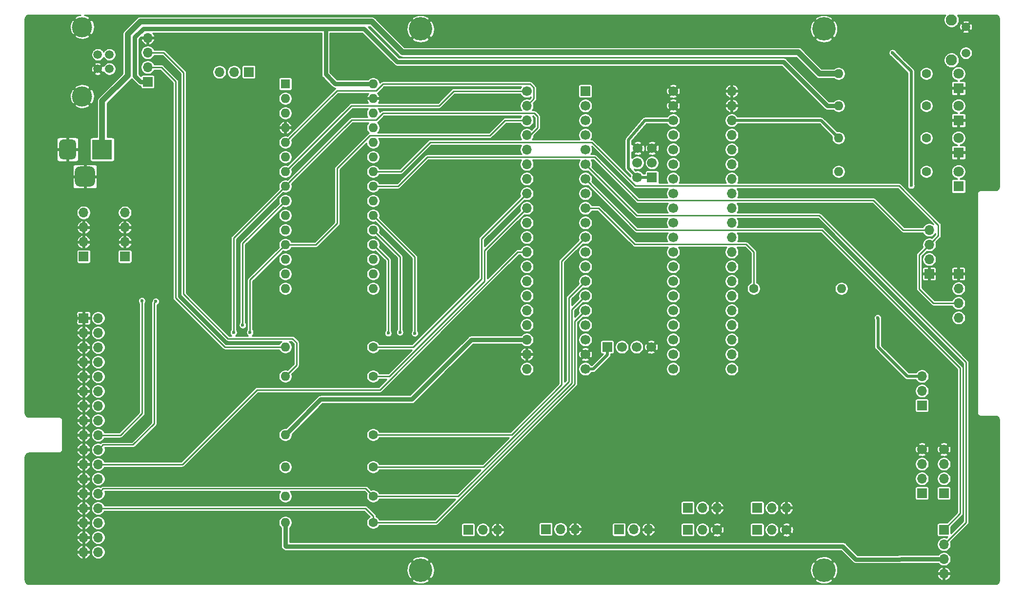
<source format=gbr>
G04 #@! TF.GenerationSoftware,KiCad,Pcbnew,(5.1.9)-1*
G04 #@! TF.CreationDate,2021-01-17T12:10:03+00:00*
G04 #@! TF.ProjectId,Greaseweazle F1 3.5 Inch Rev 2,47726561-7365-4776-9561-7a6c65204631,2*
G04 #@! TF.SameCoordinates,PX6312cb0PY6bcb370*
G04 #@! TF.FileFunction,Copper,L2,Bot*
G04 #@! TF.FilePolarity,Positive*
%FSLAX46Y46*%
G04 Gerber Fmt 4.6, Leading zero omitted, Abs format (unit mm)*
G04 Created by KiCad (PCBNEW (5.1.9)-1) date 2021-01-17 12:10:03*
%MOMM*%
%LPD*%
G01*
G04 APERTURE LIST*
G04 #@! TA.AperFunction,ComponentPad*
%ADD10O,1.600000X1.600000*%
G04 #@! TD*
G04 #@! TA.AperFunction,ComponentPad*
%ADD11R,1.600000X1.600000*%
G04 #@! TD*
G04 #@! TA.AperFunction,ComponentPad*
%ADD12C,3.500120*%
G04 #@! TD*
G04 #@! TA.AperFunction,ComponentPad*
%ADD13C,1.501140*%
G04 #@! TD*
G04 #@! TA.AperFunction,ComponentPad*
%ADD14O,1.700000X1.700000*%
G04 #@! TD*
G04 #@! TA.AperFunction,ComponentPad*
%ADD15R,1.700000X1.700000*%
G04 #@! TD*
G04 #@! TA.AperFunction,ComponentPad*
%ADD16C,1.700000*%
G04 #@! TD*
G04 #@! TA.AperFunction,ComponentPad*
%ADD17C,1.600000*%
G04 #@! TD*
G04 #@! TA.AperFunction,ComponentPad*
%ADD18R,1.800000X1.800000*%
G04 #@! TD*
G04 #@! TA.AperFunction,ComponentPad*
%ADD19C,1.800000*%
G04 #@! TD*
G04 #@! TA.AperFunction,ComponentPad*
%ADD20R,3.500000X3.500000*%
G04 #@! TD*
G04 #@! TA.AperFunction,ComponentPad*
%ADD21C,1.950000*%
G04 #@! TD*
G04 #@! TA.AperFunction,ComponentPad*
%ADD22C,1.508000*%
G04 #@! TD*
G04 #@! TA.AperFunction,ComponentPad*
%ADD23C,4.064000*%
G04 #@! TD*
G04 #@! TA.AperFunction,ViaPad*
%ADD24C,0.600000*%
G04 #@! TD*
G04 #@! TA.AperFunction,Conductor*
%ADD25C,0.632460*%
G04 #@! TD*
G04 #@! TA.AperFunction,Conductor*
%ADD26C,1.000000*%
G04 #@! TD*
G04 #@! TA.AperFunction,Conductor*
%ADD27C,0.250000*%
G04 #@! TD*
G04 #@! TA.AperFunction,Conductor*
%ADD28C,0.750000*%
G04 #@! TD*
G04 #@! TA.AperFunction,Conductor*
%ADD29C,0.500000*%
G04 #@! TD*
G04 #@! TA.AperFunction,Conductor*
%ADD30C,0.254000*%
G04 #@! TD*
G04 #@! TA.AperFunction,Conductor*
%ADD31C,0.100000*%
G04 #@! TD*
G04 APERTURE END LIST*
D10*
X7874000Y13970000D03*
X-7366000Y13970000D03*
X7874000Y49530000D03*
X-7366000Y16510000D03*
X7874000Y46990000D03*
X-7366000Y19050000D03*
X7874000Y44450000D03*
X-7366000Y21590000D03*
X7874000Y41910000D03*
X-7366000Y24130000D03*
X7874000Y39370000D03*
X-7366000Y26670000D03*
X7874000Y36830000D03*
X-7366000Y29210000D03*
X7874000Y34290000D03*
X-7366000Y31750000D03*
X7874000Y31750000D03*
X-7366000Y34290000D03*
X7874000Y29210000D03*
X-7366000Y36830000D03*
X7874000Y26670000D03*
X-7366000Y39370000D03*
X7874000Y24130000D03*
X-7366000Y41910000D03*
X7874000Y21590000D03*
X-7366000Y44450000D03*
X7874000Y19050000D03*
X-7366000Y46990000D03*
X7874000Y16510000D03*
D11*
X-7366000Y49530000D03*
D12*
X-42621200Y47345600D03*
X-42621200Y59385200D03*
D13*
X-37896800Y54610000D03*
X-37896800Y52120800D03*
X-39903400Y52120800D03*
X-39903400Y54610000D03*
D14*
X103124000Y-1270000D03*
X103124000Y-3810000D03*
D15*
X103124000Y-6350000D03*
D14*
X109474000Y8890000D03*
X109474000Y11430000D03*
X109474000Y13970000D03*
D15*
X109474000Y16510000D03*
D14*
X29464000Y-27940000D03*
X26924000Y-27940000D03*
D15*
X24384000Y-27940000D03*
D14*
X42926000Y-27829200D03*
X40386000Y-27829200D03*
D15*
X37846000Y-27829200D03*
D14*
X55626000Y-27889200D03*
X53086000Y-27889200D03*
D15*
X50546000Y-27889200D03*
D14*
X-18796000Y51587400D03*
X-16256000Y51587400D03*
D15*
X-13716000Y51587400D03*
D14*
X104394000Y24130000D03*
X104394000Y21590000D03*
X104394000Y19050000D03*
D15*
X104394000Y16510000D03*
X106934000Y-21590000D03*
D14*
X106934000Y-19050000D03*
X106934000Y-16510000D03*
D16*
X106934000Y-13970000D03*
X103124000Y-13970000D03*
D14*
X103124000Y-16510000D03*
X103124000Y-19050000D03*
D15*
X103124000Y-21590000D03*
D17*
X103886000Y51308000D03*
D10*
X88646000Y51308000D03*
D18*
X109474000Y48768000D03*
D19*
X109474000Y51308000D03*
X109474000Y34290000D03*
D18*
X109474000Y31750000D03*
X109474000Y37592000D03*
D19*
X109474000Y40132000D03*
X109474000Y45720000D03*
D18*
X109474000Y43180000D03*
D17*
X7874000Y3810000D03*
D10*
X-7366000Y3810000D03*
X-7366000Y-1270000D03*
D17*
X7874000Y-1270000D03*
X73914000Y13970000D03*
D10*
X89154000Y13970000D03*
X-7366000Y-11430000D03*
D17*
X7874000Y-11430000D03*
X7874000Y-17018000D03*
D10*
X-7366000Y-17018000D03*
X-7366000Y-22098000D03*
D17*
X7874000Y-22098000D03*
X7874000Y-26670000D03*
D10*
X-7366000Y-26670000D03*
X88646000Y34290000D03*
D17*
X103886000Y34290000D03*
X103886000Y40132000D03*
D10*
X88646000Y40132000D03*
X88646000Y45720000D03*
D17*
X103886000Y45720000D03*
D16*
X53733700Y33274000D03*
X53733700Y35814000D03*
X53797200Y38354000D03*
D15*
X56273700Y33274000D03*
D16*
X56273700Y38354000D03*
X56273700Y35814000D03*
X44704000Y0D03*
X59944000Y0D03*
X44704000Y2540000D03*
X59944000Y2540000D03*
X44704000Y5080000D03*
X59944000Y5080000D03*
X44704000Y7620000D03*
X59944000Y7620000D03*
X44704000Y10160000D03*
X59944000Y10160000D03*
X44704000Y12700000D03*
X59944000Y12700000D03*
X44704000Y15240000D03*
X59944000Y15240000D03*
X44704000Y17780000D03*
X59944000Y17780000D03*
X44704000Y20320000D03*
X59944000Y20320000D03*
X44704000Y22860000D03*
X59944000Y22860000D03*
X44704000Y25400000D03*
X59944000Y25400000D03*
X44704000Y27940000D03*
X59944000Y27940000D03*
X44704000Y30480000D03*
X59944000Y30480000D03*
X44704000Y33020000D03*
X59944000Y33020000D03*
X44704000Y35560000D03*
X59944000Y35560000D03*
X44704000Y38100000D03*
X59944000Y38100000D03*
X44704000Y40640000D03*
X59944000Y40640000D03*
X44704000Y43180000D03*
X59944000Y43180000D03*
X44704000Y45720000D03*
X59944000Y45720000D03*
D15*
X44704000Y48260000D03*
D16*
X59944000Y48260000D03*
X56134000Y3810000D03*
X53594000Y3810000D03*
X51054000Y3810000D03*
D15*
X48514000Y3810000D03*
D14*
X34544000Y0D03*
X34544000Y2540000D03*
X34544000Y5080000D03*
X34544000Y7620000D03*
X34544000Y10160000D03*
X34544000Y12700000D03*
X34544000Y15240000D03*
X34544000Y17780000D03*
X34544000Y20320000D03*
X34544000Y22860000D03*
X34544000Y25400000D03*
X34544000Y27940000D03*
X34544000Y30480000D03*
X34544000Y33020000D03*
X34544000Y35560000D03*
X34544000Y38100000D03*
X34544000Y40640000D03*
X34544000Y43180000D03*
X34544000Y45720000D03*
D16*
X34544000Y48260000D03*
D14*
X70104000Y48260000D03*
X70104000Y45720000D03*
X70104000Y43180000D03*
X70104000Y40640000D03*
X70104000Y38100000D03*
X70104000Y35560000D03*
X70104000Y33020000D03*
X70104000Y30480000D03*
X70104000Y27940000D03*
X70104000Y25400000D03*
X70104000Y22860000D03*
X70104000Y20320000D03*
X70104000Y17780000D03*
X70104000Y15240000D03*
X70104000Y12700000D03*
X70104000Y10160000D03*
X70104000Y7620000D03*
X70104000Y5080000D03*
X70104000Y2540000D03*
D16*
X70104000Y0D03*
D15*
X-31242000Y49885600D03*
D14*
X-31242000Y52425600D03*
X-31242000Y54965600D03*
X-31242000Y57505600D03*
X79603600Y-24130000D03*
X77063600Y-24130000D03*
D15*
X74523600Y-24130000D03*
D14*
X67564000Y-24130000D03*
X65024000Y-24130000D03*
D15*
X62484000Y-24130000D03*
X62484000Y-27940000D03*
D14*
X65024000Y-27940000D03*
D16*
X67564000Y-27940000D03*
D15*
X74523600Y-27940000D03*
D14*
X77063600Y-27940000D03*
D16*
X79603600Y-27940000D03*
D14*
X106934000Y-35560000D03*
X106934000Y-33020000D03*
X106934000Y-30480000D03*
D15*
X106934000Y-27940000D03*
X-35204400Y19532600D03*
D14*
X-35204400Y22072600D03*
X-35204400Y24612600D03*
X-35204400Y27152600D03*
G04 #@! TA.AperFunction,ComponentPad*
G36*
G01*
X-43888600Y32551400D02*
X-43888600Y34301400D01*
G75*
G02*
X-43013600Y35176400I875000J0D01*
G01*
X-41263600Y35176400D01*
G75*
G02*
X-40388600Y34301400I0J-875000D01*
G01*
X-40388600Y32551400D01*
G75*
G02*
X-41263600Y31676400I-875000J0D01*
G01*
X-43013600Y31676400D01*
G75*
G02*
X-43888600Y32551400I0J875000D01*
G01*
G37*
G04 #@! TD.AperFunction*
G04 #@! TA.AperFunction,ComponentPad*
G36*
G01*
X-46638600Y37126400D02*
X-46638600Y39126400D01*
G75*
G02*
X-45888600Y39876400I750000J0D01*
G01*
X-44388600Y39876400D01*
G75*
G02*
X-43638600Y39126400I0J-750000D01*
G01*
X-43638600Y37126400D01*
G75*
G02*
X-44388600Y36376400I-750000J0D01*
G01*
X-45888600Y36376400D01*
G75*
G02*
X-46638600Y37126400I0J750000D01*
G01*
G37*
G04 #@! TD.AperFunction*
D20*
X-39138600Y38126400D03*
D21*
X108244000Y60650000D03*
X108244000Y53650000D03*
D22*
X110744000Y59425000D03*
X110744000Y54875000D03*
D15*
X-42367200Y19532600D03*
D14*
X-42367200Y22072600D03*
X-42367200Y24612600D03*
X-42367200Y27152600D03*
X-39852600Y-31800800D03*
X-42392600Y-31800800D03*
X-39852600Y-29260800D03*
X-42392600Y-29260800D03*
X-39852600Y-26720800D03*
X-42392600Y-26720800D03*
X-39852600Y-24180800D03*
X-42392600Y-24180800D03*
X-39852600Y-21640800D03*
X-42392600Y-21640800D03*
X-39852600Y-19100800D03*
X-42392600Y-19100800D03*
X-39852600Y-16560800D03*
X-42392600Y-16560800D03*
X-39852600Y-14020800D03*
X-42392600Y-14020800D03*
X-39852600Y-11480800D03*
X-42392600Y-11480800D03*
X-39852600Y-8940800D03*
X-42392600Y-8940800D03*
X-39852600Y-6400800D03*
X-42392600Y-6400800D03*
X-39852600Y-3860800D03*
X-42392600Y-3860800D03*
X-39852600Y-1320800D03*
X-42392600Y-1320800D03*
X-39852600Y1219200D03*
X-42392600Y1219200D03*
X-39852600Y3759200D03*
X-42392600Y3759200D03*
X-39852600Y6299200D03*
X-42392600Y6299200D03*
X-39852600Y8839200D03*
D15*
X-42392600Y8839200D03*
D23*
X16113760Y59065160D03*
X86113620Y59065160D03*
X16113760Y-34935160D03*
X86113620Y-34935160D03*
D24*
X5334000Y29210000D03*
X2794000Y21590000D03*
X-51816000Y15240000D03*
X-51816000Y-7620000D03*
X-51816000Y-15240000D03*
X-51816000Y-36830000D03*
X-50546000Y44450000D03*
X96901000Y60833000D03*
X115824000Y-36830000D03*
X105410000Y36576000D03*
X52476400Y20116800D03*
X49149000Y40640000D03*
X-2286000Y27940000D03*
X14224000Y41910000D03*
X97409000Y29845000D03*
X77089000Y25400000D03*
X57404000Y30480000D03*
X57404000Y27940000D03*
X27559000Y46355000D03*
X-51816000Y60960000D03*
X115824000Y-9017000D03*
X112014000Y29210000D03*
X112014000Y24130000D03*
X112014000Y21590000D03*
X112014000Y6350000D03*
X112014000Y3683000D03*
X112014000Y-2286000D03*
X112014000Y-7620000D03*
X115824000Y-24765000D03*
X51689000Y60960000D03*
X-52070000Y29464000D03*
X33274000Y-36830000D03*
X46609000Y-36830000D03*
X59944000Y-36830000D03*
X70739000Y-36830000D03*
X96774000Y-36830000D03*
X115697000Y60833000D03*
X115697000Y35941000D03*
X115697000Y41656000D03*
X115697000Y52959000D03*
X99314000Y-8890000D03*
X91694000Y-3810000D03*
X81534000Y-1270000D03*
X81534000Y19050000D03*
X86614000Y-21590000D03*
X18034000Y31750000D03*
X28194000Y31750000D03*
X20574000Y21590000D03*
X-2286000Y13970000D03*
X-12446000Y-8890000D03*
X-17526000Y-13970000D03*
X-14986000Y-29210000D03*
X76454000Y34290000D03*
X84074000Y39370000D03*
X91694000Y26670000D03*
X78994000Y46990000D03*
X30734000Y57150000D03*
X63754000Y57150000D03*
X23114000Y29210000D03*
X25654000Y-1270000D03*
X56134000Y-19050000D03*
X43434000Y-19050000D03*
X33274000Y-19050000D03*
X-30226000Y-31750000D03*
X-25146000Y3810000D03*
X-20066000Y16510000D03*
X-14986000Y29210000D03*
X-32766000Y41910000D03*
X-3556000Y48514000D03*
X-22606000Y54610000D03*
X12954000Y-29210000D03*
X15494000Y-24130000D03*
X18034000Y-19050000D03*
X96774000Y-26670000D03*
X7874000Y-7620000D03*
X-28194000Y-22606000D03*
X-13462000Y-22606000D03*
X-2286000Y-33274000D03*
X-7366000Y57150000D03*
X20320000Y43434000D03*
X27940000Y43434000D03*
X14224000Y47752000D03*
X2794000Y46990000D03*
X-3048000Y41148000D03*
X4572000Y40640000D03*
X5334000Y13970000D03*
X20066000Y13970000D03*
X28448000Y10668000D03*
X18288000Y10922000D03*
X19304000Y3556000D03*
X30480000Y2286000D03*
X-23876000Y254000D03*
X-23876000Y-10414000D03*
X-16357600Y6350000D03*
X-13487400Y6375400D03*
X-29845000Y11734801D03*
X-32258000Y11836400D03*
X-14757400Y7594600D03*
X15113000Y6197600D03*
X12522198Y6375400D03*
X10490200Y6223000D03*
X98018600Y54914800D03*
X101244400Y31877000D03*
X95427800Y8890000D03*
D25*
X16113760Y59039760D02*
X16113760Y59065160D01*
D26*
X-39138600Y38126400D02*
X-39089600Y38126400D01*
X85369400Y51308000D02*
X88646000Y51308000D01*
X81661000Y55016400D02*
X85369400Y51308000D01*
X12954000Y55016400D02*
X81661000Y55016400D01*
X-18222018Y60325000D02*
X7645400Y60325000D01*
X-39138600Y46535600D02*
X-34727210Y50946990D01*
X7645400Y60325000D02*
X12954000Y55016400D01*
X-39138600Y38126400D02*
X-39138600Y46535600D01*
X-34727210Y50946990D02*
X-34727210Y58156174D01*
X-34727210Y58156174D02*
X-32527574Y60355810D01*
X-32527574Y60355810D02*
X-18252828Y60355810D01*
X-18252828Y60355810D02*
X-18222018Y60325000D01*
D27*
X10697478Y-1270000D02*
X9005370Y-1270000D01*
X9005370Y-1270000D02*
X7874000Y-1270000D01*
X27178000Y15210522D02*
X10697478Y-1270000D01*
X27178001Y20573999D02*
X27178000Y15210522D01*
X34544000Y27940000D02*
X27178001Y20573999D01*
X73914000Y20320000D02*
X73914000Y13970000D01*
X72599001Y21634999D02*
X73914000Y20320000D01*
X53295001Y21634999D02*
X72599001Y21634999D01*
X44704000Y27940000D02*
X46990000Y27940000D01*
X46990000Y27940000D02*
X53295001Y21634999D01*
X14808200Y3810000D02*
X7874000Y3810000D01*
X26677991Y15679791D02*
X14808200Y3810000D01*
X34544000Y30480000D02*
X26677991Y22613991D01*
X26677991Y22613991D02*
X26677991Y15679791D01*
D28*
X88620600Y45694600D02*
X88646000Y45720000D01*
X-355600Y59054602D02*
X-304601Y59105601D01*
X-355600Y51181000D02*
X-355600Y59054602D01*
X7874000Y49530000D02*
X1295400Y49530000D01*
X1295400Y49530000D02*
X-355600Y51181000D01*
X-1219200Y-5283200D02*
X-7366000Y-11430000D01*
X14579600Y-5283200D02*
X-1219200Y-5283200D01*
X34544000Y5080000D02*
X24942800Y5080000D01*
X24942800Y5080000D02*
X14579600Y-5283200D01*
X-7366000Y-30734000D02*
X-7366000Y-26670000D01*
X-7289800Y-30810200D02*
X-7366000Y-30734000D01*
X89382600Y-30810200D02*
X-7289800Y-30810200D01*
X106934000Y-33020000D02*
X91643200Y-33070800D01*
X91643200Y-33070800D02*
X89382600Y-30810200D01*
X86690200Y45720000D02*
X88646000Y45720000D01*
X79070200Y53340000D02*
X86690200Y45720000D01*
X12065000Y53340000D02*
X79070200Y53340000D01*
X-304601Y59105601D02*
X6299399Y59105601D01*
X6299399Y59105601D02*
X12065000Y53340000D01*
X-32010001Y59105601D02*
X-304601Y59105601D01*
X-33477200Y57638402D02*
X-32010001Y59105601D01*
X-33477200Y50901600D02*
X-33477200Y57638402D01*
X-31242000Y49885600D02*
X-32461200Y49885600D01*
X-32461200Y49885600D02*
X-33477200Y50901600D01*
D27*
X-7366000Y31750000D02*
X-16357600Y22758400D01*
X-16357600Y22758400D02*
X-16357600Y6774264D01*
X-16357600Y6774264D02*
X-16357600Y6350000D01*
X-6566001Y32549999D02*
X-7366000Y31750000D01*
X8438001Y43274999D02*
X4158999Y43274999D01*
X35179000Y40640000D02*
X36449000Y41910000D01*
X36449000Y41910000D02*
X36449000Y43815000D01*
X34544000Y40640000D02*
X35179000Y40640000D01*
X36449000Y43815000D02*
X35858999Y44405001D01*
X35858999Y44405001D02*
X9568003Y44405001D01*
X4158999Y43274999D02*
X-6566001Y32549999D01*
X9568003Y44405001D02*
X8438001Y43274999D01*
X44704000Y22860000D02*
X40589200Y18745200D01*
X9005370Y-11430000D02*
X7874000Y-11430000D01*
X40589200Y18745200D02*
X40589200Y-2755434D01*
X31914634Y-11430000D02*
X9005370Y-11430000D01*
X40589200Y-2755434D02*
X31914634Y-11430000D01*
X-38650519Y-24180800D02*
X-39852600Y-24180800D01*
X6516170Y-24180800D02*
X-38650519Y-24180800D01*
X7874000Y-25538630D02*
X6516170Y-24180800D01*
X7874000Y-26670000D02*
X7874000Y-25538630D01*
X9005370Y-26670000D02*
X7874000Y-26670000D01*
X18796000Y-26670000D02*
X9005370Y-26670000D01*
X42833821Y8289821D02*
X42833821Y-2632179D01*
X44704000Y10160000D02*
X42833821Y8289821D01*
X42833821Y-2632179D02*
X18796000Y-26670000D01*
X-39002601Y-20790801D02*
X-39852600Y-21640800D01*
X6566801Y-20790801D02*
X-39002601Y-20790801D01*
X7874000Y-22098000D02*
X6566801Y-20790801D01*
X42333810Y8496932D02*
X42333810Y-2425068D01*
X44704000Y12700000D02*
X42333811Y10329811D01*
X42333810Y-2425068D02*
X22660878Y-22098000D01*
X22660878Y-22098000D02*
X9005370Y-22098000D01*
X42333811Y10329811D02*
X42333810Y8496932D01*
X9005370Y-22098000D02*
X7874000Y-22098000D01*
X-13487400Y15468600D02*
X-13487400Y6799664D01*
X-13487400Y6799664D02*
X-13487400Y6375400D01*
X-7366000Y21590000D02*
X-13487400Y15468600D01*
X-2057400Y21590000D02*
X-7366000Y21590000D01*
X30767959Y43180000D02*
X28132960Y40545001D01*
X34544000Y43180000D02*
X30767959Y43180000D01*
X28132960Y40545001D02*
X7309999Y40545001D01*
X7309999Y40545001D02*
X1625600Y34860602D01*
X1625600Y34860602D02*
X1625600Y25273000D01*
X1625600Y25273000D02*
X-2057400Y21590000D01*
X-25222200Y-16560800D02*
X-39852600Y-16560800D01*
X-12293600Y-3632200D02*
X-25222200Y-16560800D01*
X9042400Y-3632200D02*
X-12293600Y-3632200D01*
X34544000Y20320000D02*
X32994600Y20320000D01*
X32994600Y20320000D02*
X9042400Y-3632200D01*
X-6566001Y40169999D02*
X-7366000Y39370000D01*
X1618999Y48354999D02*
X-6566001Y40169999D01*
X8438001Y48354999D02*
X1618999Y48354999D01*
X9568003Y49485001D02*
X8438001Y48354999D01*
X35132001Y49485001D02*
X9568003Y49485001D01*
X35769001Y48848001D02*
X35132001Y49485001D01*
X35769001Y46945001D02*
X35769001Y48848001D01*
X34544000Y45720000D02*
X35769001Y46945001D01*
X-39002601Y-13170801D02*
X-39852600Y-14020800D01*
X-33821001Y-13170801D02*
X-39002601Y-13170801D01*
X-30144999Y-9494799D02*
X-33821001Y-13170801D01*
X-29845000Y11734801D02*
X-30144999Y11434802D01*
X-30144999Y11434802D02*
X-30144999Y-9494799D01*
X-35991800Y-11480800D02*
X-39852600Y-11480800D01*
X-32258000Y11836400D02*
X-32258000Y-7747000D01*
X-32258000Y-7747000D02*
X-35991800Y-11480800D01*
X4089400Y45745400D02*
X-7366000Y34290000D01*
X19329400Y45745400D02*
X4089400Y45745400D01*
X34544000Y48260000D02*
X21844000Y48260000D01*
X21844000Y48260000D02*
X19329400Y45745400D01*
X-7366000Y29210000D02*
X-14757400Y21818600D01*
X-14757400Y21818600D02*
X-14757400Y8018864D01*
X-14757400Y8018864D02*
X-14757400Y7594600D01*
X27033756Y-17018000D02*
X9005370Y-17018000D01*
X44704000Y15240000D02*
X41833800Y12369800D01*
X9005370Y-17018000D02*
X7874000Y-17018000D01*
X41833799Y-2217957D02*
X27033756Y-17018000D01*
X41833799Y8704043D02*
X41833799Y-2217957D01*
X41833800Y12369800D02*
X41833799Y8704043D01*
X-28498800Y54965600D02*
X-31242000Y54965600D01*
X-25044400Y51511200D02*
X-28498800Y54965600D01*
X-5435600Y660400D02*
X-5435600Y4597400D01*
X-7366000Y-1270000D02*
X-5435600Y660400D01*
X-5435600Y4597400D02*
X-6121400Y5283200D01*
X-6121400Y5283200D02*
X-17322800Y5283200D01*
X-17322800Y5283200D02*
X-25044400Y13004800D01*
X-25044400Y13004800D02*
X-25044400Y51511200D01*
X-30039919Y52425600D02*
X-31242000Y52425600D01*
X-28879800Y52425600D02*
X-30039919Y52425600D01*
X-26365200Y49911000D02*
X-28879800Y52425600D01*
X-26365200Y12319000D02*
X-26365200Y49911000D01*
X-7366000Y3810000D02*
X-17856200Y3810000D01*
X-17856200Y3810000D02*
X-26365200Y12319000D01*
X110769400Y-26644600D02*
X106934000Y-30480000D01*
X110769400Y1168400D02*
X110769400Y-26644600D01*
X85293200Y26644600D02*
X110769400Y1168400D01*
X44704000Y35560000D02*
X53619400Y26644600D01*
X53619400Y26644600D02*
X85293200Y26644600D01*
X106934000Y-27914600D02*
X106934000Y-27940000D01*
X109753400Y-25095200D02*
X106934000Y-27914600D01*
X109753400Y152400D02*
X109753400Y-25095200D01*
X85750400Y24155400D02*
X109753400Y152400D01*
X44704000Y33020000D02*
X53568600Y24155400D01*
X53568600Y24155400D02*
X85750400Y24155400D01*
D29*
X52171600Y34836100D02*
X53733700Y33274000D01*
X52171600Y39827200D02*
X52171600Y34836100D01*
X59944000Y43180000D02*
X55016400Y43180000D01*
X55016400Y43180000D02*
X52171600Y39827200D01*
X53733700Y33274000D02*
X56273700Y33274000D01*
X85598000Y43180000D02*
X88646000Y40132000D01*
X70104000Y43180000D02*
X85598000Y43180000D01*
X45906081Y0D02*
X44704000Y0D01*
X46054000Y0D02*
X45906081Y0D01*
X48514000Y2460000D02*
X46054000Y0D01*
X48514000Y3810000D02*
X48514000Y2460000D01*
D27*
X99847400Y24130000D02*
X104394000Y24130000D01*
X94716600Y29260800D02*
X99847400Y24130000D01*
X70692001Y29254999D02*
X70697802Y29260800D01*
X70697802Y29260800D02*
X94716600Y29260800D01*
X69515999Y29254999D02*
X70692001Y29254999D01*
X69510198Y29260800D02*
X69515999Y29254999D01*
X60537802Y29260800D02*
X69510198Y29260800D01*
X60532001Y29254999D02*
X60537802Y29260800D01*
X12217400Y31750000D02*
X17252401Y36785001D01*
X7874000Y31750000D02*
X12217400Y31750000D01*
X17252401Y36785001D02*
X46298399Y36785001D01*
X46298399Y36785001D02*
X53822600Y29260800D01*
X53822600Y29260800D02*
X59350198Y29260800D01*
X59355999Y29254999D02*
X60532001Y29254999D01*
X59350198Y29260800D02*
X59355999Y29254999D01*
X7874000Y26670000D02*
X15113000Y19431000D01*
X15113000Y6621864D02*
X15113000Y6197600D01*
X15113000Y19431000D02*
X15113000Y6621864D01*
X12522198Y6799664D02*
X12522198Y6375400D01*
X12522198Y19481802D02*
X12522198Y6799664D01*
X7874000Y24130000D02*
X12522198Y19481802D01*
X7874000Y21590000D02*
X10490200Y18973800D01*
X10490200Y18973800D02*
X10490200Y6223000D01*
D29*
X98318599Y54614801D02*
X98018600Y54914800D01*
X101244400Y51689000D02*
X98318599Y54614801D01*
X101244400Y31877000D02*
X101244400Y51689000D01*
X95504000Y8813800D02*
X95427800Y8890000D01*
X95504000Y3810000D02*
X95504000Y8813800D01*
X103124000Y-1270000D02*
X100584000Y-1270000D01*
X100584000Y-1270000D02*
X95504000Y3810000D01*
D27*
X105243999Y22439999D02*
X104394000Y21590000D01*
X59350198Y31800800D02*
X59355999Y31794999D01*
X99161600Y31800800D02*
X105968800Y24993600D01*
X53393898Y31800800D02*
X59350198Y31800800D01*
X69510198Y31800800D02*
X69515999Y31794999D01*
X45824698Y39370000D02*
X53393898Y31800800D01*
X17780000Y39370000D02*
X45824698Y39370000D01*
X7874000Y34290000D02*
X12700000Y34290000D01*
X70697802Y31800800D02*
X99161600Y31800800D01*
X12700000Y34290000D02*
X17780000Y39370000D01*
X69515999Y31794999D02*
X70692001Y31794999D01*
X59355999Y31794999D02*
X60532001Y31794999D01*
X60532001Y31794999D02*
X60537802Y31800800D01*
X105968800Y23164800D02*
X105243999Y22439999D01*
X60537802Y31800800D02*
X69510198Y31800800D01*
X70692001Y31794999D02*
X70697802Y31800800D01*
X105968800Y24993600D02*
X105968800Y23164800D01*
X105130600Y11430000D02*
X109474000Y11430000D01*
X102641400Y13919200D02*
X105130600Y11430000D01*
X102641400Y19837400D02*
X102641400Y13919200D01*
X104394000Y21590000D02*
X102641400Y19837400D01*
X104190800Y19253200D02*
X104394000Y19050000D01*
D29*
X104419400Y19075400D02*
X104394000Y19050000D01*
D30*
X-43081031Y61476616D02*
X-43480210Y61346721D01*
X-43774906Y61189205D01*
X-43975434Y60919039D01*
X-42621200Y59564805D01*
X-41266966Y60919039D01*
X-41467494Y61189205D01*
X-41841607Y61379618D01*
X-42245678Y61493387D01*
X-42245844Y61493400D01*
X107176694Y61493400D01*
X107042328Y61292307D01*
X106940110Y61045531D01*
X106888000Y60783554D01*
X106888000Y60516446D01*
X106940110Y60254469D01*
X107042328Y60007693D01*
X107190726Y59785600D01*
X107379600Y59596726D01*
X107601693Y59448328D01*
X107848469Y59346110D01*
X108110446Y59294000D01*
X108377554Y59294000D01*
X108621854Y59342594D01*
X109606489Y59342594D01*
X109644423Y59122260D01*
X109724613Y58913560D01*
X109752412Y58861550D01*
X109920576Y58781181D01*
X110564395Y59425000D01*
X110923605Y59425000D01*
X111567424Y58781181D01*
X111735588Y58861550D01*
X111826458Y59065826D01*
X111875731Y59283905D01*
X111881511Y59507406D01*
X111843577Y59727740D01*
X111763387Y59936440D01*
X111735588Y59988450D01*
X111567424Y60068819D01*
X110923605Y59425000D01*
X110564395Y59425000D01*
X109920576Y60068819D01*
X109752412Y59988450D01*
X109661542Y59784174D01*
X109612269Y59566095D01*
X109606489Y59342594D01*
X108621854Y59342594D01*
X108639531Y59346110D01*
X108886307Y59448328D01*
X109108400Y59596726D01*
X109297274Y59785600D01*
X109445672Y60007693D01*
X109545386Y60248424D01*
X110100181Y60248424D01*
X110744000Y59604605D01*
X111387819Y60248424D01*
X111307450Y60416588D01*
X111103174Y60507458D01*
X110885095Y60556731D01*
X110661594Y60562511D01*
X110441260Y60524577D01*
X110232560Y60444387D01*
X110180550Y60416588D01*
X110100181Y60248424D01*
X109545386Y60248424D01*
X109547890Y60254469D01*
X109600000Y60516446D01*
X109600000Y60783554D01*
X109547890Y61045531D01*
X109445672Y61292307D01*
X109311306Y61493400D01*
X115796053Y61493400D01*
X115959136Y61477410D01*
X116089135Y61438160D01*
X116209026Y61374413D01*
X116314255Y61288591D01*
X116400811Y61183963D01*
X116465396Y61064515D01*
X116505549Y60934802D01*
X116522501Y60773515D01*
X116522500Y31777947D01*
X116506510Y31614864D01*
X116467260Y31484865D01*
X116403512Y31364972D01*
X116317691Y31259746D01*
X116213061Y31173188D01*
X116093614Y31108604D01*
X115963902Y31068451D01*
X115802624Y31051500D01*
X113312074Y31051500D01*
X113284000Y31054265D01*
X113224450Y31048400D01*
X113171966Y31043231D01*
X113064238Y31010552D01*
X112964955Y30957484D01*
X112877933Y30886067D01*
X112806516Y30799045D01*
X112753448Y30699762D01*
X112720769Y30592034D01*
X112709735Y30480000D01*
X112712500Y30451925D01*
X112712501Y-7591915D01*
X112709735Y-7620000D01*
X112720769Y-7732034D01*
X112753448Y-7839762D01*
X112806516Y-7939045D01*
X112877933Y-8026067D01*
X112964955Y-8097484D01*
X113064238Y-8150552D01*
X113171966Y-8183231D01*
X113219759Y-8187938D01*
X113253845Y-8191295D01*
X113255926Y-8191500D01*
X113284000Y-8194265D01*
X113312074Y-8191500D01*
X115796053Y-8191500D01*
X115959136Y-8207490D01*
X116089135Y-8246740D01*
X116209026Y-8310487D01*
X116314255Y-8396309D01*
X116400811Y-8500937D01*
X116465396Y-8620385D01*
X116505549Y-8750098D01*
X116522501Y-8911385D01*
X116522500Y-36636953D01*
X116506510Y-36800036D01*
X116467260Y-36930035D01*
X116403512Y-37049928D01*
X116317691Y-37155154D01*
X116213061Y-37241712D01*
X116093614Y-37306296D01*
X115963902Y-37346449D01*
X115802624Y-37363400D01*
X-51788053Y-37363400D01*
X-51951136Y-37347410D01*
X-52081135Y-37308160D01*
X-52201028Y-37244412D01*
X-52306254Y-37158591D01*
X-52392812Y-37053961D01*
X-52457396Y-36934514D01*
X-52497549Y-36804802D01*
X-52511752Y-36669665D01*
X14558860Y-36669665D01*
X14793273Y-36968720D01*
X15215374Y-37187260D01*
X15671999Y-37319253D01*
X16145601Y-37359626D01*
X16617979Y-37306828D01*
X17070980Y-37162889D01*
X17434247Y-36968720D01*
X17668660Y-36669665D01*
X84558720Y-36669665D01*
X84793133Y-36968720D01*
X85215234Y-37187260D01*
X85671859Y-37319253D01*
X86145461Y-37359626D01*
X86617839Y-37306828D01*
X87070840Y-37162889D01*
X87434107Y-36968720D01*
X87668520Y-36669665D01*
X86113620Y-35114765D01*
X84558720Y-36669665D01*
X17668660Y-36669665D01*
X16113760Y-35114765D01*
X14558860Y-36669665D01*
X-52511752Y-36669665D01*
X-52514500Y-36643524D01*
X-52514500Y-34967001D01*
X13689294Y-34967001D01*
X13742092Y-35439379D01*
X13886031Y-35892380D01*
X14080200Y-36255647D01*
X14379255Y-36490060D01*
X15934155Y-34935160D01*
X16293365Y-34935160D01*
X17848265Y-36490060D01*
X18147320Y-36255647D01*
X18365860Y-35833546D01*
X18497853Y-35376921D01*
X18532797Y-34967001D01*
X83689154Y-34967001D01*
X83741952Y-35439379D01*
X83885891Y-35892380D01*
X84080060Y-36255647D01*
X84379115Y-36490060D01*
X85934015Y-34935160D01*
X86293225Y-34935160D01*
X87848125Y-36490060D01*
X88147180Y-36255647D01*
X88343232Y-35876980D01*
X105744511Y-35876980D01*
X105768866Y-35957288D01*
X105868761Y-36176961D01*
X106009592Y-36372924D01*
X106185948Y-36537647D01*
X106391051Y-36664799D01*
X106617019Y-36749495D01*
X106807000Y-36689187D01*
X106807000Y-35687000D01*
X107061000Y-35687000D01*
X107061000Y-36689187D01*
X107250981Y-36749495D01*
X107476949Y-36664799D01*
X107682052Y-36537647D01*
X107858408Y-36372924D01*
X107999239Y-36176961D01*
X108099134Y-35957288D01*
X108123489Y-35876980D01*
X108062627Y-35687000D01*
X107061000Y-35687000D01*
X106807000Y-35687000D01*
X105805373Y-35687000D01*
X105744511Y-35876980D01*
X88343232Y-35876980D01*
X88365720Y-35833546D01*
X88497713Y-35376921D01*
X88509127Y-35243020D01*
X105744511Y-35243020D01*
X105805373Y-35433000D01*
X106807000Y-35433000D01*
X106807000Y-34430813D01*
X107061000Y-34430813D01*
X107061000Y-35433000D01*
X108062627Y-35433000D01*
X108123489Y-35243020D01*
X108099134Y-35162712D01*
X107999239Y-34943039D01*
X107858408Y-34747076D01*
X107682052Y-34582353D01*
X107476949Y-34455201D01*
X107250981Y-34370505D01*
X107061000Y-34430813D01*
X106807000Y-34430813D01*
X106617019Y-34370505D01*
X106391051Y-34455201D01*
X106185948Y-34582353D01*
X106009592Y-34747076D01*
X105868761Y-34943039D01*
X105768866Y-35162712D01*
X105744511Y-35243020D01*
X88509127Y-35243020D01*
X88538086Y-34903319D01*
X88485288Y-34430941D01*
X88341349Y-33977940D01*
X88147180Y-33614673D01*
X87848125Y-33380260D01*
X86293225Y-34935160D01*
X85934015Y-34935160D01*
X84379115Y-33380260D01*
X84080060Y-33614673D01*
X83861520Y-34036774D01*
X83729527Y-34493399D01*
X83689154Y-34967001D01*
X18532797Y-34967001D01*
X18538226Y-34903319D01*
X18485428Y-34430941D01*
X18341489Y-33977940D01*
X18147320Y-33614673D01*
X17848265Y-33380260D01*
X16293365Y-34935160D01*
X15934155Y-34935160D01*
X14379255Y-33380260D01*
X14080200Y-33614673D01*
X13861660Y-34036774D01*
X13729667Y-34493399D01*
X13689294Y-34967001D01*
X-52514500Y-34967001D01*
X-52514500Y-33200655D01*
X14558860Y-33200655D01*
X16113760Y-34755555D01*
X17668660Y-33200655D01*
X84558720Y-33200655D01*
X86113620Y-34755555D01*
X87668520Y-33200655D01*
X87434107Y-32901600D01*
X87012006Y-32683060D01*
X86555381Y-32551067D01*
X86081779Y-32510694D01*
X85609401Y-32563492D01*
X85156400Y-32707431D01*
X84793133Y-32901600D01*
X84558720Y-33200655D01*
X17668660Y-33200655D01*
X17434247Y-32901600D01*
X17012146Y-32683060D01*
X16555521Y-32551067D01*
X16081919Y-32510694D01*
X15609541Y-32563492D01*
X15156540Y-32707431D01*
X14793273Y-32901600D01*
X14558860Y-33200655D01*
X-52514500Y-33200655D01*
X-52514500Y-32117780D01*
X-43582089Y-32117780D01*
X-43557734Y-32198088D01*
X-43457839Y-32417761D01*
X-43317008Y-32613724D01*
X-43140652Y-32778447D01*
X-42935549Y-32905599D01*
X-42709581Y-32990295D01*
X-42519600Y-32929987D01*
X-42519600Y-31927800D01*
X-42265600Y-31927800D01*
X-42265600Y-32929987D01*
X-42075619Y-32990295D01*
X-41849651Y-32905599D01*
X-41644548Y-32778447D01*
X-41468192Y-32613724D01*
X-41327361Y-32417761D01*
X-41227466Y-32198088D01*
X-41203111Y-32117780D01*
X-41263973Y-31927800D01*
X-42265600Y-31927800D01*
X-42519600Y-31927800D01*
X-43521227Y-31927800D01*
X-43582089Y-32117780D01*
X-52514500Y-32117780D01*
X-52514500Y-31679557D01*
X-41083600Y-31679557D01*
X-41083600Y-31922043D01*
X-41036293Y-32159869D01*
X-40943498Y-32383897D01*
X-40808780Y-32585517D01*
X-40637317Y-32756980D01*
X-40435697Y-32891698D01*
X-40211669Y-32984493D01*
X-39973843Y-33031800D01*
X-39731357Y-33031800D01*
X-39493531Y-32984493D01*
X-39269503Y-32891698D01*
X-39067883Y-32756980D01*
X-38896420Y-32585517D01*
X-38761702Y-32383897D01*
X-38668907Y-32159869D01*
X-38621600Y-31922043D01*
X-38621600Y-31679557D01*
X-38668907Y-31441731D01*
X-38761702Y-31217703D01*
X-38896420Y-31016083D01*
X-39067883Y-30844620D01*
X-39269503Y-30709902D01*
X-39493531Y-30617107D01*
X-39731357Y-30569800D01*
X-39973843Y-30569800D01*
X-40211669Y-30617107D01*
X-40435697Y-30709902D01*
X-40637317Y-30844620D01*
X-40808780Y-31016083D01*
X-40943498Y-31217703D01*
X-41036293Y-31441731D01*
X-41083600Y-31679557D01*
X-52514500Y-31679557D01*
X-52514500Y-31483820D01*
X-43582089Y-31483820D01*
X-43521227Y-31673800D01*
X-42519600Y-31673800D01*
X-42519600Y-30671613D01*
X-42265600Y-30671613D01*
X-42265600Y-31673800D01*
X-41263973Y-31673800D01*
X-41203111Y-31483820D01*
X-41227466Y-31403512D01*
X-41327361Y-31183839D01*
X-41468192Y-30987876D01*
X-41644548Y-30823153D01*
X-41849651Y-30696001D01*
X-42075619Y-30611305D01*
X-42265600Y-30671613D01*
X-42519600Y-30671613D01*
X-42709581Y-30611305D01*
X-42935549Y-30696001D01*
X-43140652Y-30823153D01*
X-43317008Y-30987876D01*
X-43457839Y-31183839D01*
X-43557734Y-31403512D01*
X-43582089Y-31483820D01*
X-52514500Y-31483820D01*
X-52514500Y-29577780D01*
X-43582089Y-29577780D01*
X-43557734Y-29658088D01*
X-43457839Y-29877761D01*
X-43317008Y-30073724D01*
X-43140652Y-30238447D01*
X-42935549Y-30365599D01*
X-42709581Y-30450295D01*
X-42519600Y-30389987D01*
X-42519600Y-29387800D01*
X-42265600Y-29387800D01*
X-42265600Y-30389987D01*
X-42075619Y-30450295D01*
X-41849651Y-30365599D01*
X-41644548Y-30238447D01*
X-41468192Y-30073724D01*
X-41327361Y-29877761D01*
X-41227466Y-29658088D01*
X-41203111Y-29577780D01*
X-41263973Y-29387800D01*
X-42265600Y-29387800D01*
X-42519600Y-29387800D01*
X-43521227Y-29387800D01*
X-43582089Y-29577780D01*
X-52514500Y-29577780D01*
X-52514500Y-29139557D01*
X-41083600Y-29139557D01*
X-41083600Y-29382043D01*
X-41036293Y-29619869D01*
X-40943498Y-29843897D01*
X-40808780Y-30045517D01*
X-40637317Y-30216980D01*
X-40435697Y-30351698D01*
X-40211669Y-30444493D01*
X-39973843Y-30491800D01*
X-39731357Y-30491800D01*
X-39493531Y-30444493D01*
X-39269503Y-30351698D01*
X-39067883Y-30216980D01*
X-38896420Y-30045517D01*
X-38761702Y-29843897D01*
X-38668907Y-29619869D01*
X-38621600Y-29382043D01*
X-38621600Y-29139557D01*
X-38668907Y-28901731D01*
X-38761702Y-28677703D01*
X-38896420Y-28476083D01*
X-39067883Y-28304620D01*
X-39269503Y-28169902D01*
X-39493531Y-28077107D01*
X-39731357Y-28029800D01*
X-39973843Y-28029800D01*
X-40211669Y-28077107D01*
X-40435697Y-28169902D01*
X-40637317Y-28304620D01*
X-40808780Y-28476083D01*
X-40943498Y-28677703D01*
X-41036293Y-28901731D01*
X-41083600Y-29139557D01*
X-52514500Y-29139557D01*
X-52514500Y-28943820D01*
X-43582089Y-28943820D01*
X-43521227Y-29133800D01*
X-42519600Y-29133800D01*
X-42519600Y-28131613D01*
X-42265600Y-28131613D01*
X-42265600Y-29133800D01*
X-41263973Y-29133800D01*
X-41203111Y-28943820D01*
X-41227466Y-28863512D01*
X-41327361Y-28643839D01*
X-41468192Y-28447876D01*
X-41644548Y-28283153D01*
X-41849651Y-28156001D01*
X-42075619Y-28071305D01*
X-42265600Y-28131613D01*
X-42519600Y-28131613D01*
X-42709581Y-28071305D01*
X-42935549Y-28156001D01*
X-43140652Y-28283153D01*
X-43317008Y-28447876D01*
X-43457839Y-28643839D01*
X-43557734Y-28863512D01*
X-43582089Y-28943820D01*
X-52514500Y-28943820D01*
X-52514500Y-27037780D01*
X-43582089Y-27037780D01*
X-43557734Y-27118088D01*
X-43457839Y-27337761D01*
X-43317008Y-27533724D01*
X-43140652Y-27698447D01*
X-42935549Y-27825599D01*
X-42709581Y-27910295D01*
X-42519600Y-27849987D01*
X-42519600Y-26847800D01*
X-42265600Y-26847800D01*
X-42265600Y-27849987D01*
X-42075619Y-27910295D01*
X-41849651Y-27825599D01*
X-41644548Y-27698447D01*
X-41468192Y-27533724D01*
X-41327361Y-27337761D01*
X-41227466Y-27118088D01*
X-41203111Y-27037780D01*
X-41263973Y-26847800D01*
X-42265600Y-26847800D01*
X-42519600Y-26847800D01*
X-43521227Y-26847800D01*
X-43582089Y-27037780D01*
X-52514500Y-27037780D01*
X-52514500Y-26599557D01*
X-41083600Y-26599557D01*
X-41083600Y-26842043D01*
X-41036293Y-27079869D01*
X-40943498Y-27303897D01*
X-40808780Y-27505517D01*
X-40637317Y-27676980D01*
X-40435697Y-27811698D01*
X-40211669Y-27904493D01*
X-39973843Y-27951800D01*
X-39731357Y-27951800D01*
X-39493531Y-27904493D01*
X-39269503Y-27811698D01*
X-39067883Y-27676980D01*
X-38896420Y-27505517D01*
X-38761702Y-27303897D01*
X-38668907Y-27079869D01*
X-38621600Y-26842043D01*
X-38621600Y-26599557D01*
X-38630725Y-26553682D01*
X-8547000Y-26553682D01*
X-8547000Y-26786318D01*
X-8501614Y-27014485D01*
X-8412588Y-27229413D01*
X-8283342Y-27422843D01*
X-8121999Y-27584186D01*
X-8122000Y-30696871D01*
X-8125657Y-30734000D01*
X-8113703Y-30855370D01*
X-8111060Y-30882201D01*
X-8067832Y-31024707D01*
X-7997632Y-31156042D01*
X-7903159Y-31271159D01*
X-7874306Y-31294838D01*
X-7850638Y-31318506D01*
X-7826959Y-31347359D01*
X-7711843Y-31441832D01*
X-7580508Y-31512032D01*
X-7438002Y-31555260D01*
X-7372043Y-31561757D01*
X-7289801Y-31569857D01*
X-7252672Y-31566200D01*
X89069456Y-31566200D01*
X91083262Y-33580006D01*
X91107829Y-33609740D01*
X91164623Y-33656035D01*
X91221157Y-33702431D01*
X91222275Y-33703028D01*
X91223258Y-33703830D01*
X91287859Y-33738084D01*
X91352491Y-33772631D01*
X91353708Y-33773000D01*
X91354826Y-33773593D01*
X91424812Y-33794569D01*
X91494998Y-33815860D01*
X91496262Y-33815985D01*
X91497475Y-33816348D01*
X91570255Y-33823272D01*
X91643199Y-33830457D01*
X91681582Y-33826676D01*
X105960795Y-33779237D01*
X105977820Y-33804717D01*
X106149283Y-33976180D01*
X106350903Y-34110898D01*
X106574931Y-34203693D01*
X106812757Y-34251000D01*
X107055243Y-34251000D01*
X107293069Y-34203693D01*
X107517097Y-34110898D01*
X107718717Y-33976180D01*
X107890180Y-33804717D01*
X108024898Y-33603097D01*
X108117693Y-33379069D01*
X108165000Y-33141243D01*
X108165000Y-32898757D01*
X108117693Y-32660931D01*
X108024898Y-32436903D01*
X107890180Y-32235283D01*
X107718717Y-32063820D01*
X107517097Y-31929102D01*
X107293069Y-31836307D01*
X107055243Y-31789000D01*
X106812757Y-31789000D01*
X106574931Y-31836307D01*
X106350903Y-31929102D01*
X106149283Y-32063820D01*
X105977820Y-32235283D01*
X105956465Y-32267244D01*
X91955304Y-32313759D01*
X89943438Y-30301894D01*
X89919759Y-30273041D01*
X89804643Y-30178568D01*
X89673308Y-30108368D01*
X89530802Y-30065140D01*
X89419729Y-30054200D01*
X89382600Y-30050543D01*
X89345471Y-30054200D01*
X-6610000Y-30054200D01*
X-6610000Y-27584185D01*
X-6448658Y-27422843D01*
X-6319412Y-27229413D01*
X-6230386Y-27014485D01*
X-6185000Y-26786318D01*
X-6185000Y-26553682D01*
X-6230386Y-26325515D01*
X-6319412Y-26110587D01*
X-6448658Y-25917157D01*
X-6613157Y-25752658D01*
X-6806587Y-25623412D01*
X-7021515Y-25534386D01*
X-7249682Y-25489000D01*
X-7482318Y-25489000D01*
X-7710485Y-25534386D01*
X-7925413Y-25623412D01*
X-8118843Y-25752658D01*
X-8283342Y-25917157D01*
X-8412588Y-26110587D01*
X-8501614Y-26325515D01*
X-8547000Y-26553682D01*
X-38630725Y-26553682D01*
X-38668907Y-26361731D01*
X-38761702Y-26137703D01*
X-38896420Y-25936083D01*
X-39067883Y-25764620D01*
X-39269503Y-25629902D01*
X-39493531Y-25537107D01*
X-39731357Y-25489800D01*
X-39973843Y-25489800D01*
X-40211669Y-25537107D01*
X-40435697Y-25629902D01*
X-40637317Y-25764620D01*
X-40808780Y-25936083D01*
X-40943498Y-26137703D01*
X-41036293Y-26361731D01*
X-41083600Y-26599557D01*
X-52514500Y-26599557D01*
X-52514500Y-26403820D01*
X-43582089Y-26403820D01*
X-43521227Y-26593800D01*
X-42519600Y-26593800D01*
X-42519600Y-25591613D01*
X-42265600Y-25591613D01*
X-42265600Y-26593800D01*
X-41263973Y-26593800D01*
X-41203111Y-26403820D01*
X-41227466Y-26323512D01*
X-41327361Y-26103839D01*
X-41468192Y-25907876D01*
X-41644548Y-25743153D01*
X-41849651Y-25616001D01*
X-42075619Y-25531305D01*
X-42265600Y-25591613D01*
X-42519600Y-25591613D01*
X-42709581Y-25531305D01*
X-42935549Y-25616001D01*
X-43140652Y-25743153D01*
X-43317008Y-25907876D01*
X-43457839Y-26103839D01*
X-43557734Y-26323512D01*
X-43582089Y-26403820D01*
X-52514500Y-26403820D01*
X-52514500Y-24497780D01*
X-43582089Y-24497780D01*
X-43557734Y-24578088D01*
X-43457839Y-24797761D01*
X-43317008Y-24993724D01*
X-43140652Y-25158447D01*
X-42935549Y-25285599D01*
X-42709581Y-25370295D01*
X-42519600Y-25309987D01*
X-42519600Y-24307800D01*
X-42265600Y-24307800D01*
X-42265600Y-25309987D01*
X-42075619Y-25370295D01*
X-41849651Y-25285599D01*
X-41644548Y-25158447D01*
X-41468192Y-24993724D01*
X-41327361Y-24797761D01*
X-41227466Y-24578088D01*
X-41203111Y-24497780D01*
X-41263973Y-24307800D01*
X-42265600Y-24307800D01*
X-42519600Y-24307800D01*
X-43521227Y-24307800D01*
X-43582089Y-24497780D01*
X-52514500Y-24497780D01*
X-52514500Y-23863820D01*
X-43582089Y-23863820D01*
X-43521227Y-24053800D01*
X-42519600Y-24053800D01*
X-42519600Y-23051613D01*
X-42265600Y-23051613D01*
X-42265600Y-24053800D01*
X-41263973Y-24053800D01*
X-41203111Y-23863820D01*
X-41227466Y-23783512D01*
X-41327361Y-23563839D01*
X-41468192Y-23367876D01*
X-41644548Y-23203153D01*
X-41849651Y-23076001D01*
X-42075619Y-22991305D01*
X-42265600Y-23051613D01*
X-42519600Y-23051613D01*
X-42709581Y-22991305D01*
X-42935549Y-23076001D01*
X-43140652Y-23203153D01*
X-43317008Y-23367876D01*
X-43457839Y-23563839D01*
X-43557734Y-23783512D01*
X-43582089Y-23863820D01*
X-52514500Y-23863820D01*
X-52514500Y-21957780D01*
X-43582089Y-21957780D01*
X-43557734Y-22038088D01*
X-43457839Y-22257761D01*
X-43317008Y-22453724D01*
X-43140652Y-22618447D01*
X-42935549Y-22745599D01*
X-42709581Y-22830295D01*
X-42519600Y-22769987D01*
X-42519600Y-21767800D01*
X-42265600Y-21767800D01*
X-42265600Y-22769987D01*
X-42075619Y-22830295D01*
X-41849651Y-22745599D01*
X-41644548Y-22618447D01*
X-41468192Y-22453724D01*
X-41327361Y-22257761D01*
X-41227466Y-22038088D01*
X-41203111Y-21957780D01*
X-41263973Y-21767800D01*
X-42265600Y-21767800D01*
X-42519600Y-21767800D01*
X-43521227Y-21767800D01*
X-43582089Y-21957780D01*
X-52514500Y-21957780D01*
X-52514500Y-21519557D01*
X-41083600Y-21519557D01*
X-41083600Y-21762043D01*
X-41036293Y-21999869D01*
X-40943498Y-22223897D01*
X-40808780Y-22425517D01*
X-40637317Y-22596980D01*
X-40435697Y-22731698D01*
X-40211669Y-22824493D01*
X-39973843Y-22871800D01*
X-39731357Y-22871800D01*
X-39493531Y-22824493D01*
X-39269503Y-22731698D01*
X-39067883Y-22596980D01*
X-38896420Y-22425517D01*
X-38761702Y-22223897D01*
X-38668907Y-21999869D01*
X-38621600Y-21762043D01*
X-38621600Y-21519557D01*
X-38665909Y-21296801D01*
X-8234986Y-21296801D01*
X-8283342Y-21345157D01*
X-8412588Y-21538587D01*
X-8501614Y-21753515D01*
X-8547000Y-21981682D01*
X-8547000Y-22214318D01*
X-8501614Y-22442485D01*
X-8412588Y-22657413D01*
X-8283342Y-22850843D01*
X-8118843Y-23015342D01*
X-7925413Y-23144588D01*
X-7710485Y-23233614D01*
X-7482318Y-23279000D01*
X-7249682Y-23279000D01*
X-7021515Y-23233614D01*
X-6806587Y-23144588D01*
X-6613157Y-23015342D01*
X-6448658Y-22850843D01*
X-6319412Y-22657413D01*
X-6230386Y-22442485D01*
X-6185000Y-22214318D01*
X-6185000Y-21981682D01*
X-6230386Y-21753515D01*
X-6319412Y-21538587D01*
X-6448658Y-21345157D01*
X-6497014Y-21296801D01*
X6357210Y-21296801D01*
X6760510Y-21700102D01*
X6738386Y-21753515D01*
X6693000Y-21981682D01*
X6693000Y-22214318D01*
X6738386Y-22442485D01*
X6827412Y-22657413D01*
X6956658Y-22850843D01*
X7121157Y-23015342D01*
X7314587Y-23144588D01*
X7529515Y-23233614D01*
X7757682Y-23279000D01*
X7990318Y-23279000D01*
X8218485Y-23233614D01*
X8433413Y-23144588D01*
X8626843Y-23015342D01*
X8791342Y-22850843D01*
X8920588Y-22657413D01*
X8942712Y-22604000D01*
X22146409Y-22604000D01*
X18586409Y-26164000D01*
X8942712Y-26164000D01*
X8920588Y-26110587D01*
X8791342Y-25917157D01*
X8626843Y-25752658D01*
X8433413Y-25623412D01*
X8380000Y-25601288D01*
X8380000Y-25563484D01*
X8382448Y-25538630D01*
X8372678Y-25439437D01*
X8343745Y-25344055D01*
X8319300Y-25298322D01*
X8296759Y-25256151D01*
X8233527Y-25179103D01*
X8214220Y-25163258D01*
X6891546Y-23840585D01*
X6875697Y-23821273D01*
X6798649Y-23758041D01*
X6710745Y-23711055D01*
X6615363Y-23682122D01*
X6541024Y-23674800D01*
X6541016Y-23674800D01*
X6516170Y-23672353D01*
X6491324Y-23674800D01*
X-38729768Y-23674800D01*
X-38761702Y-23597703D01*
X-38896420Y-23396083D01*
X-39067883Y-23224620D01*
X-39269503Y-23089902D01*
X-39493531Y-22997107D01*
X-39731357Y-22949800D01*
X-39973843Y-22949800D01*
X-40211669Y-22997107D01*
X-40435697Y-23089902D01*
X-40637317Y-23224620D01*
X-40808780Y-23396083D01*
X-40943498Y-23597703D01*
X-41036293Y-23821731D01*
X-41083600Y-24059557D01*
X-41083600Y-24302043D01*
X-41036293Y-24539869D01*
X-40943498Y-24763897D01*
X-40808780Y-24965517D01*
X-40637317Y-25136980D01*
X-40435697Y-25271698D01*
X-40211669Y-25364493D01*
X-39973843Y-25411800D01*
X-39731357Y-25411800D01*
X-39493531Y-25364493D01*
X-39269503Y-25271698D01*
X-39067883Y-25136980D01*
X-38896420Y-24965517D01*
X-38761702Y-24763897D01*
X-38729768Y-24686800D01*
X6306579Y-24686800D01*
X7271788Y-25652010D01*
X7121157Y-25752658D01*
X6956658Y-25917157D01*
X6827412Y-26110587D01*
X6738386Y-26325515D01*
X6693000Y-26553682D01*
X6693000Y-26786318D01*
X6738386Y-27014485D01*
X6827412Y-27229413D01*
X6956658Y-27422843D01*
X7121157Y-27587342D01*
X7314587Y-27716588D01*
X7529515Y-27805614D01*
X7757682Y-27851000D01*
X7990318Y-27851000D01*
X8218485Y-27805614D01*
X8433413Y-27716588D01*
X8626843Y-27587342D01*
X8791342Y-27422843D01*
X8920588Y-27229413D01*
X8942712Y-27176000D01*
X18771154Y-27176000D01*
X18796000Y-27178447D01*
X18820846Y-27176000D01*
X18820854Y-27176000D01*
X18895193Y-27168678D01*
X18990575Y-27139745D01*
X19078479Y-27092759D01*
X19081840Y-27090000D01*
X23151157Y-27090000D01*
X23151157Y-28790000D01*
X23158513Y-28864689D01*
X23180299Y-28936508D01*
X23215678Y-29002696D01*
X23263289Y-29060711D01*
X23321304Y-29108322D01*
X23387492Y-29143701D01*
X23459311Y-29165487D01*
X23534000Y-29172843D01*
X25234000Y-29172843D01*
X25308689Y-29165487D01*
X25380508Y-29143701D01*
X25446696Y-29108322D01*
X25504711Y-29060711D01*
X25552322Y-29002696D01*
X25587701Y-28936508D01*
X25609487Y-28864689D01*
X25616843Y-28790000D01*
X25616843Y-27818757D01*
X25693000Y-27818757D01*
X25693000Y-28061243D01*
X25740307Y-28299069D01*
X25833102Y-28523097D01*
X25967820Y-28724717D01*
X26139283Y-28896180D01*
X26340903Y-29030898D01*
X26564931Y-29123693D01*
X26802757Y-29171000D01*
X27045243Y-29171000D01*
X27283069Y-29123693D01*
X27507097Y-29030898D01*
X27708717Y-28896180D01*
X27880180Y-28724717D01*
X28014898Y-28523097D01*
X28107693Y-28299069D01*
X28116064Y-28256981D01*
X28274505Y-28256981D01*
X28359201Y-28482949D01*
X28486353Y-28688052D01*
X28651076Y-28864408D01*
X28847039Y-29005239D01*
X29066712Y-29105134D01*
X29147020Y-29129489D01*
X29337000Y-29068627D01*
X29337000Y-28067000D01*
X29591000Y-28067000D01*
X29591000Y-29068627D01*
X29780980Y-29129489D01*
X29861288Y-29105134D01*
X30080961Y-29005239D01*
X30276924Y-28864408D01*
X30441647Y-28688052D01*
X30568799Y-28482949D01*
X30653495Y-28256981D01*
X30593187Y-28067000D01*
X29591000Y-28067000D01*
X29337000Y-28067000D01*
X28334813Y-28067000D01*
X28274505Y-28256981D01*
X28116064Y-28256981D01*
X28155000Y-28061243D01*
X28155000Y-27818757D01*
X28116065Y-27623019D01*
X28274505Y-27623019D01*
X28334813Y-27813000D01*
X29337000Y-27813000D01*
X29337000Y-26811373D01*
X29591000Y-26811373D01*
X29591000Y-27813000D01*
X30593187Y-27813000D01*
X30653495Y-27623019D01*
X30568799Y-27397051D01*
X30441647Y-27191948D01*
X30276924Y-27015592D01*
X30226286Y-26979200D01*
X36613157Y-26979200D01*
X36613157Y-28679200D01*
X36620513Y-28753889D01*
X36642299Y-28825708D01*
X36677678Y-28891896D01*
X36725289Y-28949911D01*
X36783304Y-28997522D01*
X36849492Y-29032901D01*
X36921311Y-29054687D01*
X36996000Y-29062043D01*
X38696000Y-29062043D01*
X38770689Y-29054687D01*
X38842508Y-29032901D01*
X38908696Y-28997522D01*
X38966711Y-28949911D01*
X39014322Y-28891896D01*
X39049701Y-28825708D01*
X39071487Y-28753889D01*
X39078843Y-28679200D01*
X39078843Y-27707957D01*
X39155000Y-27707957D01*
X39155000Y-27950443D01*
X39202307Y-28188269D01*
X39295102Y-28412297D01*
X39429820Y-28613917D01*
X39601283Y-28785380D01*
X39802903Y-28920098D01*
X40026931Y-29012893D01*
X40264757Y-29060200D01*
X40507243Y-29060200D01*
X40745069Y-29012893D01*
X40969097Y-28920098D01*
X41170717Y-28785380D01*
X41342180Y-28613917D01*
X41476898Y-28412297D01*
X41569693Y-28188269D01*
X41578064Y-28146181D01*
X41736505Y-28146181D01*
X41821201Y-28372149D01*
X41948353Y-28577252D01*
X42113076Y-28753608D01*
X42309039Y-28894439D01*
X42528712Y-28994334D01*
X42609020Y-29018689D01*
X42799000Y-28957827D01*
X42799000Y-27956200D01*
X43053000Y-27956200D01*
X43053000Y-28957827D01*
X43242980Y-29018689D01*
X43323288Y-28994334D01*
X43542961Y-28894439D01*
X43738924Y-28753608D01*
X43903647Y-28577252D01*
X44030799Y-28372149D01*
X44115495Y-28146181D01*
X44055187Y-27956200D01*
X43053000Y-27956200D01*
X42799000Y-27956200D01*
X41796813Y-27956200D01*
X41736505Y-28146181D01*
X41578064Y-28146181D01*
X41617000Y-27950443D01*
X41617000Y-27707957D01*
X41578065Y-27512219D01*
X41736505Y-27512219D01*
X41796813Y-27702200D01*
X42799000Y-27702200D01*
X42799000Y-26700573D01*
X43053000Y-26700573D01*
X43053000Y-27702200D01*
X44055187Y-27702200D01*
X44115495Y-27512219D01*
X44030799Y-27286251D01*
X43903647Y-27081148D01*
X43864467Y-27039200D01*
X49313157Y-27039200D01*
X49313157Y-28739200D01*
X49320513Y-28813889D01*
X49342299Y-28885708D01*
X49377678Y-28951896D01*
X49425289Y-29009911D01*
X49483304Y-29057522D01*
X49549492Y-29092901D01*
X49621311Y-29114687D01*
X49696000Y-29122043D01*
X51396000Y-29122043D01*
X51470689Y-29114687D01*
X51542508Y-29092901D01*
X51608696Y-29057522D01*
X51666711Y-29009911D01*
X51714322Y-28951896D01*
X51749701Y-28885708D01*
X51771487Y-28813889D01*
X51778843Y-28739200D01*
X51778843Y-27767957D01*
X51855000Y-27767957D01*
X51855000Y-28010443D01*
X51902307Y-28248269D01*
X51995102Y-28472297D01*
X52129820Y-28673917D01*
X52301283Y-28845380D01*
X52502903Y-28980098D01*
X52726931Y-29072893D01*
X52964757Y-29120200D01*
X53207243Y-29120200D01*
X53445069Y-29072893D01*
X53669097Y-28980098D01*
X53870717Y-28845380D01*
X54042180Y-28673917D01*
X54176898Y-28472297D01*
X54269693Y-28248269D01*
X54278064Y-28206181D01*
X54436505Y-28206181D01*
X54521201Y-28432149D01*
X54648353Y-28637252D01*
X54813076Y-28813608D01*
X55009039Y-28954439D01*
X55228712Y-29054334D01*
X55309020Y-29078689D01*
X55499000Y-29017827D01*
X55499000Y-28016200D01*
X55753000Y-28016200D01*
X55753000Y-29017827D01*
X55942980Y-29078689D01*
X56023288Y-29054334D01*
X56242961Y-28954439D01*
X56438924Y-28813608D01*
X56603647Y-28637252D01*
X56730799Y-28432149D01*
X56815495Y-28206181D01*
X56755187Y-28016200D01*
X55753000Y-28016200D01*
X55499000Y-28016200D01*
X54496813Y-28016200D01*
X54436505Y-28206181D01*
X54278064Y-28206181D01*
X54317000Y-28010443D01*
X54317000Y-27767957D01*
X54278065Y-27572219D01*
X54436505Y-27572219D01*
X54496813Y-27762200D01*
X55499000Y-27762200D01*
X55499000Y-26760573D01*
X55753000Y-26760573D01*
X55753000Y-27762200D01*
X56755187Y-27762200D01*
X56815495Y-27572219D01*
X56730799Y-27346251D01*
X56603647Y-27141148D01*
X56555873Y-27090000D01*
X61251157Y-27090000D01*
X61251157Y-28790000D01*
X61258513Y-28864689D01*
X61280299Y-28936508D01*
X61315678Y-29002696D01*
X61363289Y-29060711D01*
X61421304Y-29108322D01*
X61487492Y-29143701D01*
X61559311Y-29165487D01*
X61634000Y-29172843D01*
X63334000Y-29172843D01*
X63408689Y-29165487D01*
X63480508Y-29143701D01*
X63546696Y-29108322D01*
X63604711Y-29060711D01*
X63652322Y-29002696D01*
X63687701Y-28936508D01*
X63709487Y-28864689D01*
X63716843Y-28790000D01*
X63716843Y-27818757D01*
X63793000Y-27818757D01*
X63793000Y-28061243D01*
X63840307Y-28299069D01*
X63933102Y-28523097D01*
X64067820Y-28724717D01*
X64239283Y-28896180D01*
X64440903Y-29030898D01*
X64664931Y-29123693D01*
X64902757Y-29171000D01*
X65145243Y-29171000D01*
X65383069Y-29123693D01*
X65607097Y-29030898D01*
X65808717Y-28896180D01*
X65872797Y-28832100D01*
X66851505Y-28832100D01*
X66943523Y-29010078D01*
X67164207Y-29110566D01*
X67400255Y-29166069D01*
X67642596Y-29174456D01*
X67881917Y-29135402D01*
X68109020Y-29050411D01*
X68184477Y-29010078D01*
X68276495Y-28832100D01*
X67564000Y-28119605D01*
X66851505Y-28832100D01*
X65872797Y-28832100D01*
X65980180Y-28724717D01*
X66114898Y-28523097D01*
X66207693Y-28299069D01*
X66255000Y-28061243D01*
X66255000Y-28018596D01*
X66329544Y-28018596D01*
X66368598Y-28257917D01*
X66453589Y-28485020D01*
X66493922Y-28560477D01*
X66671900Y-28652495D01*
X67384395Y-27940000D01*
X67743605Y-27940000D01*
X68456100Y-28652495D01*
X68634078Y-28560477D01*
X68734566Y-28339793D01*
X68790069Y-28103745D01*
X68798456Y-27861404D01*
X68759402Y-27622083D01*
X68674411Y-27394980D01*
X68634078Y-27319523D01*
X68456100Y-27227505D01*
X67743605Y-27940000D01*
X67384395Y-27940000D01*
X66671900Y-27227505D01*
X66493922Y-27319523D01*
X66393434Y-27540207D01*
X66337931Y-27776255D01*
X66329544Y-28018596D01*
X66255000Y-28018596D01*
X66255000Y-27818757D01*
X66207693Y-27580931D01*
X66114898Y-27356903D01*
X65980180Y-27155283D01*
X65872797Y-27047900D01*
X66851505Y-27047900D01*
X67564000Y-27760395D01*
X68234395Y-27090000D01*
X73290757Y-27090000D01*
X73290757Y-28790000D01*
X73298113Y-28864689D01*
X73319899Y-28936508D01*
X73355278Y-29002696D01*
X73402889Y-29060711D01*
X73460904Y-29108322D01*
X73527092Y-29143701D01*
X73598911Y-29165487D01*
X73673600Y-29172843D01*
X75373600Y-29172843D01*
X75448289Y-29165487D01*
X75520108Y-29143701D01*
X75586296Y-29108322D01*
X75644311Y-29060711D01*
X75691922Y-29002696D01*
X75727301Y-28936508D01*
X75749087Y-28864689D01*
X75756443Y-28790000D01*
X75756443Y-27818757D01*
X75832600Y-27818757D01*
X75832600Y-28061243D01*
X75879907Y-28299069D01*
X75972702Y-28523097D01*
X76107420Y-28724717D01*
X76278883Y-28896180D01*
X76480503Y-29030898D01*
X76704531Y-29123693D01*
X76942357Y-29171000D01*
X77184843Y-29171000D01*
X77422669Y-29123693D01*
X77646697Y-29030898D01*
X77848317Y-28896180D01*
X77912397Y-28832100D01*
X78891105Y-28832100D01*
X78983123Y-29010078D01*
X79203807Y-29110566D01*
X79439855Y-29166069D01*
X79682196Y-29174456D01*
X79921517Y-29135402D01*
X80148620Y-29050411D01*
X80224077Y-29010078D01*
X80316095Y-28832100D01*
X79603600Y-28119605D01*
X78891105Y-28832100D01*
X77912397Y-28832100D01*
X78019780Y-28724717D01*
X78154498Y-28523097D01*
X78247293Y-28299069D01*
X78294600Y-28061243D01*
X78294600Y-28018596D01*
X78369144Y-28018596D01*
X78408198Y-28257917D01*
X78493189Y-28485020D01*
X78533522Y-28560477D01*
X78711500Y-28652495D01*
X79423995Y-27940000D01*
X79783205Y-27940000D01*
X80495700Y-28652495D01*
X80673678Y-28560477D01*
X80774166Y-28339793D01*
X80829669Y-28103745D01*
X80838056Y-27861404D01*
X80799002Y-27622083D01*
X80714011Y-27394980D01*
X80673678Y-27319523D01*
X80495700Y-27227505D01*
X79783205Y-27940000D01*
X79423995Y-27940000D01*
X78711500Y-27227505D01*
X78533522Y-27319523D01*
X78433034Y-27540207D01*
X78377531Y-27776255D01*
X78369144Y-28018596D01*
X78294600Y-28018596D01*
X78294600Y-27818757D01*
X78247293Y-27580931D01*
X78154498Y-27356903D01*
X78019780Y-27155283D01*
X77912397Y-27047900D01*
X78891105Y-27047900D01*
X79603600Y-27760395D01*
X80316095Y-27047900D01*
X80224077Y-26869922D01*
X80003393Y-26769434D01*
X79767345Y-26713931D01*
X79525004Y-26705544D01*
X79285683Y-26744598D01*
X79058580Y-26829589D01*
X78983123Y-26869922D01*
X78891105Y-27047900D01*
X77912397Y-27047900D01*
X77848317Y-26983820D01*
X77646697Y-26849102D01*
X77422669Y-26756307D01*
X77184843Y-26709000D01*
X76942357Y-26709000D01*
X76704531Y-26756307D01*
X76480503Y-26849102D01*
X76278883Y-26983820D01*
X76107420Y-27155283D01*
X75972702Y-27356903D01*
X75879907Y-27580931D01*
X75832600Y-27818757D01*
X75756443Y-27818757D01*
X75756443Y-27090000D01*
X75749087Y-27015311D01*
X75727301Y-26943492D01*
X75691922Y-26877304D01*
X75644311Y-26819289D01*
X75586296Y-26771678D01*
X75520108Y-26736299D01*
X75448289Y-26714513D01*
X75373600Y-26707157D01*
X73673600Y-26707157D01*
X73598911Y-26714513D01*
X73527092Y-26736299D01*
X73460904Y-26771678D01*
X73402889Y-26819289D01*
X73355278Y-26877304D01*
X73319899Y-26943492D01*
X73298113Y-27015311D01*
X73290757Y-27090000D01*
X68234395Y-27090000D01*
X68276495Y-27047900D01*
X68184477Y-26869922D01*
X67963793Y-26769434D01*
X67727745Y-26713931D01*
X67485404Y-26705544D01*
X67246083Y-26744598D01*
X67018980Y-26829589D01*
X66943523Y-26869922D01*
X66851505Y-27047900D01*
X65872797Y-27047900D01*
X65808717Y-26983820D01*
X65607097Y-26849102D01*
X65383069Y-26756307D01*
X65145243Y-26709000D01*
X64902757Y-26709000D01*
X64664931Y-26756307D01*
X64440903Y-26849102D01*
X64239283Y-26983820D01*
X64067820Y-27155283D01*
X63933102Y-27356903D01*
X63840307Y-27580931D01*
X63793000Y-27818757D01*
X63716843Y-27818757D01*
X63716843Y-27090000D01*
X63709487Y-27015311D01*
X63687701Y-26943492D01*
X63652322Y-26877304D01*
X63604711Y-26819289D01*
X63546696Y-26771678D01*
X63480508Y-26736299D01*
X63408689Y-26714513D01*
X63334000Y-26707157D01*
X61634000Y-26707157D01*
X61559311Y-26714513D01*
X61487492Y-26736299D01*
X61421304Y-26771678D01*
X61363289Y-26819289D01*
X61315678Y-26877304D01*
X61280299Y-26943492D01*
X61258513Y-27015311D01*
X61251157Y-27090000D01*
X56555873Y-27090000D01*
X56438924Y-26964792D01*
X56242961Y-26823961D01*
X56023288Y-26724066D01*
X55942980Y-26699711D01*
X55753000Y-26760573D01*
X55499000Y-26760573D01*
X55309020Y-26699711D01*
X55228712Y-26724066D01*
X55009039Y-26823961D01*
X54813076Y-26964792D01*
X54648353Y-27141148D01*
X54521201Y-27346251D01*
X54436505Y-27572219D01*
X54278065Y-27572219D01*
X54269693Y-27530131D01*
X54176898Y-27306103D01*
X54042180Y-27104483D01*
X53870717Y-26933020D01*
X53669097Y-26798302D01*
X53445069Y-26705507D01*
X53207243Y-26658200D01*
X52964757Y-26658200D01*
X52726931Y-26705507D01*
X52502903Y-26798302D01*
X52301283Y-26933020D01*
X52129820Y-27104483D01*
X51995102Y-27306103D01*
X51902307Y-27530131D01*
X51855000Y-27767957D01*
X51778843Y-27767957D01*
X51778843Y-27039200D01*
X51771487Y-26964511D01*
X51749701Y-26892692D01*
X51714322Y-26826504D01*
X51666711Y-26768489D01*
X51608696Y-26720878D01*
X51542508Y-26685499D01*
X51470689Y-26663713D01*
X51396000Y-26656357D01*
X49696000Y-26656357D01*
X49621311Y-26663713D01*
X49549492Y-26685499D01*
X49483304Y-26720878D01*
X49425289Y-26768489D01*
X49377678Y-26826504D01*
X49342299Y-26892692D01*
X49320513Y-26964511D01*
X49313157Y-27039200D01*
X43864467Y-27039200D01*
X43738924Y-26904792D01*
X43542961Y-26763961D01*
X43323288Y-26664066D01*
X43242980Y-26639711D01*
X43053000Y-26700573D01*
X42799000Y-26700573D01*
X42609020Y-26639711D01*
X42528712Y-26664066D01*
X42309039Y-26763961D01*
X42113076Y-26904792D01*
X41948353Y-27081148D01*
X41821201Y-27286251D01*
X41736505Y-27512219D01*
X41578065Y-27512219D01*
X41569693Y-27470131D01*
X41476898Y-27246103D01*
X41342180Y-27044483D01*
X41170717Y-26873020D01*
X40969097Y-26738302D01*
X40745069Y-26645507D01*
X40507243Y-26598200D01*
X40264757Y-26598200D01*
X40026931Y-26645507D01*
X39802903Y-26738302D01*
X39601283Y-26873020D01*
X39429820Y-27044483D01*
X39295102Y-27246103D01*
X39202307Y-27470131D01*
X39155000Y-27707957D01*
X39078843Y-27707957D01*
X39078843Y-26979200D01*
X39071487Y-26904511D01*
X39049701Y-26832692D01*
X39014322Y-26766504D01*
X38966711Y-26708489D01*
X38908696Y-26660878D01*
X38842508Y-26625499D01*
X38770689Y-26603713D01*
X38696000Y-26596357D01*
X36996000Y-26596357D01*
X36921311Y-26603713D01*
X36849492Y-26625499D01*
X36783304Y-26660878D01*
X36725289Y-26708489D01*
X36677678Y-26766504D01*
X36642299Y-26832692D01*
X36620513Y-26904511D01*
X36613157Y-26979200D01*
X30226286Y-26979200D01*
X30080961Y-26874761D01*
X29861288Y-26774866D01*
X29780980Y-26750511D01*
X29591000Y-26811373D01*
X29337000Y-26811373D01*
X29147020Y-26750511D01*
X29066712Y-26774866D01*
X28847039Y-26874761D01*
X28651076Y-27015592D01*
X28486353Y-27191948D01*
X28359201Y-27397051D01*
X28274505Y-27623019D01*
X28116065Y-27623019D01*
X28107693Y-27580931D01*
X28014898Y-27356903D01*
X27880180Y-27155283D01*
X27708717Y-26983820D01*
X27507097Y-26849102D01*
X27283069Y-26756307D01*
X27045243Y-26709000D01*
X26802757Y-26709000D01*
X26564931Y-26756307D01*
X26340903Y-26849102D01*
X26139283Y-26983820D01*
X25967820Y-27155283D01*
X25833102Y-27356903D01*
X25740307Y-27580931D01*
X25693000Y-27818757D01*
X25616843Y-27818757D01*
X25616843Y-27090000D01*
X25609487Y-27015311D01*
X25587701Y-26943492D01*
X25552322Y-26877304D01*
X25504711Y-26819289D01*
X25446696Y-26771678D01*
X25380508Y-26736299D01*
X25308689Y-26714513D01*
X25234000Y-26707157D01*
X23534000Y-26707157D01*
X23459311Y-26714513D01*
X23387492Y-26736299D01*
X23321304Y-26771678D01*
X23263289Y-26819289D01*
X23215678Y-26877304D01*
X23180299Y-26943492D01*
X23158513Y-27015311D01*
X23151157Y-27090000D01*
X19081840Y-27090000D01*
X19155527Y-27029527D01*
X19171376Y-27010215D01*
X22901591Y-23280000D01*
X61251157Y-23280000D01*
X61251157Y-24980000D01*
X61258513Y-25054689D01*
X61280299Y-25126508D01*
X61315678Y-25192696D01*
X61363289Y-25250711D01*
X61421304Y-25298322D01*
X61487492Y-25333701D01*
X61559311Y-25355487D01*
X61634000Y-25362843D01*
X63334000Y-25362843D01*
X63408689Y-25355487D01*
X63480508Y-25333701D01*
X63546696Y-25298322D01*
X63604711Y-25250711D01*
X63652322Y-25192696D01*
X63687701Y-25126508D01*
X63709487Y-25054689D01*
X63716843Y-24980000D01*
X63716843Y-24008757D01*
X63793000Y-24008757D01*
X63793000Y-24251243D01*
X63840307Y-24489069D01*
X63933102Y-24713097D01*
X64067820Y-24914717D01*
X64239283Y-25086180D01*
X64440903Y-25220898D01*
X64664931Y-25313693D01*
X64902757Y-25361000D01*
X65145243Y-25361000D01*
X65383069Y-25313693D01*
X65607097Y-25220898D01*
X65808717Y-25086180D01*
X65980180Y-24914717D01*
X66114898Y-24713097D01*
X66207693Y-24489069D01*
X66216064Y-24446981D01*
X66374505Y-24446981D01*
X66459201Y-24672949D01*
X66586353Y-24878052D01*
X66751076Y-25054408D01*
X66947039Y-25195239D01*
X67166712Y-25295134D01*
X67247020Y-25319489D01*
X67437000Y-25258627D01*
X67437000Y-24257000D01*
X67691000Y-24257000D01*
X67691000Y-25258627D01*
X67880980Y-25319489D01*
X67961288Y-25295134D01*
X68180961Y-25195239D01*
X68376924Y-25054408D01*
X68541647Y-24878052D01*
X68668799Y-24672949D01*
X68753495Y-24446981D01*
X68693187Y-24257000D01*
X67691000Y-24257000D01*
X67437000Y-24257000D01*
X66434813Y-24257000D01*
X66374505Y-24446981D01*
X66216064Y-24446981D01*
X66255000Y-24251243D01*
X66255000Y-24008757D01*
X66216065Y-23813019D01*
X66374505Y-23813019D01*
X66434813Y-24003000D01*
X67437000Y-24003000D01*
X67437000Y-23001373D01*
X67691000Y-23001373D01*
X67691000Y-24003000D01*
X68693187Y-24003000D01*
X68753495Y-23813019D01*
X68668799Y-23587051D01*
X68541647Y-23381948D01*
X68446424Y-23280000D01*
X73290757Y-23280000D01*
X73290757Y-24980000D01*
X73298113Y-25054689D01*
X73319899Y-25126508D01*
X73355278Y-25192696D01*
X73402889Y-25250711D01*
X73460904Y-25298322D01*
X73527092Y-25333701D01*
X73598911Y-25355487D01*
X73673600Y-25362843D01*
X75373600Y-25362843D01*
X75448289Y-25355487D01*
X75520108Y-25333701D01*
X75586296Y-25298322D01*
X75644311Y-25250711D01*
X75691922Y-25192696D01*
X75727301Y-25126508D01*
X75749087Y-25054689D01*
X75756443Y-24980000D01*
X75756443Y-24008757D01*
X75832600Y-24008757D01*
X75832600Y-24251243D01*
X75879907Y-24489069D01*
X75972702Y-24713097D01*
X76107420Y-24914717D01*
X76278883Y-25086180D01*
X76480503Y-25220898D01*
X76704531Y-25313693D01*
X76942357Y-25361000D01*
X77184843Y-25361000D01*
X77422669Y-25313693D01*
X77646697Y-25220898D01*
X77848317Y-25086180D01*
X78019780Y-24914717D01*
X78154498Y-24713097D01*
X78247293Y-24489069D01*
X78255664Y-24446981D01*
X78414105Y-24446981D01*
X78498801Y-24672949D01*
X78625953Y-24878052D01*
X78790676Y-25054408D01*
X78986639Y-25195239D01*
X79206312Y-25295134D01*
X79286620Y-25319489D01*
X79476600Y-25258627D01*
X79476600Y-24257000D01*
X79730600Y-24257000D01*
X79730600Y-25258627D01*
X79920580Y-25319489D01*
X80000888Y-25295134D01*
X80220561Y-25195239D01*
X80416524Y-25054408D01*
X80581247Y-24878052D01*
X80708399Y-24672949D01*
X80793095Y-24446981D01*
X80732787Y-24257000D01*
X79730600Y-24257000D01*
X79476600Y-24257000D01*
X78474413Y-24257000D01*
X78414105Y-24446981D01*
X78255664Y-24446981D01*
X78294600Y-24251243D01*
X78294600Y-24008757D01*
X78255665Y-23813019D01*
X78414105Y-23813019D01*
X78474413Y-24003000D01*
X79476600Y-24003000D01*
X79476600Y-23001373D01*
X79730600Y-23001373D01*
X79730600Y-24003000D01*
X80732787Y-24003000D01*
X80793095Y-23813019D01*
X80708399Y-23587051D01*
X80581247Y-23381948D01*
X80416524Y-23205592D01*
X80220561Y-23064761D01*
X80000888Y-22964866D01*
X79920580Y-22940511D01*
X79730600Y-23001373D01*
X79476600Y-23001373D01*
X79286620Y-22940511D01*
X79206312Y-22964866D01*
X78986639Y-23064761D01*
X78790676Y-23205592D01*
X78625953Y-23381948D01*
X78498801Y-23587051D01*
X78414105Y-23813019D01*
X78255665Y-23813019D01*
X78247293Y-23770931D01*
X78154498Y-23546903D01*
X78019780Y-23345283D01*
X77848317Y-23173820D01*
X77646697Y-23039102D01*
X77422669Y-22946307D01*
X77184843Y-22899000D01*
X76942357Y-22899000D01*
X76704531Y-22946307D01*
X76480503Y-23039102D01*
X76278883Y-23173820D01*
X76107420Y-23345283D01*
X75972702Y-23546903D01*
X75879907Y-23770931D01*
X75832600Y-24008757D01*
X75756443Y-24008757D01*
X75756443Y-23280000D01*
X75749087Y-23205311D01*
X75727301Y-23133492D01*
X75691922Y-23067304D01*
X75644311Y-23009289D01*
X75586296Y-22961678D01*
X75520108Y-22926299D01*
X75448289Y-22904513D01*
X75373600Y-22897157D01*
X73673600Y-22897157D01*
X73598911Y-22904513D01*
X73527092Y-22926299D01*
X73460904Y-22961678D01*
X73402889Y-23009289D01*
X73355278Y-23067304D01*
X73319899Y-23133492D01*
X73298113Y-23205311D01*
X73290757Y-23280000D01*
X68446424Y-23280000D01*
X68376924Y-23205592D01*
X68180961Y-23064761D01*
X67961288Y-22964866D01*
X67880980Y-22940511D01*
X67691000Y-23001373D01*
X67437000Y-23001373D01*
X67247020Y-22940511D01*
X67166712Y-22964866D01*
X66947039Y-23064761D01*
X66751076Y-23205592D01*
X66586353Y-23381948D01*
X66459201Y-23587051D01*
X66374505Y-23813019D01*
X66216065Y-23813019D01*
X66207693Y-23770931D01*
X66114898Y-23546903D01*
X65980180Y-23345283D01*
X65808717Y-23173820D01*
X65607097Y-23039102D01*
X65383069Y-22946307D01*
X65145243Y-22899000D01*
X64902757Y-22899000D01*
X64664931Y-22946307D01*
X64440903Y-23039102D01*
X64239283Y-23173820D01*
X64067820Y-23345283D01*
X63933102Y-23546903D01*
X63840307Y-23770931D01*
X63793000Y-24008757D01*
X63716843Y-24008757D01*
X63716843Y-23280000D01*
X63709487Y-23205311D01*
X63687701Y-23133492D01*
X63652322Y-23067304D01*
X63604711Y-23009289D01*
X63546696Y-22961678D01*
X63480508Y-22926299D01*
X63408689Y-22904513D01*
X63334000Y-22897157D01*
X61634000Y-22897157D01*
X61559311Y-22904513D01*
X61487492Y-22926299D01*
X61421304Y-22961678D01*
X61363289Y-23009289D01*
X61315678Y-23067304D01*
X61280299Y-23133492D01*
X61258513Y-23205311D01*
X61251157Y-23280000D01*
X22901591Y-23280000D01*
X25441591Y-20740000D01*
X101891157Y-20740000D01*
X101891157Y-22440000D01*
X101898513Y-22514689D01*
X101920299Y-22586508D01*
X101955678Y-22652696D01*
X102003289Y-22710711D01*
X102061304Y-22758322D01*
X102127492Y-22793701D01*
X102199311Y-22815487D01*
X102274000Y-22822843D01*
X103974000Y-22822843D01*
X104048689Y-22815487D01*
X104120508Y-22793701D01*
X104186696Y-22758322D01*
X104244711Y-22710711D01*
X104292322Y-22652696D01*
X104327701Y-22586508D01*
X104349487Y-22514689D01*
X104356843Y-22440000D01*
X104356843Y-20740000D01*
X105701157Y-20740000D01*
X105701157Y-22440000D01*
X105708513Y-22514689D01*
X105730299Y-22586508D01*
X105765678Y-22652696D01*
X105813289Y-22710711D01*
X105871304Y-22758322D01*
X105937492Y-22793701D01*
X106009311Y-22815487D01*
X106084000Y-22822843D01*
X107784000Y-22822843D01*
X107858689Y-22815487D01*
X107930508Y-22793701D01*
X107996696Y-22758322D01*
X108054711Y-22710711D01*
X108102322Y-22652696D01*
X108137701Y-22586508D01*
X108159487Y-22514689D01*
X108166843Y-22440000D01*
X108166843Y-20740000D01*
X108159487Y-20665311D01*
X108137701Y-20593492D01*
X108102322Y-20527304D01*
X108054711Y-20469289D01*
X107996696Y-20421678D01*
X107930508Y-20386299D01*
X107858689Y-20364513D01*
X107784000Y-20357157D01*
X106084000Y-20357157D01*
X106009311Y-20364513D01*
X105937492Y-20386299D01*
X105871304Y-20421678D01*
X105813289Y-20469289D01*
X105765678Y-20527304D01*
X105730299Y-20593492D01*
X105708513Y-20665311D01*
X105701157Y-20740000D01*
X104356843Y-20740000D01*
X104349487Y-20665311D01*
X104327701Y-20593492D01*
X104292322Y-20527304D01*
X104244711Y-20469289D01*
X104186696Y-20421678D01*
X104120508Y-20386299D01*
X104048689Y-20364513D01*
X103974000Y-20357157D01*
X102274000Y-20357157D01*
X102199311Y-20364513D01*
X102127492Y-20386299D01*
X102061304Y-20421678D01*
X102003289Y-20469289D01*
X101955678Y-20527304D01*
X101920299Y-20593492D01*
X101898513Y-20665311D01*
X101891157Y-20740000D01*
X25441591Y-20740000D01*
X27252834Y-18928757D01*
X101893000Y-18928757D01*
X101893000Y-19171243D01*
X101940307Y-19409069D01*
X102033102Y-19633097D01*
X102167820Y-19834717D01*
X102339283Y-20006180D01*
X102540903Y-20140898D01*
X102764931Y-20233693D01*
X103002757Y-20281000D01*
X103245243Y-20281000D01*
X103483069Y-20233693D01*
X103707097Y-20140898D01*
X103908717Y-20006180D01*
X104080180Y-19834717D01*
X104214898Y-19633097D01*
X104307693Y-19409069D01*
X104355000Y-19171243D01*
X104355000Y-18928757D01*
X105703000Y-18928757D01*
X105703000Y-19171243D01*
X105750307Y-19409069D01*
X105843102Y-19633097D01*
X105977820Y-19834717D01*
X106149283Y-20006180D01*
X106350903Y-20140898D01*
X106574931Y-20233693D01*
X106812757Y-20281000D01*
X107055243Y-20281000D01*
X107293069Y-20233693D01*
X107517097Y-20140898D01*
X107718717Y-20006180D01*
X107890180Y-19834717D01*
X108024898Y-19633097D01*
X108117693Y-19409069D01*
X108165000Y-19171243D01*
X108165000Y-18928757D01*
X108117693Y-18690931D01*
X108024898Y-18466903D01*
X107890180Y-18265283D01*
X107718717Y-18093820D01*
X107517097Y-17959102D01*
X107293069Y-17866307D01*
X107055243Y-17819000D01*
X106812757Y-17819000D01*
X106574931Y-17866307D01*
X106350903Y-17959102D01*
X106149283Y-18093820D01*
X105977820Y-18265283D01*
X105843102Y-18466903D01*
X105750307Y-18690931D01*
X105703000Y-18928757D01*
X104355000Y-18928757D01*
X104307693Y-18690931D01*
X104214898Y-18466903D01*
X104080180Y-18265283D01*
X103908717Y-18093820D01*
X103707097Y-17959102D01*
X103483069Y-17866307D01*
X103245243Y-17819000D01*
X103002757Y-17819000D01*
X102764931Y-17866307D01*
X102540903Y-17959102D01*
X102339283Y-18093820D01*
X102167820Y-18265283D01*
X102033102Y-18466903D01*
X101940307Y-18690931D01*
X101893000Y-18928757D01*
X27252834Y-18928757D01*
X29792834Y-16388757D01*
X101893000Y-16388757D01*
X101893000Y-16631243D01*
X101940307Y-16869069D01*
X102033102Y-17093097D01*
X102167820Y-17294717D01*
X102339283Y-17466180D01*
X102540903Y-17600898D01*
X102764931Y-17693693D01*
X103002757Y-17741000D01*
X103245243Y-17741000D01*
X103483069Y-17693693D01*
X103707097Y-17600898D01*
X103908717Y-17466180D01*
X104080180Y-17294717D01*
X104214898Y-17093097D01*
X104307693Y-16869069D01*
X104355000Y-16631243D01*
X104355000Y-16388757D01*
X105703000Y-16388757D01*
X105703000Y-16631243D01*
X105750307Y-16869069D01*
X105843102Y-17093097D01*
X105977820Y-17294717D01*
X106149283Y-17466180D01*
X106350903Y-17600898D01*
X106574931Y-17693693D01*
X106812757Y-17741000D01*
X107055243Y-17741000D01*
X107293069Y-17693693D01*
X107517097Y-17600898D01*
X107718717Y-17466180D01*
X107890180Y-17294717D01*
X108024898Y-17093097D01*
X108117693Y-16869069D01*
X108165000Y-16631243D01*
X108165000Y-16388757D01*
X108117693Y-16150931D01*
X108024898Y-15926903D01*
X107890180Y-15725283D01*
X107718717Y-15553820D01*
X107517097Y-15419102D01*
X107293069Y-15326307D01*
X107055243Y-15279000D01*
X106812757Y-15279000D01*
X106574931Y-15326307D01*
X106350903Y-15419102D01*
X106149283Y-15553820D01*
X105977820Y-15725283D01*
X105843102Y-15926903D01*
X105750307Y-16150931D01*
X105703000Y-16388757D01*
X104355000Y-16388757D01*
X104307693Y-16150931D01*
X104214898Y-15926903D01*
X104080180Y-15725283D01*
X103908717Y-15553820D01*
X103707097Y-15419102D01*
X103483069Y-15326307D01*
X103245243Y-15279000D01*
X103002757Y-15279000D01*
X102764931Y-15326307D01*
X102540903Y-15419102D01*
X102339283Y-15553820D01*
X102167820Y-15725283D01*
X102033102Y-15926903D01*
X101940307Y-16150931D01*
X101893000Y-16388757D01*
X29792834Y-16388757D01*
X31319491Y-14862100D01*
X102411505Y-14862100D01*
X102503523Y-15040078D01*
X102724207Y-15140566D01*
X102960255Y-15196069D01*
X103202596Y-15204456D01*
X103441917Y-15165402D01*
X103669020Y-15080411D01*
X103744477Y-15040078D01*
X103836495Y-14862100D01*
X106221505Y-14862100D01*
X106313523Y-15040078D01*
X106534207Y-15140566D01*
X106770255Y-15196069D01*
X107012596Y-15204456D01*
X107251917Y-15165402D01*
X107479020Y-15080411D01*
X107554477Y-15040078D01*
X107646495Y-14862100D01*
X106934000Y-14149605D01*
X106221505Y-14862100D01*
X103836495Y-14862100D01*
X103124000Y-14149605D01*
X102411505Y-14862100D01*
X31319491Y-14862100D01*
X32132995Y-14048596D01*
X101889544Y-14048596D01*
X101928598Y-14287917D01*
X102013589Y-14515020D01*
X102053922Y-14590477D01*
X102231900Y-14682495D01*
X102944395Y-13970000D01*
X103303605Y-13970000D01*
X104016100Y-14682495D01*
X104194078Y-14590477D01*
X104294566Y-14369793D01*
X104350069Y-14133745D01*
X104353015Y-14048596D01*
X105699544Y-14048596D01*
X105738598Y-14287917D01*
X105823589Y-14515020D01*
X105863922Y-14590477D01*
X106041900Y-14682495D01*
X106754395Y-13970000D01*
X107113605Y-13970000D01*
X107826100Y-14682495D01*
X108004078Y-14590477D01*
X108104566Y-14369793D01*
X108160069Y-14133745D01*
X108168456Y-13891404D01*
X108129402Y-13652083D01*
X108044411Y-13424980D01*
X108004078Y-13349523D01*
X107826100Y-13257505D01*
X107113605Y-13970000D01*
X106754395Y-13970000D01*
X106041900Y-13257505D01*
X105863922Y-13349523D01*
X105763434Y-13570207D01*
X105707931Y-13806255D01*
X105699544Y-14048596D01*
X104353015Y-14048596D01*
X104358456Y-13891404D01*
X104319402Y-13652083D01*
X104234411Y-13424980D01*
X104194078Y-13349523D01*
X104016100Y-13257505D01*
X103303605Y-13970000D01*
X102944395Y-13970000D01*
X102231900Y-13257505D01*
X102053922Y-13349523D01*
X101953434Y-13570207D01*
X101897931Y-13806255D01*
X101889544Y-14048596D01*
X32132995Y-14048596D01*
X33103691Y-13077900D01*
X102411505Y-13077900D01*
X103124000Y-13790395D01*
X103836495Y-13077900D01*
X106221505Y-13077900D01*
X106934000Y-13790395D01*
X107646495Y-13077900D01*
X107554477Y-12899922D01*
X107333793Y-12799434D01*
X107097745Y-12743931D01*
X106855404Y-12735544D01*
X106616083Y-12774598D01*
X106388980Y-12859589D01*
X106313523Y-12899922D01*
X106221505Y-13077900D01*
X103836495Y-13077900D01*
X103744477Y-12899922D01*
X103523793Y-12799434D01*
X103287745Y-12743931D01*
X103045404Y-12735544D01*
X102806083Y-12774598D01*
X102578980Y-12859589D01*
X102503523Y-12899922D01*
X102411505Y-13077900D01*
X33103691Y-13077900D01*
X40681591Y-5500000D01*
X101891157Y-5500000D01*
X101891157Y-7200000D01*
X101898513Y-7274689D01*
X101920299Y-7346508D01*
X101955678Y-7412696D01*
X102003289Y-7470711D01*
X102061304Y-7518322D01*
X102127492Y-7553701D01*
X102199311Y-7575487D01*
X102274000Y-7582843D01*
X103974000Y-7582843D01*
X104048689Y-7575487D01*
X104120508Y-7553701D01*
X104186696Y-7518322D01*
X104244711Y-7470711D01*
X104292322Y-7412696D01*
X104327701Y-7346508D01*
X104349487Y-7274689D01*
X104356843Y-7200000D01*
X104356843Y-5500000D01*
X104349487Y-5425311D01*
X104327701Y-5353492D01*
X104292322Y-5287304D01*
X104244711Y-5229289D01*
X104186696Y-5181678D01*
X104120508Y-5146299D01*
X104048689Y-5124513D01*
X103974000Y-5117157D01*
X102274000Y-5117157D01*
X102199311Y-5124513D01*
X102127492Y-5146299D01*
X102061304Y-5181678D01*
X102003289Y-5229289D01*
X101955678Y-5287304D01*
X101920299Y-5353492D01*
X101898513Y-5425311D01*
X101891157Y-5500000D01*
X40681591Y-5500000D01*
X42492834Y-3688757D01*
X101893000Y-3688757D01*
X101893000Y-3931243D01*
X101940307Y-4169069D01*
X102033102Y-4393097D01*
X102167820Y-4594717D01*
X102339283Y-4766180D01*
X102540903Y-4900898D01*
X102764931Y-4993693D01*
X103002757Y-5041000D01*
X103245243Y-5041000D01*
X103483069Y-4993693D01*
X103707097Y-4900898D01*
X103908717Y-4766180D01*
X104080180Y-4594717D01*
X104214898Y-4393097D01*
X104307693Y-4169069D01*
X104355000Y-3931243D01*
X104355000Y-3688757D01*
X104307693Y-3450931D01*
X104214898Y-3226903D01*
X104080180Y-3025283D01*
X103908717Y-2853820D01*
X103707097Y-2719102D01*
X103483069Y-2626307D01*
X103245243Y-2579000D01*
X103002757Y-2579000D01*
X102764931Y-2626307D01*
X102540903Y-2719102D01*
X102339283Y-2853820D01*
X102167820Y-3025283D01*
X102033102Y-3226903D01*
X101940307Y-3450931D01*
X101893000Y-3688757D01*
X42492834Y-3688757D01*
X43174041Y-3007551D01*
X43193348Y-2991706D01*
X43256580Y-2914658D01*
X43303566Y-2826754D01*
X43332499Y-2731372D01*
X43339821Y-2657033D01*
X43339821Y-2657026D01*
X43342268Y-2632180D01*
X43339821Y-2607334D01*
X43339821Y121243D01*
X43473000Y121243D01*
X43473000Y-121243D01*
X43520307Y-359069D01*
X43613102Y-583097D01*
X43747820Y-784717D01*
X43919283Y-956180D01*
X44120903Y-1090898D01*
X44344931Y-1183693D01*
X44582757Y-1231000D01*
X44825243Y-1231000D01*
X45063069Y-1183693D01*
X45287097Y-1090898D01*
X45488717Y-956180D01*
X45660180Y-784717D01*
X45762890Y-631000D01*
X46023010Y-631000D01*
X46054000Y-634052D01*
X46084990Y-631000D01*
X46084998Y-631000D01*
X46177698Y-621870D01*
X46296642Y-585789D01*
X46406261Y-527196D01*
X46502343Y-448343D01*
X46522105Y-424263D01*
X47067611Y121243D01*
X58713000Y121243D01*
X58713000Y-121243D01*
X58760307Y-359069D01*
X58853102Y-583097D01*
X58987820Y-784717D01*
X59159283Y-956180D01*
X59360903Y-1090898D01*
X59584931Y-1183693D01*
X59822757Y-1231000D01*
X60065243Y-1231000D01*
X60303069Y-1183693D01*
X60527097Y-1090898D01*
X60728717Y-956180D01*
X60900180Y-784717D01*
X61034898Y-583097D01*
X61127693Y-359069D01*
X61175000Y-121243D01*
X61175000Y121243D01*
X68873000Y121243D01*
X68873000Y-121243D01*
X68920307Y-359069D01*
X69013102Y-583097D01*
X69147820Y-784717D01*
X69319283Y-956180D01*
X69520903Y-1090898D01*
X69744931Y-1183693D01*
X69982757Y-1231000D01*
X70225243Y-1231000D01*
X70463069Y-1183693D01*
X70687097Y-1090898D01*
X70888717Y-956180D01*
X71060180Y-784717D01*
X71194898Y-583097D01*
X71287693Y-359069D01*
X71335000Y-121243D01*
X71335000Y121243D01*
X71287693Y359069D01*
X71194898Y583097D01*
X71060180Y784717D01*
X70888717Y956180D01*
X70687097Y1090898D01*
X70463069Y1183693D01*
X70225243Y1231000D01*
X69982757Y1231000D01*
X69744931Y1183693D01*
X69520903Y1090898D01*
X69319283Y956180D01*
X69147820Y784717D01*
X69013102Y583097D01*
X68920307Y359069D01*
X68873000Y121243D01*
X61175000Y121243D01*
X61127693Y359069D01*
X61034898Y583097D01*
X60900180Y784717D01*
X60728717Y956180D01*
X60527097Y1090898D01*
X60303069Y1183693D01*
X60065243Y1231000D01*
X59822757Y1231000D01*
X59584931Y1183693D01*
X59360903Y1090898D01*
X59159283Y956180D01*
X58987820Y784717D01*
X58853102Y583097D01*
X58760307Y359069D01*
X58713000Y121243D01*
X47067611Y121243D01*
X48938268Y1991899D01*
X48962343Y2011657D01*
X49041196Y2107739D01*
X49099789Y2217358D01*
X49135870Y2336302D01*
X49145000Y2429002D01*
X49145000Y2429011D01*
X49148052Y2459999D01*
X49145000Y2490987D01*
X49145000Y2577157D01*
X49364000Y2577157D01*
X49438689Y2584513D01*
X49510508Y2606299D01*
X49576696Y2641678D01*
X49634711Y2689289D01*
X49682322Y2747304D01*
X49717701Y2813492D01*
X49739487Y2885311D01*
X49746843Y2960000D01*
X49746843Y3931243D01*
X49823000Y3931243D01*
X49823000Y3688757D01*
X49870307Y3450931D01*
X49963102Y3226903D01*
X50097820Y3025283D01*
X50269283Y2853820D01*
X50470903Y2719102D01*
X50694931Y2626307D01*
X50932757Y2579000D01*
X51175243Y2579000D01*
X51413069Y2626307D01*
X51637097Y2719102D01*
X51838717Y2853820D01*
X52010180Y3025283D01*
X52144898Y3226903D01*
X52237693Y3450931D01*
X52285000Y3688757D01*
X52285000Y3931243D01*
X52363000Y3931243D01*
X52363000Y3688757D01*
X52410307Y3450931D01*
X52503102Y3226903D01*
X52637820Y3025283D01*
X52809283Y2853820D01*
X53010903Y2719102D01*
X53234931Y2626307D01*
X53472757Y2579000D01*
X53715243Y2579000D01*
X53953069Y2626307D01*
X54177097Y2719102D01*
X54378717Y2853820D01*
X54442797Y2917900D01*
X55421505Y2917900D01*
X55513523Y2739922D01*
X55734207Y2639434D01*
X55970255Y2583931D01*
X56212596Y2575544D01*
X56451917Y2614598D01*
X56576556Y2661243D01*
X58713000Y2661243D01*
X58713000Y2418757D01*
X58760307Y2180931D01*
X58853102Y1956903D01*
X58987820Y1755283D01*
X59159283Y1583820D01*
X59360903Y1449102D01*
X59584931Y1356307D01*
X59822757Y1309000D01*
X60065243Y1309000D01*
X60303069Y1356307D01*
X60527097Y1449102D01*
X60728717Y1583820D01*
X60900180Y1755283D01*
X61034898Y1956903D01*
X61127693Y2180931D01*
X61175000Y2418757D01*
X61175000Y2661243D01*
X68873000Y2661243D01*
X68873000Y2418757D01*
X68920307Y2180931D01*
X69013102Y1956903D01*
X69147820Y1755283D01*
X69319283Y1583820D01*
X69520903Y1449102D01*
X69744931Y1356307D01*
X69982757Y1309000D01*
X70225243Y1309000D01*
X70463069Y1356307D01*
X70687097Y1449102D01*
X70888717Y1583820D01*
X71060180Y1755283D01*
X71194898Y1956903D01*
X71287693Y2180931D01*
X71335000Y2418757D01*
X71335000Y2661243D01*
X71287693Y2899069D01*
X71194898Y3123097D01*
X71060180Y3324717D01*
X70888717Y3496180D01*
X70687097Y3630898D01*
X70463069Y3723693D01*
X70225243Y3771000D01*
X69982757Y3771000D01*
X69744931Y3723693D01*
X69520903Y3630898D01*
X69319283Y3496180D01*
X69147820Y3324717D01*
X69013102Y3123097D01*
X68920307Y2899069D01*
X68873000Y2661243D01*
X61175000Y2661243D01*
X61127693Y2899069D01*
X61034898Y3123097D01*
X60900180Y3324717D01*
X60728717Y3496180D01*
X60527097Y3630898D01*
X60303069Y3723693D01*
X60065243Y3771000D01*
X59822757Y3771000D01*
X59584931Y3723693D01*
X59360903Y3630898D01*
X59159283Y3496180D01*
X58987820Y3324717D01*
X58853102Y3123097D01*
X58760307Y2899069D01*
X58713000Y2661243D01*
X56576556Y2661243D01*
X56679020Y2699589D01*
X56754477Y2739922D01*
X56846495Y2917900D01*
X56134000Y3630395D01*
X55421505Y2917900D01*
X54442797Y2917900D01*
X54550180Y3025283D01*
X54684898Y3226903D01*
X54777693Y3450931D01*
X54825000Y3688757D01*
X54825000Y3731404D01*
X54899544Y3731404D01*
X54938598Y3492083D01*
X55023589Y3264980D01*
X55063922Y3189523D01*
X55241900Y3097505D01*
X55954395Y3810000D01*
X56313605Y3810000D01*
X57026100Y3097505D01*
X57204078Y3189523D01*
X57304566Y3410207D01*
X57360069Y3646255D01*
X57368456Y3888596D01*
X57329402Y4127917D01*
X57244411Y4355020D01*
X57204078Y4430477D01*
X57026100Y4522495D01*
X56313605Y3810000D01*
X55954395Y3810000D01*
X55241900Y4522495D01*
X55063922Y4430477D01*
X54963434Y4209793D01*
X54907931Y3973745D01*
X54899544Y3731404D01*
X54825000Y3731404D01*
X54825000Y3931243D01*
X54777693Y4169069D01*
X54684898Y4393097D01*
X54550180Y4594717D01*
X54442797Y4702100D01*
X55421505Y4702100D01*
X56134000Y3989605D01*
X56846495Y4702100D01*
X56754477Y4880078D01*
X56533793Y4980566D01*
X56297745Y5036069D01*
X56055404Y5044456D01*
X55816083Y5005402D01*
X55588980Y4920411D01*
X55513523Y4880078D01*
X55421505Y4702100D01*
X54442797Y4702100D01*
X54378717Y4766180D01*
X54177097Y4900898D01*
X53953069Y4993693D01*
X53715243Y5041000D01*
X53472757Y5041000D01*
X53234931Y4993693D01*
X53010903Y4900898D01*
X52809283Y4766180D01*
X52637820Y4594717D01*
X52503102Y4393097D01*
X52410307Y4169069D01*
X52363000Y3931243D01*
X52285000Y3931243D01*
X52237693Y4169069D01*
X52144898Y4393097D01*
X52010180Y4594717D01*
X51838717Y4766180D01*
X51637097Y4900898D01*
X51413069Y4993693D01*
X51175243Y5041000D01*
X50932757Y5041000D01*
X50694931Y4993693D01*
X50470903Y4900898D01*
X50269283Y4766180D01*
X50097820Y4594717D01*
X49963102Y4393097D01*
X49870307Y4169069D01*
X49823000Y3931243D01*
X49746843Y3931243D01*
X49746843Y4660000D01*
X49739487Y4734689D01*
X49717701Y4806508D01*
X49682322Y4872696D01*
X49634711Y4930711D01*
X49576696Y4978322D01*
X49510508Y5013701D01*
X49438689Y5035487D01*
X49364000Y5042843D01*
X47664000Y5042843D01*
X47589311Y5035487D01*
X47517492Y5013701D01*
X47451304Y4978322D01*
X47393289Y4930711D01*
X47345678Y4872696D01*
X47310299Y4806508D01*
X47288513Y4734689D01*
X47281157Y4660000D01*
X47281157Y2960000D01*
X47288513Y2885311D01*
X47310299Y2813492D01*
X47345678Y2747304D01*
X47393289Y2689289D01*
X47451304Y2641678D01*
X47517492Y2606299D01*
X47589311Y2584513D01*
X47664000Y2577157D01*
X47738788Y2577157D01*
X45792632Y631000D01*
X45762890Y631000D01*
X45660180Y784717D01*
X45488717Y956180D01*
X45287097Y1090898D01*
X45063069Y1183693D01*
X44825243Y1231000D01*
X44582757Y1231000D01*
X44344931Y1183693D01*
X44120903Y1090898D01*
X43919283Y956180D01*
X43747820Y784717D01*
X43613102Y583097D01*
X43520307Y359069D01*
X43473000Y121243D01*
X43339821Y121243D01*
X43339821Y1647900D01*
X43991505Y1647900D01*
X44083523Y1469922D01*
X44304207Y1369434D01*
X44540255Y1313931D01*
X44782596Y1305544D01*
X45021917Y1344598D01*
X45249020Y1429589D01*
X45324477Y1469922D01*
X45416495Y1647900D01*
X44704000Y2360395D01*
X43991505Y1647900D01*
X43339821Y1647900D01*
X43339821Y2461404D01*
X43469544Y2461404D01*
X43508598Y2222083D01*
X43593589Y1994980D01*
X43633922Y1919523D01*
X43811900Y1827505D01*
X44524395Y2540000D01*
X44883605Y2540000D01*
X45596100Y1827505D01*
X45774078Y1919523D01*
X45874566Y2140207D01*
X45930069Y2376255D01*
X45938456Y2618596D01*
X45899402Y2857917D01*
X45814411Y3085020D01*
X45774078Y3160477D01*
X45596100Y3252495D01*
X44883605Y2540000D01*
X44524395Y2540000D01*
X43811900Y3252495D01*
X43633922Y3160477D01*
X43533434Y2939793D01*
X43477931Y2703745D01*
X43469544Y2461404D01*
X43339821Y2461404D01*
X43339821Y3432100D01*
X43991505Y3432100D01*
X44704000Y2719605D01*
X45416495Y3432100D01*
X45324477Y3610078D01*
X45103793Y3710566D01*
X44867745Y3766069D01*
X44625404Y3774456D01*
X44386083Y3735402D01*
X44158980Y3650411D01*
X44083523Y3610078D01*
X43991505Y3432100D01*
X43339821Y3432100D01*
X43339821Y5201243D01*
X43473000Y5201243D01*
X43473000Y4958757D01*
X43520307Y4720931D01*
X43613102Y4496903D01*
X43747820Y4295283D01*
X43919283Y4123820D01*
X44120903Y3989102D01*
X44344931Y3896307D01*
X44582757Y3849000D01*
X44825243Y3849000D01*
X45063069Y3896307D01*
X45287097Y3989102D01*
X45488717Y4123820D01*
X45660180Y4295283D01*
X45794898Y4496903D01*
X45887693Y4720931D01*
X45935000Y4958757D01*
X45935000Y5201243D01*
X58713000Y5201243D01*
X58713000Y4958757D01*
X58760307Y4720931D01*
X58853102Y4496903D01*
X58987820Y4295283D01*
X59159283Y4123820D01*
X59360903Y3989102D01*
X59584931Y3896307D01*
X59822757Y3849000D01*
X60065243Y3849000D01*
X60303069Y3896307D01*
X60527097Y3989102D01*
X60728717Y4123820D01*
X60900180Y4295283D01*
X61034898Y4496903D01*
X61127693Y4720931D01*
X61175000Y4958757D01*
X61175000Y5201243D01*
X68873000Y5201243D01*
X68873000Y4958757D01*
X68920307Y4720931D01*
X69013102Y4496903D01*
X69147820Y4295283D01*
X69319283Y4123820D01*
X69520903Y3989102D01*
X69744931Y3896307D01*
X69982757Y3849000D01*
X70225243Y3849000D01*
X70463069Y3896307D01*
X70687097Y3989102D01*
X70888717Y4123820D01*
X71060180Y4295283D01*
X71194898Y4496903D01*
X71287693Y4720931D01*
X71335000Y4958757D01*
X71335000Y5201243D01*
X71287693Y5439069D01*
X71194898Y5663097D01*
X71060180Y5864717D01*
X70888717Y6036180D01*
X70687097Y6170898D01*
X70463069Y6263693D01*
X70225243Y6311000D01*
X69982757Y6311000D01*
X69744931Y6263693D01*
X69520903Y6170898D01*
X69319283Y6036180D01*
X69147820Y5864717D01*
X69013102Y5663097D01*
X68920307Y5439069D01*
X68873000Y5201243D01*
X61175000Y5201243D01*
X61127693Y5439069D01*
X61034898Y5663097D01*
X60900180Y5864717D01*
X60728717Y6036180D01*
X60527097Y6170898D01*
X60303069Y6263693D01*
X60065243Y6311000D01*
X59822757Y6311000D01*
X59584931Y6263693D01*
X59360903Y6170898D01*
X59159283Y6036180D01*
X58987820Y5864717D01*
X58853102Y5663097D01*
X58760307Y5439069D01*
X58713000Y5201243D01*
X45935000Y5201243D01*
X45887693Y5439069D01*
X45794898Y5663097D01*
X45660180Y5864717D01*
X45488717Y6036180D01*
X45287097Y6170898D01*
X45063069Y6263693D01*
X44825243Y6311000D01*
X44582757Y6311000D01*
X44344931Y6263693D01*
X44120903Y6170898D01*
X43919283Y6036180D01*
X43747820Y5864717D01*
X43613102Y5663097D01*
X43520307Y5439069D01*
X43473000Y5201243D01*
X43339821Y5201243D01*
X43339821Y7741243D01*
X43473000Y7741243D01*
X43473000Y7498757D01*
X43520307Y7260931D01*
X43613102Y7036903D01*
X43747820Y6835283D01*
X43919283Y6663820D01*
X44120903Y6529102D01*
X44344931Y6436307D01*
X44582757Y6389000D01*
X44825243Y6389000D01*
X45063069Y6436307D01*
X45287097Y6529102D01*
X45488717Y6663820D01*
X45660180Y6835283D01*
X45794898Y7036903D01*
X45887693Y7260931D01*
X45935000Y7498757D01*
X45935000Y7741243D01*
X58713000Y7741243D01*
X58713000Y7498757D01*
X58760307Y7260931D01*
X58853102Y7036903D01*
X58987820Y6835283D01*
X59159283Y6663820D01*
X59360903Y6529102D01*
X59584931Y6436307D01*
X59822757Y6389000D01*
X60065243Y6389000D01*
X60303069Y6436307D01*
X60527097Y6529102D01*
X60728717Y6663820D01*
X60900180Y6835283D01*
X61034898Y7036903D01*
X61127693Y7260931D01*
X61175000Y7498757D01*
X61175000Y7741243D01*
X68873000Y7741243D01*
X68873000Y7498757D01*
X68920307Y7260931D01*
X69013102Y7036903D01*
X69147820Y6835283D01*
X69319283Y6663820D01*
X69520903Y6529102D01*
X69744931Y6436307D01*
X69982757Y6389000D01*
X70225243Y6389000D01*
X70463069Y6436307D01*
X70687097Y6529102D01*
X70888717Y6663820D01*
X71060180Y6835283D01*
X71194898Y7036903D01*
X71287693Y7260931D01*
X71335000Y7498757D01*
X71335000Y7741243D01*
X71287693Y7979069D01*
X71194898Y8203097D01*
X71060180Y8404717D01*
X70888717Y8576180D01*
X70687097Y8710898D01*
X70463069Y8803693D01*
X70225243Y8851000D01*
X69982757Y8851000D01*
X69744931Y8803693D01*
X69520903Y8710898D01*
X69319283Y8576180D01*
X69147820Y8404717D01*
X69013102Y8203097D01*
X68920307Y7979069D01*
X68873000Y7741243D01*
X61175000Y7741243D01*
X61127693Y7979069D01*
X61034898Y8203097D01*
X60900180Y8404717D01*
X60728717Y8576180D01*
X60527097Y8710898D01*
X60303069Y8803693D01*
X60065243Y8851000D01*
X59822757Y8851000D01*
X59584931Y8803693D01*
X59360903Y8710898D01*
X59159283Y8576180D01*
X58987820Y8404717D01*
X58853102Y8203097D01*
X58760307Y7979069D01*
X58713000Y7741243D01*
X45935000Y7741243D01*
X45887693Y7979069D01*
X45794898Y8203097D01*
X45660180Y8404717D01*
X45488717Y8576180D01*
X45287097Y8710898D01*
X45063069Y8803693D01*
X44825243Y8851000D01*
X44582757Y8851000D01*
X44344931Y8803693D01*
X44120903Y8710898D01*
X43919283Y8576180D01*
X43747820Y8404717D01*
X43613102Y8203097D01*
X43520307Y7979069D01*
X43473000Y7741243D01*
X43339821Y7741243D01*
X43339821Y8080230D01*
X44267833Y9008242D01*
X44344931Y8976307D01*
X44582757Y8929000D01*
X44825243Y8929000D01*
X45063069Y8976307D01*
X45287097Y9069102D01*
X45488717Y9203820D01*
X45660180Y9375283D01*
X45794898Y9576903D01*
X45887693Y9800931D01*
X45935000Y10038757D01*
X45935000Y10281243D01*
X58713000Y10281243D01*
X58713000Y10038757D01*
X58760307Y9800931D01*
X58853102Y9576903D01*
X58987820Y9375283D01*
X59159283Y9203820D01*
X59360903Y9069102D01*
X59584931Y8976307D01*
X59822757Y8929000D01*
X60065243Y8929000D01*
X60303069Y8976307D01*
X60527097Y9069102D01*
X60728717Y9203820D01*
X60900180Y9375283D01*
X61034898Y9576903D01*
X61127693Y9800931D01*
X61175000Y10038757D01*
X61175000Y10281243D01*
X68873000Y10281243D01*
X68873000Y10038757D01*
X68920307Y9800931D01*
X69013102Y9576903D01*
X69147820Y9375283D01*
X69319283Y9203820D01*
X69520903Y9069102D01*
X69744931Y8976307D01*
X69982757Y8929000D01*
X70225243Y8929000D01*
X70366374Y8957073D01*
X94746800Y8957073D01*
X94746800Y8822927D01*
X94772971Y8691360D01*
X94824306Y8567426D01*
X94873001Y8494549D01*
X94873000Y3840990D01*
X94869948Y3810000D01*
X94873000Y3779010D01*
X94873000Y3779003D01*
X94882130Y3686303D01*
X94918211Y3567359D01*
X94976804Y3457740D01*
X95055657Y3361657D01*
X95079737Y3341895D01*
X100115899Y-1694268D01*
X100135657Y-1718343D01*
X100231739Y-1797196D01*
X100341358Y-1855789D01*
X100460302Y-1891870D01*
X100553002Y-1901000D01*
X100553009Y-1901000D01*
X100584000Y-1904052D01*
X100614990Y-1901000D01*
X102065110Y-1901000D01*
X102167820Y-2054717D01*
X102339283Y-2226180D01*
X102540903Y-2360898D01*
X102764931Y-2453693D01*
X103002757Y-2501000D01*
X103245243Y-2501000D01*
X103483069Y-2453693D01*
X103707097Y-2360898D01*
X103908717Y-2226180D01*
X104080180Y-2054717D01*
X104214898Y-1853097D01*
X104307693Y-1629069D01*
X104355000Y-1391243D01*
X104355000Y-1148757D01*
X104307693Y-910931D01*
X104214898Y-686903D01*
X104080180Y-485283D01*
X103908717Y-313820D01*
X103707097Y-179102D01*
X103483069Y-86307D01*
X103245243Y-39000D01*
X103002757Y-39000D01*
X102764931Y-86307D01*
X102540903Y-179102D01*
X102339283Y-313820D01*
X102167820Y-485283D01*
X102065110Y-639000D01*
X100845369Y-639000D01*
X96135000Y4071368D01*
X96135000Y8782813D01*
X96138052Y8813801D01*
X96135000Y8844788D01*
X96135000Y8844798D01*
X96125870Y8937498D01*
X96089789Y9056442D01*
X96088586Y9058692D01*
X96082629Y9088640D01*
X96031294Y9212574D01*
X95956767Y9324112D01*
X95861912Y9418967D01*
X95750374Y9493494D01*
X95626440Y9544829D01*
X95494873Y9571000D01*
X95360727Y9571000D01*
X95229160Y9544829D01*
X95105226Y9493494D01*
X94993688Y9418967D01*
X94898833Y9324112D01*
X94824306Y9212574D01*
X94772971Y9088640D01*
X94746800Y8957073D01*
X70366374Y8957073D01*
X70463069Y8976307D01*
X70687097Y9069102D01*
X70888717Y9203820D01*
X71060180Y9375283D01*
X71194898Y9576903D01*
X71287693Y9800931D01*
X71335000Y10038757D01*
X71335000Y10281243D01*
X71287693Y10519069D01*
X71194898Y10743097D01*
X71060180Y10944717D01*
X70888717Y11116180D01*
X70687097Y11250898D01*
X70463069Y11343693D01*
X70225243Y11391000D01*
X69982757Y11391000D01*
X69744931Y11343693D01*
X69520903Y11250898D01*
X69319283Y11116180D01*
X69147820Y10944717D01*
X69013102Y10743097D01*
X68920307Y10519069D01*
X68873000Y10281243D01*
X61175000Y10281243D01*
X61127693Y10519069D01*
X61034898Y10743097D01*
X60900180Y10944717D01*
X60728717Y11116180D01*
X60527097Y11250898D01*
X60303069Y11343693D01*
X60065243Y11391000D01*
X59822757Y11391000D01*
X59584931Y11343693D01*
X59360903Y11250898D01*
X59159283Y11116180D01*
X58987820Y10944717D01*
X58853102Y10743097D01*
X58760307Y10519069D01*
X58713000Y10281243D01*
X45935000Y10281243D01*
X45887693Y10519069D01*
X45794898Y10743097D01*
X45660180Y10944717D01*
X45488717Y11116180D01*
X45287097Y11250898D01*
X45063069Y11343693D01*
X44825243Y11391000D01*
X44582757Y11391000D01*
X44344931Y11343693D01*
X44120903Y11250898D01*
X43919283Y11116180D01*
X43747820Y10944717D01*
X43613102Y10743097D01*
X43520307Y10519069D01*
X43473000Y10281243D01*
X43473000Y10038757D01*
X43520307Y9800931D01*
X43552242Y9723833D01*
X42839810Y9011401D01*
X42839811Y10120220D01*
X44267833Y11548242D01*
X44344931Y11516307D01*
X44582757Y11469000D01*
X44825243Y11469000D01*
X45063069Y11516307D01*
X45287097Y11609102D01*
X45488717Y11743820D01*
X45660180Y11915283D01*
X45794898Y12116903D01*
X45887693Y12340931D01*
X45935000Y12578757D01*
X45935000Y12821243D01*
X58713000Y12821243D01*
X58713000Y12578757D01*
X58760307Y12340931D01*
X58853102Y12116903D01*
X58987820Y11915283D01*
X59159283Y11743820D01*
X59360903Y11609102D01*
X59584931Y11516307D01*
X59822757Y11469000D01*
X60065243Y11469000D01*
X60303069Y11516307D01*
X60527097Y11609102D01*
X60728717Y11743820D01*
X60900180Y11915283D01*
X61034898Y12116903D01*
X61127693Y12340931D01*
X61175000Y12578757D01*
X61175000Y12821243D01*
X68873000Y12821243D01*
X68873000Y12578757D01*
X68920307Y12340931D01*
X69013102Y12116903D01*
X69147820Y11915283D01*
X69319283Y11743820D01*
X69520903Y11609102D01*
X69744931Y11516307D01*
X69982757Y11469000D01*
X70225243Y11469000D01*
X70463069Y11516307D01*
X70687097Y11609102D01*
X70888717Y11743820D01*
X71060180Y11915283D01*
X71194898Y12116903D01*
X71287693Y12340931D01*
X71335000Y12578757D01*
X71335000Y12821243D01*
X71287693Y13059069D01*
X71194898Y13283097D01*
X71060180Y13484717D01*
X70888717Y13656180D01*
X70687097Y13790898D01*
X70463069Y13883693D01*
X70225243Y13931000D01*
X69982757Y13931000D01*
X69744931Y13883693D01*
X69520903Y13790898D01*
X69319283Y13656180D01*
X69147820Y13484717D01*
X69013102Y13283097D01*
X68920307Y13059069D01*
X68873000Y12821243D01*
X61175000Y12821243D01*
X61127693Y13059069D01*
X61034898Y13283097D01*
X60900180Y13484717D01*
X60728717Y13656180D01*
X60527097Y13790898D01*
X60303069Y13883693D01*
X60065243Y13931000D01*
X59822757Y13931000D01*
X59584931Y13883693D01*
X59360903Y13790898D01*
X59159283Y13656180D01*
X58987820Y13484717D01*
X58853102Y13283097D01*
X58760307Y13059069D01*
X58713000Y12821243D01*
X45935000Y12821243D01*
X45887693Y13059069D01*
X45794898Y13283097D01*
X45660180Y13484717D01*
X45488717Y13656180D01*
X45287097Y13790898D01*
X45063069Y13883693D01*
X44825243Y13931000D01*
X44582757Y13931000D01*
X44344931Y13883693D01*
X44120903Y13790898D01*
X43919283Y13656180D01*
X43747820Y13484717D01*
X43613102Y13283097D01*
X43520307Y13059069D01*
X43473000Y12821243D01*
X43473000Y12578757D01*
X43520307Y12340931D01*
X43552242Y12263833D01*
X42339799Y11051390D01*
X42339800Y12160209D01*
X44267833Y14088242D01*
X44344931Y14056307D01*
X44582757Y14009000D01*
X44825243Y14009000D01*
X45063069Y14056307D01*
X45287097Y14149102D01*
X45488717Y14283820D01*
X45660180Y14455283D01*
X45794898Y14656903D01*
X45887693Y14880931D01*
X45935000Y15118757D01*
X45935000Y15361243D01*
X58713000Y15361243D01*
X58713000Y15118757D01*
X58760307Y14880931D01*
X58853102Y14656903D01*
X58987820Y14455283D01*
X59159283Y14283820D01*
X59360903Y14149102D01*
X59584931Y14056307D01*
X59822757Y14009000D01*
X60065243Y14009000D01*
X60303069Y14056307D01*
X60527097Y14149102D01*
X60728717Y14283820D01*
X60900180Y14455283D01*
X61034898Y14656903D01*
X61127693Y14880931D01*
X61175000Y15118757D01*
X61175000Y15361243D01*
X68873000Y15361243D01*
X68873000Y15118757D01*
X68920307Y14880931D01*
X69013102Y14656903D01*
X69147820Y14455283D01*
X69319283Y14283820D01*
X69520903Y14149102D01*
X69744931Y14056307D01*
X69982757Y14009000D01*
X70225243Y14009000D01*
X70463069Y14056307D01*
X70687097Y14149102D01*
X70888717Y14283820D01*
X71060180Y14455283D01*
X71194898Y14656903D01*
X71287693Y14880931D01*
X71335000Y15118757D01*
X71335000Y15361243D01*
X71287693Y15599069D01*
X71194898Y15823097D01*
X71060180Y16024717D01*
X70888717Y16196180D01*
X70687097Y16330898D01*
X70463069Y16423693D01*
X70225243Y16471000D01*
X69982757Y16471000D01*
X69744931Y16423693D01*
X69520903Y16330898D01*
X69319283Y16196180D01*
X69147820Y16024717D01*
X69013102Y15823097D01*
X68920307Y15599069D01*
X68873000Y15361243D01*
X61175000Y15361243D01*
X61127693Y15599069D01*
X61034898Y15823097D01*
X60900180Y16024717D01*
X60728717Y16196180D01*
X60527097Y16330898D01*
X60303069Y16423693D01*
X60065243Y16471000D01*
X59822757Y16471000D01*
X59584931Y16423693D01*
X59360903Y16330898D01*
X59159283Y16196180D01*
X58987820Y16024717D01*
X58853102Y15823097D01*
X58760307Y15599069D01*
X58713000Y15361243D01*
X45935000Y15361243D01*
X45887693Y15599069D01*
X45794898Y15823097D01*
X45660180Y16024717D01*
X45488717Y16196180D01*
X45287097Y16330898D01*
X45063069Y16423693D01*
X44825243Y16471000D01*
X44582757Y16471000D01*
X44344931Y16423693D01*
X44120903Y16330898D01*
X43919283Y16196180D01*
X43747820Y16024717D01*
X43613102Y15823097D01*
X43520307Y15599069D01*
X43473000Y15361243D01*
X43473000Y15118757D01*
X43520307Y14880931D01*
X43552242Y14803833D01*
X41493581Y12745172D01*
X41474274Y12729327D01*
X41411042Y12652279D01*
X41390417Y12613693D01*
X41364055Y12564374D01*
X41335122Y12468992D01*
X41325353Y12369800D01*
X41327801Y12344944D01*
X41327799Y8728897D01*
X41327799Y8728896D01*
X41327800Y-2008364D01*
X41095200Y-2240964D01*
X41095200Y17901243D01*
X43473000Y17901243D01*
X43473000Y17658757D01*
X43520307Y17420931D01*
X43613102Y17196903D01*
X43747820Y16995283D01*
X43919283Y16823820D01*
X44120903Y16689102D01*
X44344931Y16596307D01*
X44582757Y16549000D01*
X44825243Y16549000D01*
X45063069Y16596307D01*
X45287097Y16689102D01*
X45488717Y16823820D01*
X45660180Y16995283D01*
X45794898Y17196903D01*
X45887693Y17420931D01*
X45935000Y17658757D01*
X45935000Y17901243D01*
X58713000Y17901243D01*
X58713000Y17658757D01*
X58760307Y17420931D01*
X58853102Y17196903D01*
X58987820Y16995283D01*
X59159283Y16823820D01*
X59360903Y16689102D01*
X59584931Y16596307D01*
X59822757Y16549000D01*
X60065243Y16549000D01*
X60303069Y16596307D01*
X60527097Y16689102D01*
X60728717Y16823820D01*
X60900180Y16995283D01*
X61034898Y17196903D01*
X61127693Y17420931D01*
X61175000Y17658757D01*
X61175000Y17901243D01*
X68873000Y17901243D01*
X68873000Y17658757D01*
X68920307Y17420931D01*
X69013102Y17196903D01*
X69147820Y16995283D01*
X69319283Y16823820D01*
X69520903Y16689102D01*
X69744931Y16596307D01*
X69982757Y16549000D01*
X70225243Y16549000D01*
X70463069Y16596307D01*
X70687097Y16689102D01*
X70888717Y16823820D01*
X71060180Y16995283D01*
X71194898Y17196903D01*
X71287693Y17420931D01*
X71335000Y17658757D01*
X71335000Y17901243D01*
X71287693Y18139069D01*
X71194898Y18363097D01*
X71060180Y18564717D01*
X70888717Y18736180D01*
X70687097Y18870898D01*
X70463069Y18963693D01*
X70225243Y19011000D01*
X69982757Y19011000D01*
X69744931Y18963693D01*
X69520903Y18870898D01*
X69319283Y18736180D01*
X69147820Y18564717D01*
X69013102Y18363097D01*
X68920307Y18139069D01*
X68873000Y17901243D01*
X61175000Y17901243D01*
X61127693Y18139069D01*
X61034898Y18363097D01*
X60900180Y18564717D01*
X60728717Y18736180D01*
X60527097Y18870898D01*
X60303069Y18963693D01*
X60065243Y19011000D01*
X59822757Y19011000D01*
X59584931Y18963693D01*
X59360903Y18870898D01*
X59159283Y18736180D01*
X58987820Y18564717D01*
X58853102Y18363097D01*
X58760307Y18139069D01*
X58713000Y17901243D01*
X45935000Y17901243D01*
X45887693Y18139069D01*
X45794898Y18363097D01*
X45660180Y18564717D01*
X45488717Y18736180D01*
X45287097Y18870898D01*
X45063069Y18963693D01*
X44825243Y19011000D01*
X44582757Y19011000D01*
X44344931Y18963693D01*
X44120903Y18870898D01*
X43919283Y18736180D01*
X43747820Y18564717D01*
X43613102Y18363097D01*
X43520307Y18139069D01*
X43473000Y17901243D01*
X41095200Y17901243D01*
X41095200Y18535609D01*
X43000834Y20441243D01*
X43473000Y20441243D01*
X43473000Y20198757D01*
X43520307Y19960931D01*
X43613102Y19736903D01*
X43747820Y19535283D01*
X43919283Y19363820D01*
X44120903Y19229102D01*
X44344931Y19136307D01*
X44582757Y19089000D01*
X44825243Y19089000D01*
X45063069Y19136307D01*
X45287097Y19229102D01*
X45488717Y19363820D01*
X45660180Y19535283D01*
X45794898Y19736903D01*
X45887693Y19960931D01*
X45935000Y20198757D01*
X45935000Y20441243D01*
X45887693Y20679069D01*
X45794898Y20903097D01*
X45660180Y21104717D01*
X45488717Y21276180D01*
X45287097Y21410898D01*
X45063069Y21503693D01*
X44825243Y21551000D01*
X44582757Y21551000D01*
X44344931Y21503693D01*
X44120903Y21410898D01*
X43919283Y21276180D01*
X43747820Y21104717D01*
X43613102Y20903097D01*
X43520307Y20679069D01*
X43473000Y20441243D01*
X43000834Y20441243D01*
X44267833Y21708242D01*
X44344931Y21676307D01*
X44582757Y21629000D01*
X44825243Y21629000D01*
X45063069Y21676307D01*
X45287097Y21769102D01*
X45488717Y21903820D01*
X45660180Y22075283D01*
X45794898Y22276903D01*
X45887693Y22500931D01*
X45935000Y22738757D01*
X45935000Y22981243D01*
X45887693Y23219069D01*
X45794898Y23443097D01*
X45660180Y23644717D01*
X45488717Y23816180D01*
X45287097Y23950898D01*
X45063069Y24043693D01*
X44825243Y24091000D01*
X44582757Y24091000D01*
X44344931Y24043693D01*
X44120903Y23950898D01*
X43919283Y23816180D01*
X43747820Y23644717D01*
X43613102Y23443097D01*
X43520307Y23219069D01*
X43473000Y22981243D01*
X43473000Y22738757D01*
X43520307Y22500931D01*
X43552242Y22423833D01*
X40248985Y19120576D01*
X40229673Y19104727D01*
X40166441Y19027679D01*
X40119455Y18939774D01*
X40090522Y18844392D01*
X40083200Y18770053D01*
X40083200Y18770046D01*
X40080753Y18745200D01*
X40083200Y18720354D01*
X40083201Y-2545841D01*
X31705043Y-10924000D01*
X8942712Y-10924000D01*
X8920588Y-10870587D01*
X8791342Y-10677157D01*
X8626843Y-10512658D01*
X8433413Y-10383412D01*
X8218485Y-10294386D01*
X7990318Y-10249000D01*
X7757682Y-10249000D01*
X7529515Y-10294386D01*
X7314587Y-10383412D01*
X7121157Y-10512658D01*
X6956658Y-10677157D01*
X6827412Y-10870587D01*
X6738386Y-11085515D01*
X6693000Y-11313682D01*
X6693000Y-11546318D01*
X6738386Y-11774485D01*
X6827412Y-11989413D01*
X6956658Y-12182843D01*
X7121157Y-12347342D01*
X7314587Y-12476588D01*
X7529515Y-12565614D01*
X7757682Y-12611000D01*
X7990318Y-12611000D01*
X8218485Y-12565614D01*
X8433413Y-12476588D01*
X8626843Y-12347342D01*
X8791342Y-12182843D01*
X8920588Y-11989413D01*
X8942712Y-11936000D01*
X31400165Y-11936000D01*
X26824165Y-16512000D01*
X8942712Y-16512000D01*
X8920588Y-16458587D01*
X8791342Y-16265157D01*
X8626843Y-16100658D01*
X8433413Y-15971412D01*
X8218485Y-15882386D01*
X7990318Y-15837000D01*
X7757682Y-15837000D01*
X7529515Y-15882386D01*
X7314587Y-15971412D01*
X7121157Y-16100658D01*
X6956658Y-16265157D01*
X6827412Y-16458587D01*
X6738386Y-16673515D01*
X6693000Y-16901682D01*
X6693000Y-17134318D01*
X6738386Y-17362485D01*
X6827412Y-17577413D01*
X6956658Y-17770843D01*
X7121157Y-17935342D01*
X7314587Y-18064588D01*
X7529515Y-18153614D01*
X7757682Y-18199000D01*
X7990318Y-18199000D01*
X8218485Y-18153614D01*
X8433413Y-18064588D01*
X8626843Y-17935342D01*
X8791342Y-17770843D01*
X8920588Y-17577413D01*
X8942712Y-17524000D01*
X26519287Y-17524000D01*
X22451287Y-21592000D01*
X8942712Y-21592000D01*
X8920588Y-21538587D01*
X8791342Y-21345157D01*
X8626843Y-21180658D01*
X8433413Y-21051412D01*
X8218485Y-20962386D01*
X7990318Y-20917000D01*
X7757682Y-20917000D01*
X7529515Y-20962386D01*
X7476102Y-20984510D01*
X6942177Y-20450586D01*
X6926328Y-20431274D01*
X6849280Y-20368042D01*
X6761376Y-20321056D01*
X6665994Y-20292123D01*
X6591655Y-20284801D01*
X6591647Y-20284801D01*
X6566801Y-20282354D01*
X6541955Y-20284801D01*
X-38977756Y-20284801D01*
X-39002602Y-20282354D01*
X-39027448Y-20284801D01*
X-39027455Y-20284801D01*
X-39091907Y-20291149D01*
X-39101795Y-20292123D01*
X-39197176Y-20321056D01*
X-39285080Y-20368042D01*
X-39362128Y-20431274D01*
X-39377973Y-20450581D01*
X-39416434Y-20489042D01*
X-39493531Y-20457107D01*
X-39731357Y-20409800D01*
X-39973843Y-20409800D01*
X-40211669Y-20457107D01*
X-40435697Y-20549902D01*
X-40637317Y-20684620D01*
X-40808780Y-20856083D01*
X-40943498Y-21057703D01*
X-41036293Y-21281731D01*
X-41083600Y-21519557D01*
X-52514500Y-21519557D01*
X-52514500Y-21323820D01*
X-43582089Y-21323820D01*
X-43521227Y-21513800D01*
X-42519600Y-21513800D01*
X-42519600Y-20511613D01*
X-42265600Y-20511613D01*
X-42265600Y-21513800D01*
X-41263973Y-21513800D01*
X-41203111Y-21323820D01*
X-41227466Y-21243512D01*
X-41327361Y-21023839D01*
X-41468192Y-20827876D01*
X-41644548Y-20663153D01*
X-41849651Y-20536001D01*
X-42075619Y-20451305D01*
X-42265600Y-20511613D01*
X-42519600Y-20511613D01*
X-42709581Y-20451305D01*
X-42935549Y-20536001D01*
X-43140652Y-20663153D01*
X-43317008Y-20827876D01*
X-43457839Y-21023839D01*
X-43557734Y-21243512D01*
X-43582089Y-21323820D01*
X-52514500Y-21323820D01*
X-52514500Y-19417780D01*
X-43582089Y-19417780D01*
X-43557734Y-19498088D01*
X-43457839Y-19717761D01*
X-43317008Y-19913724D01*
X-43140652Y-20078447D01*
X-42935549Y-20205599D01*
X-42709581Y-20290295D01*
X-42519600Y-20229987D01*
X-42519600Y-19227800D01*
X-42265600Y-19227800D01*
X-42265600Y-20229987D01*
X-42075619Y-20290295D01*
X-41849651Y-20205599D01*
X-41644548Y-20078447D01*
X-41468192Y-19913724D01*
X-41327361Y-19717761D01*
X-41227466Y-19498088D01*
X-41203111Y-19417780D01*
X-41263973Y-19227800D01*
X-42265600Y-19227800D01*
X-42519600Y-19227800D01*
X-43521227Y-19227800D01*
X-43582089Y-19417780D01*
X-52514500Y-19417780D01*
X-52514500Y-18979557D01*
X-41083600Y-18979557D01*
X-41083600Y-19222043D01*
X-41036293Y-19459869D01*
X-40943498Y-19683897D01*
X-40808780Y-19885517D01*
X-40637317Y-20056980D01*
X-40435697Y-20191698D01*
X-40211669Y-20284493D01*
X-39973843Y-20331800D01*
X-39731357Y-20331800D01*
X-39493531Y-20284493D01*
X-39269503Y-20191698D01*
X-39067883Y-20056980D01*
X-38896420Y-19885517D01*
X-38761702Y-19683897D01*
X-38668907Y-19459869D01*
X-38621600Y-19222043D01*
X-38621600Y-18979557D01*
X-38668907Y-18741731D01*
X-38761702Y-18517703D01*
X-38896420Y-18316083D01*
X-39067883Y-18144620D01*
X-39269503Y-18009902D01*
X-39493531Y-17917107D01*
X-39731357Y-17869800D01*
X-39973843Y-17869800D01*
X-40211669Y-17917107D01*
X-40435697Y-18009902D01*
X-40637317Y-18144620D01*
X-40808780Y-18316083D01*
X-40943498Y-18517703D01*
X-41036293Y-18741731D01*
X-41083600Y-18979557D01*
X-52514500Y-18979557D01*
X-52514500Y-18783820D01*
X-43582089Y-18783820D01*
X-43521227Y-18973800D01*
X-42519600Y-18973800D01*
X-42519600Y-17971613D01*
X-42265600Y-17971613D01*
X-42265600Y-18973800D01*
X-41263973Y-18973800D01*
X-41203111Y-18783820D01*
X-41227466Y-18703512D01*
X-41327361Y-18483839D01*
X-41468192Y-18287876D01*
X-41644548Y-18123153D01*
X-41849651Y-17996001D01*
X-42075619Y-17911305D01*
X-42265600Y-17971613D01*
X-42519600Y-17971613D01*
X-42709581Y-17911305D01*
X-42935549Y-17996001D01*
X-43140652Y-18123153D01*
X-43317008Y-18287876D01*
X-43457839Y-18483839D01*
X-43557734Y-18703512D01*
X-43582089Y-18783820D01*
X-52514500Y-18783820D01*
X-52514500Y-16877780D01*
X-43582089Y-16877780D01*
X-43557734Y-16958088D01*
X-43457839Y-17177761D01*
X-43317008Y-17373724D01*
X-43140652Y-17538447D01*
X-42935549Y-17665599D01*
X-42709581Y-17750295D01*
X-42519600Y-17689987D01*
X-42519600Y-16687800D01*
X-42265600Y-16687800D01*
X-42265600Y-17689987D01*
X-42075619Y-17750295D01*
X-41849651Y-17665599D01*
X-41644548Y-17538447D01*
X-41468192Y-17373724D01*
X-41327361Y-17177761D01*
X-41227466Y-16958088D01*
X-41203111Y-16877780D01*
X-41263973Y-16687800D01*
X-42265600Y-16687800D01*
X-42519600Y-16687800D01*
X-43521227Y-16687800D01*
X-43582089Y-16877780D01*
X-52514500Y-16877780D01*
X-52514500Y-16439557D01*
X-41083600Y-16439557D01*
X-41083600Y-16682043D01*
X-41036293Y-16919869D01*
X-40943498Y-17143897D01*
X-40808780Y-17345517D01*
X-40637317Y-17516980D01*
X-40435697Y-17651698D01*
X-40211669Y-17744493D01*
X-39973843Y-17791800D01*
X-39731357Y-17791800D01*
X-39493531Y-17744493D01*
X-39269503Y-17651698D01*
X-39067883Y-17516980D01*
X-38896420Y-17345517D01*
X-38761702Y-17143897D01*
X-38729768Y-17066800D01*
X-25247046Y-17066800D01*
X-25222200Y-17069247D01*
X-25197354Y-17066800D01*
X-25197346Y-17066800D01*
X-25123007Y-17059478D01*
X-25027625Y-17030545D01*
X-24939721Y-16983559D01*
X-24862673Y-16920327D01*
X-24847372Y-16901682D01*
X-8547000Y-16901682D01*
X-8547000Y-17134318D01*
X-8501614Y-17362485D01*
X-8412588Y-17577413D01*
X-8283342Y-17770843D01*
X-8118843Y-17935342D01*
X-7925413Y-18064588D01*
X-7710485Y-18153614D01*
X-7482318Y-18199000D01*
X-7249682Y-18199000D01*
X-7021515Y-18153614D01*
X-6806587Y-18064588D01*
X-6613157Y-17935342D01*
X-6448658Y-17770843D01*
X-6319412Y-17577413D01*
X-6230386Y-17362485D01*
X-6185000Y-17134318D01*
X-6185000Y-16901682D01*
X-6230386Y-16673515D01*
X-6319412Y-16458587D01*
X-6448658Y-16265157D01*
X-6613157Y-16100658D01*
X-6806587Y-15971412D01*
X-7021515Y-15882386D01*
X-7249682Y-15837000D01*
X-7482318Y-15837000D01*
X-7710485Y-15882386D01*
X-7925413Y-15971412D01*
X-8118843Y-16100658D01*
X-8283342Y-16265157D01*
X-8412588Y-16458587D01*
X-8501614Y-16673515D01*
X-8547000Y-16901682D01*
X-24847372Y-16901682D01*
X-24846824Y-16901015D01*
X-19259491Y-11313682D01*
X-8547000Y-11313682D01*
X-8547000Y-11546318D01*
X-8501614Y-11774485D01*
X-8412588Y-11989413D01*
X-8283342Y-12182843D01*
X-8118843Y-12347342D01*
X-7925413Y-12476588D01*
X-7710485Y-12565614D01*
X-7482318Y-12611000D01*
X-7249682Y-12611000D01*
X-7021515Y-12565614D01*
X-6806587Y-12476588D01*
X-6613157Y-12347342D01*
X-6448658Y-12182843D01*
X-6319412Y-11989413D01*
X-6230386Y-11774485D01*
X-6185000Y-11546318D01*
X-6185000Y-11318144D01*
X-906055Y-6039200D01*
X14542471Y-6039200D01*
X14579600Y-6042857D01*
X14616729Y-6039200D01*
X14727802Y-6028260D01*
X14870308Y-5985032D01*
X15001643Y-5914832D01*
X15116759Y-5820359D01*
X15140438Y-5791506D01*
X21053187Y121243D01*
X33313000Y121243D01*
X33313000Y-121243D01*
X33360307Y-359069D01*
X33453102Y-583097D01*
X33587820Y-784717D01*
X33759283Y-956180D01*
X33960903Y-1090898D01*
X34184931Y-1183693D01*
X34422757Y-1231000D01*
X34665243Y-1231000D01*
X34903069Y-1183693D01*
X35127097Y-1090898D01*
X35328717Y-956180D01*
X35500180Y-784717D01*
X35634898Y-583097D01*
X35727693Y-359069D01*
X35775000Y-121243D01*
X35775000Y121243D01*
X35727693Y359069D01*
X35634898Y583097D01*
X35500180Y784717D01*
X35328717Y956180D01*
X35127097Y1090898D01*
X34903069Y1183693D01*
X34665243Y1231000D01*
X34422757Y1231000D01*
X34184931Y1183693D01*
X33960903Y1090898D01*
X33759283Y956180D01*
X33587820Y784717D01*
X33453102Y583097D01*
X33360307Y359069D01*
X33313000Y121243D01*
X21053187Y121243D01*
X23154964Y2223020D01*
X33354511Y2223020D01*
X33378866Y2142712D01*
X33478761Y1923039D01*
X33619592Y1727076D01*
X33795948Y1562353D01*
X34001051Y1435201D01*
X34227019Y1350505D01*
X34417000Y1410813D01*
X34417000Y2413000D01*
X34671000Y2413000D01*
X34671000Y1410813D01*
X34860981Y1350505D01*
X35086949Y1435201D01*
X35292052Y1562353D01*
X35468408Y1727076D01*
X35609239Y1923039D01*
X35709134Y2142712D01*
X35733489Y2223020D01*
X35672627Y2413000D01*
X34671000Y2413000D01*
X34417000Y2413000D01*
X33415373Y2413000D01*
X33354511Y2223020D01*
X23154964Y2223020D01*
X23788924Y2856980D01*
X33354511Y2856980D01*
X33415373Y2667000D01*
X34417000Y2667000D01*
X34417000Y3669187D01*
X34671000Y3669187D01*
X34671000Y2667000D01*
X35672627Y2667000D01*
X35733489Y2856980D01*
X35709134Y2937288D01*
X35609239Y3156961D01*
X35468408Y3352924D01*
X35292052Y3517647D01*
X35086949Y3644799D01*
X34860981Y3729495D01*
X34671000Y3669187D01*
X34417000Y3669187D01*
X34227019Y3729495D01*
X34001051Y3644799D01*
X33795948Y3517647D01*
X33619592Y3352924D01*
X33478761Y3156961D01*
X33378866Y2937288D01*
X33354511Y2856980D01*
X23788924Y2856980D01*
X25255945Y4324000D01*
X33568632Y4324000D01*
X33587820Y4295283D01*
X33759283Y4123820D01*
X33960903Y3989102D01*
X34184931Y3896307D01*
X34422757Y3849000D01*
X34665243Y3849000D01*
X34903069Y3896307D01*
X35127097Y3989102D01*
X35328717Y4123820D01*
X35500180Y4295283D01*
X35634898Y4496903D01*
X35727693Y4720931D01*
X35775000Y4958757D01*
X35775000Y5201243D01*
X35727693Y5439069D01*
X35634898Y5663097D01*
X35500180Y5864717D01*
X35328717Y6036180D01*
X35127097Y6170898D01*
X34903069Y6263693D01*
X34665243Y6311000D01*
X34422757Y6311000D01*
X34184931Y6263693D01*
X33960903Y6170898D01*
X33759283Y6036180D01*
X33587820Y5864717D01*
X33568632Y5836000D01*
X24979929Y5836000D01*
X24942800Y5839657D01*
X24905671Y5836000D01*
X24794598Y5825060D01*
X24652092Y5781832D01*
X24520757Y5711632D01*
X24405641Y5617159D01*
X24381967Y5588312D01*
X14266456Y-4527200D01*
X-1182071Y-4527200D01*
X-1219200Y-4523543D01*
X-1256329Y-4527200D01*
X-1367402Y-4538140D01*
X-1509908Y-4581368D01*
X-1641243Y-4651568D01*
X-1756359Y-4746041D01*
X-1780033Y-4774888D01*
X-7254144Y-10249000D01*
X-7482318Y-10249000D01*
X-7710485Y-10294386D01*
X-7925413Y-10383412D01*
X-8118843Y-10512658D01*
X-8283342Y-10677157D01*
X-8412588Y-10870587D01*
X-8501614Y-11085515D01*
X-8547000Y-11313682D01*
X-19259491Y-11313682D01*
X-12084008Y-4138200D01*
X9017554Y-4138200D01*
X9042400Y-4140647D01*
X9067246Y-4138200D01*
X9067254Y-4138200D01*
X9141593Y-4130878D01*
X9236975Y-4101945D01*
X9324879Y-4054959D01*
X9401927Y-3991727D01*
X9417776Y-3972415D01*
X21131434Y7741243D01*
X33313000Y7741243D01*
X33313000Y7498757D01*
X33360307Y7260931D01*
X33453102Y7036903D01*
X33587820Y6835283D01*
X33759283Y6663820D01*
X33960903Y6529102D01*
X34184931Y6436307D01*
X34422757Y6389000D01*
X34665243Y6389000D01*
X34903069Y6436307D01*
X35127097Y6529102D01*
X35328717Y6663820D01*
X35500180Y6835283D01*
X35634898Y7036903D01*
X35727693Y7260931D01*
X35775000Y7498757D01*
X35775000Y7741243D01*
X35727693Y7979069D01*
X35634898Y8203097D01*
X35500180Y8404717D01*
X35328717Y8576180D01*
X35127097Y8710898D01*
X34903069Y8803693D01*
X34665243Y8851000D01*
X34422757Y8851000D01*
X34184931Y8803693D01*
X33960903Y8710898D01*
X33759283Y8576180D01*
X33587820Y8404717D01*
X33453102Y8203097D01*
X33360307Y7979069D01*
X33313000Y7741243D01*
X21131434Y7741243D01*
X23671434Y10281243D01*
X33313000Y10281243D01*
X33313000Y10038757D01*
X33360307Y9800931D01*
X33453102Y9576903D01*
X33587820Y9375283D01*
X33759283Y9203820D01*
X33960903Y9069102D01*
X34184931Y8976307D01*
X34422757Y8929000D01*
X34665243Y8929000D01*
X34903069Y8976307D01*
X35127097Y9069102D01*
X35328717Y9203820D01*
X35500180Y9375283D01*
X35634898Y9576903D01*
X35727693Y9800931D01*
X35775000Y10038757D01*
X35775000Y10281243D01*
X35727693Y10519069D01*
X35634898Y10743097D01*
X35500180Y10944717D01*
X35328717Y11116180D01*
X35127097Y11250898D01*
X34903069Y11343693D01*
X34665243Y11391000D01*
X34422757Y11391000D01*
X34184931Y11343693D01*
X33960903Y11250898D01*
X33759283Y11116180D01*
X33587820Y10944717D01*
X33453102Y10743097D01*
X33360307Y10519069D01*
X33313000Y10281243D01*
X23671434Y10281243D01*
X26211434Y12821243D01*
X33313000Y12821243D01*
X33313000Y12578757D01*
X33360307Y12340931D01*
X33453102Y12116903D01*
X33587820Y11915283D01*
X33759283Y11743820D01*
X33960903Y11609102D01*
X34184931Y11516307D01*
X34422757Y11469000D01*
X34665243Y11469000D01*
X34903069Y11516307D01*
X35127097Y11609102D01*
X35328717Y11743820D01*
X35500180Y11915283D01*
X35634898Y12116903D01*
X35727693Y12340931D01*
X35775000Y12578757D01*
X35775000Y12821243D01*
X35727693Y13059069D01*
X35634898Y13283097D01*
X35500180Y13484717D01*
X35328717Y13656180D01*
X35127097Y13790898D01*
X34903069Y13883693D01*
X34665243Y13931000D01*
X34422757Y13931000D01*
X34184931Y13883693D01*
X33960903Y13790898D01*
X33759283Y13656180D01*
X33587820Y13484717D01*
X33453102Y13283097D01*
X33360307Y13059069D01*
X33313000Y12821243D01*
X26211434Y12821243D01*
X28751434Y15361243D01*
X33313000Y15361243D01*
X33313000Y15118757D01*
X33360307Y14880931D01*
X33453102Y14656903D01*
X33587820Y14455283D01*
X33759283Y14283820D01*
X33960903Y14149102D01*
X34184931Y14056307D01*
X34422757Y14009000D01*
X34665243Y14009000D01*
X34903069Y14056307D01*
X35127097Y14149102D01*
X35328717Y14283820D01*
X35500180Y14455283D01*
X35634898Y14656903D01*
X35727693Y14880931D01*
X35775000Y15118757D01*
X35775000Y15361243D01*
X35727693Y15599069D01*
X35634898Y15823097D01*
X35500180Y16024717D01*
X35328717Y16196180D01*
X35127097Y16330898D01*
X34903069Y16423693D01*
X34665243Y16471000D01*
X34422757Y16471000D01*
X34184931Y16423693D01*
X33960903Y16330898D01*
X33759283Y16196180D01*
X33587820Y16024717D01*
X33453102Y15823097D01*
X33360307Y15599069D01*
X33313000Y15361243D01*
X28751434Y15361243D01*
X31291434Y17901243D01*
X33313000Y17901243D01*
X33313000Y17658757D01*
X33360307Y17420931D01*
X33453102Y17196903D01*
X33587820Y16995283D01*
X33759283Y16823820D01*
X33960903Y16689102D01*
X34184931Y16596307D01*
X34422757Y16549000D01*
X34665243Y16549000D01*
X34903069Y16596307D01*
X35127097Y16689102D01*
X35328717Y16823820D01*
X35500180Y16995283D01*
X35634898Y17196903D01*
X35727693Y17420931D01*
X35775000Y17658757D01*
X35775000Y17901243D01*
X35727693Y18139069D01*
X35634898Y18363097D01*
X35500180Y18564717D01*
X35328717Y18736180D01*
X35127097Y18870898D01*
X34903069Y18963693D01*
X34665243Y19011000D01*
X34422757Y19011000D01*
X34184931Y18963693D01*
X33960903Y18870898D01*
X33759283Y18736180D01*
X33587820Y18564717D01*
X33453102Y18363097D01*
X33360307Y18139069D01*
X33313000Y17901243D01*
X31291434Y17901243D01*
X33204192Y19814000D01*
X33421168Y19814000D01*
X33453102Y19736903D01*
X33587820Y19535283D01*
X33759283Y19363820D01*
X33960903Y19229102D01*
X34184931Y19136307D01*
X34422757Y19089000D01*
X34665243Y19089000D01*
X34903069Y19136307D01*
X35127097Y19229102D01*
X35328717Y19363820D01*
X35500180Y19535283D01*
X35634898Y19736903D01*
X35727693Y19960931D01*
X35775000Y20198757D01*
X35775000Y20441243D01*
X35727693Y20679069D01*
X35634898Y20903097D01*
X35500180Y21104717D01*
X35328717Y21276180D01*
X35127097Y21410898D01*
X34903069Y21503693D01*
X34665243Y21551000D01*
X34422757Y21551000D01*
X34184931Y21503693D01*
X33960903Y21410898D01*
X33759283Y21276180D01*
X33587820Y21104717D01*
X33453102Y20903097D01*
X33421168Y20826000D01*
X33019445Y20826000D01*
X32994599Y20828447D01*
X32969753Y20826000D01*
X32969746Y20826000D01*
X32905294Y20819652D01*
X32895406Y20818678D01*
X32851248Y20805283D01*
X32800025Y20789745D01*
X32712121Y20742759D01*
X32635073Y20679527D01*
X32619230Y20660222D01*
X27683999Y15724991D01*
X27684001Y20364408D01*
X30300835Y22981243D01*
X33313000Y22981243D01*
X33313000Y22738757D01*
X33360307Y22500931D01*
X33453102Y22276903D01*
X33587820Y22075283D01*
X33759283Y21903820D01*
X33960903Y21769102D01*
X34184931Y21676307D01*
X34422757Y21629000D01*
X34665243Y21629000D01*
X34903069Y21676307D01*
X35127097Y21769102D01*
X35328717Y21903820D01*
X35500180Y22075283D01*
X35634898Y22276903D01*
X35727693Y22500931D01*
X35775000Y22738757D01*
X35775000Y22981243D01*
X35727693Y23219069D01*
X35634898Y23443097D01*
X35500180Y23644717D01*
X35328717Y23816180D01*
X35127097Y23950898D01*
X34903069Y24043693D01*
X34665243Y24091000D01*
X34422757Y24091000D01*
X34184931Y24043693D01*
X33960903Y23950898D01*
X33759283Y23816180D01*
X33587820Y23644717D01*
X33453102Y23443097D01*
X33360307Y23219069D01*
X33313000Y22981243D01*
X30300835Y22981243D01*
X32840835Y25521243D01*
X33313000Y25521243D01*
X33313000Y25278757D01*
X33360307Y25040931D01*
X33453102Y24816903D01*
X33587820Y24615283D01*
X33759283Y24443820D01*
X33960903Y24309102D01*
X34184931Y24216307D01*
X34422757Y24169000D01*
X34665243Y24169000D01*
X34903069Y24216307D01*
X35127097Y24309102D01*
X35328717Y24443820D01*
X35500180Y24615283D01*
X35634898Y24816903D01*
X35727693Y25040931D01*
X35775000Y25278757D01*
X35775000Y25521243D01*
X43473000Y25521243D01*
X43473000Y25278757D01*
X43520307Y25040931D01*
X43613102Y24816903D01*
X43747820Y24615283D01*
X43919283Y24443820D01*
X44120903Y24309102D01*
X44344931Y24216307D01*
X44582757Y24169000D01*
X44825243Y24169000D01*
X45063069Y24216307D01*
X45287097Y24309102D01*
X45488717Y24443820D01*
X45660180Y24615283D01*
X45794898Y24816903D01*
X45887693Y25040931D01*
X45935000Y25278757D01*
X45935000Y25521243D01*
X45887693Y25759069D01*
X45794898Y25983097D01*
X45660180Y26184717D01*
X45488717Y26356180D01*
X45287097Y26490898D01*
X45063069Y26583693D01*
X44825243Y26631000D01*
X44582757Y26631000D01*
X44344931Y26583693D01*
X44120903Y26490898D01*
X43919283Y26356180D01*
X43747820Y26184717D01*
X43613102Y25983097D01*
X43520307Y25759069D01*
X43473000Y25521243D01*
X35775000Y25521243D01*
X35727693Y25759069D01*
X35634898Y25983097D01*
X35500180Y26184717D01*
X35328717Y26356180D01*
X35127097Y26490898D01*
X34903069Y26583693D01*
X34665243Y26631000D01*
X34422757Y26631000D01*
X34184931Y26583693D01*
X33960903Y26490898D01*
X33759283Y26356180D01*
X33587820Y26184717D01*
X33453102Y25983097D01*
X33360307Y25759069D01*
X33313000Y25521243D01*
X32840835Y25521243D01*
X34107834Y26788242D01*
X34184931Y26756307D01*
X34422757Y26709000D01*
X34665243Y26709000D01*
X34903069Y26756307D01*
X35127097Y26849102D01*
X35328717Y26983820D01*
X35500180Y27155283D01*
X35634898Y27356903D01*
X35727693Y27580931D01*
X35775000Y27818757D01*
X35775000Y28061243D01*
X35727693Y28299069D01*
X35634898Y28523097D01*
X35500180Y28724717D01*
X35328717Y28896180D01*
X35127097Y29030898D01*
X34903069Y29123693D01*
X34665243Y29171000D01*
X34422757Y29171000D01*
X34184931Y29123693D01*
X33960903Y29030898D01*
X33759283Y28896180D01*
X33587820Y28724717D01*
X33453102Y28523097D01*
X33360307Y28299069D01*
X33313000Y28061243D01*
X33313000Y27818757D01*
X33360307Y27580931D01*
X33392242Y27503833D01*
X27183991Y21295580D01*
X27183991Y22404400D01*
X34107834Y29328242D01*
X34184931Y29296307D01*
X34422757Y29249000D01*
X34665243Y29249000D01*
X34903069Y29296307D01*
X35127097Y29389102D01*
X35328717Y29523820D01*
X35500180Y29695283D01*
X35634898Y29896903D01*
X35727693Y30120931D01*
X35775000Y30358757D01*
X35775000Y30601243D01*
X43473000Y30601243D01*
X43473000Y30358757D01*
X43520307Y30120931D01*
X43613102Y29896903D01*
X43747820Y29695283D01*
X43919283Y29523820D01*
X44120903Y29389102D01*
X44344931Y29296307D01*
X44582757Y29249000D01*
X44825243Y29249000D01*
X45063069Y29296307D01*
X45287097Y29389102D01*
X45488717Y29523820D01*
X45660180Y29695283D01*
X45794898Y29896903D01*
X45887693Y30120931D01*
X45935000Y30358757D01*
X45935000Y30601243D01*
X45887693Y30839069D01*
X45794898Y31063097D01*
X45660180Y31264717D01*
X45488717Y31436180D01*
X45287097Y31570898D01*
X45063069Y31663693D01*
X44825243Y31711000D01*
X44582757Y31711000D01*
X44344931Y31663693D01*
X44120903Y31570898D01*
X43919283Y31436180D01*
X43747820Y31264717D01*
X43613102Y31063097D01*
X43520307Y30839069D01*
X43473000Y30601243D01*
X35775000Y30601243D01*
X35727693Y30839069D01*
X35634898Y31063097D01*
X35500180Y31264717D01*
X35328717Y31436180D01*
X35127097Y31570898D01*
X34903069Y31663693D01*
X34665243Y31711000D01*
X34422757Y31711000D01*
X34184931Y31663693D01*
X33960903Y31570898D01*
X33759283Y31436180D01*
X33587820Y31264717D01*
X33453102Y31063097D01*
X33360307Y30839069D01*
X33313000Y30601243D01*
X33313000Y30358757D01*
X33360307Y30120931D01*
X33392242Y30043834D01*
X26337776Y22989367D01*
X26318464Y22973518D01*
X26255232Y22896470D01*
X26208246Y22808565D01*
X26179313Y22713183D01*
X26171991Y22638844D01*
X26171991Y22638837D01*
X26169544Y22613991D01*
X26171991Y22589145D01*
X26171992Y15889384D01*
X14598609Y4316000D01*
X8942712Y4316000D01*
X8920588Y4369413D01*
X8791342Y4562843D01*
X8626843Y4727342D01*
X8433413Y4856588D01*
X8218485Y4945614D01*
X7990318Y4991000D01*
X7757682Y4991000D01*
X7529515Y4945614D01*
X7314587Y4856588D01*
X7121157Y4727342D01*
X6956658Y4562843D01*
X6827412Y4369413D01*
X6738386Y4154485D01*
X6693000Y3926318D01*
X6693000Y3693682D01*
X6738386Y3465515D01*
X6827412Y3250587D01*
X6956658Y3057157D01*
X7121157Y2892658D01*
X7314587Y2763412D01*
X7529515Y2674386D01*
X7757682Y2629000D01*
X7990318Y2629000D01*
X8218485Y2674386D01*
X8433413Y2763412D01*
X8626843Y2892658D01*
X8791342Y3057157D01*
X8920588Y3250587D01*
X8942712Y3304000D01*
X14555887Y3304000D01*
X10487887Y-764000D01*
X8942712Y-764000D01*
X8920588Y-710587D01*
X8791342Y-517157D01*
X8626843Y-352658D01*
X8433413Y-223412D01*
X8218485Y-134386D01*
X7990318Y-89000D01*
X7757682Y-89000D01*
X7529515Y-134386D01*
X7314587Y-223412D01*
X7121157Y-352658D01*
X6956658Y-517157D01*
X6827412Y-710587D01*
X6738386Y-925515D01*
X6693000Y-1153682D01*
X6693000Y-1386318D01*
X6738386Y-1614485D01*
X6827412Y-1829413D01*
X6956658Y-2022843D01*
X7121157Y-2187342D01*
X7314587Y-2316588D01*
X7529515Y-2405614D01*
X7757682Y-2451000D01*
X7990318Y-2451000D01*
X8218485Y-2405614D01*
X8433413Y-2316588D01*
X8626843Y-2187342D01*
X8791342Y-2022843D01*
X8920588Y-1829413D01*
X8942712Y-1776000D01*
X10183009Y-1776000D01*
X8832809Y-3126200D01*
X-12268755Y-3126200D01*
X-12293601Y-3123753D01*
X-12318447Y-3126200D01*
X-12318454Y-3126200D01*
X-12382906Y-3132548D01*
X-12392794Y-3133522D01*
X-12414993Y-3140256D01*
X-12488175Y-3162455D01*
X-12576079Y-3209441D01*
X-12653127Y-3272673D01*
X-12668971Y-3291979D01*
X-25431791Y-16054800D01*
X-38729768Y-16054800D01*
X-38761702Y-15977703D01*
X-38896420Y-15776083D01*
X-39067883Y-15604620D01*
X-39269503Y-15469902D01*
X-39493531Y-15377107D01*
X-39731357Y-15329800D01*
X-39973843Y-15329800D01*
X-40211669Y-15377107D01*
X-40435697Y-15469902D01*
X-40637317Y-15604620D01*
X-40808780Y-15776083D01*
X-40943498Y-15977703D01*
X-41036293Y-16201731D01*
X-41083600Y-16439557D01*
X-52514500Y-16439557D01*
X-52514500Y-16243820D01*
X-43582089Y-16243820D01*
X-43521227Y-16433800D01*
X-42519600Y-16433800D01*
X-42519600Y-15431613D01*
X-42265600Y-15431613D01*
X-42265600Y-16433800D01*
X-41263973Y-16433800D01*
X-41203111Y-16243820D01*
X-41227466Y-16163512D01*
X-41327361Y-15943839D01*
X-41468192Y-15747876D01*
X-41644548Y-15583153D01*
X-41849651Y-15456001D01*
X-42075619Y-15371305D01*
X-42265600Y-15431613D01*
X-42519600Y-15431613D01*
X-42709581Y-15371305D01*
X-42935549Y-15456001D01*
X-43140652Y-15583153D01*
X-43317008Y-15747876D01*
X-43457839Y-15943839D01*
X-43557734Y-16163512D01*
X-43582089Y-16243820D01*
X-52514500Y-16243820D01*
X-52514500Y-15331447D01*
X-52498510Y-15168364D01*
X-52459260Y-15038365D01*
X-52395513Y-14918474D01*
X-52309691Y-14813245D01*
X-52205063Y-14726689D01*
X-52085615Y-14662104D01*
X-51955902Y-14621951D01*
X-51794624Y-14605000D01*
X-46637074Y-14605000D01*
X-46609000Y-14607765D01*
X-46580926Y-14605000D01*
X-46580915Y-14604999D01*
X-46496966Y-14596731D01*
X-46389238Y-14564052D01*
X-46289955Y-14510984D01*
X-46202933Y-14439567D01*
X-46131516Y-14352545D01*
X-46123624Y-14337780D01*
X-43582089Y-14337780D01*
X-43557734Y-14418088D01*
X-43457839Y-14637761D01*
X-43317008Y-14833724D01*
X-43140652Y-14998447D01*
X-42935549Y-15125599D01*
X-42709581Y-15210295D01*
X-42519600Y-15149987D01*
X-42519600Y-14147800D01*
X-42265600Y-14147800D01*
X-42265600Y-15149987D01*
X-42075619Y-15210295D01*
X-41849651Y-15125599D01*
X-41644548Y-14998447D01*
X-41468192Y-14833724D01*
X-41327361Y-14637761D01*
X-41227466Y-14418088D01*
X-41203111Y-14337780D01*
X-41263973Y-14147800D01*
X-42265600Y-14147800D01*
X-42519600Y-14147800D01*
X-43521227Y-14147800D01*
X-43582089Y-14337780D01*
X-46123624Y-14337780D01*
X-46078448Y-14253262D01*
X-46045769Y-14145534D01*
X-46037500Y-14061574D01*
X-46034735Y-14033500D01*
X-46037500Y-14005426D01*
X-46037500Y-13899557D01*
X-41083600Y-13899557D01*
X-41083600Y-14142043D01*
X-41036293Y-14379869D01*
X-40943498Y-14603897D01*
X-40808780Y-14805517D01*
X-40637317Y-14976980D01*
X-40435697Y-15111698D01*
X-40211669Y-15204493D01*
X-39973843Y-15251800D01*
X-39731357Y-15251800D01*
X-39493531Y-15204493D01*
X-39269503Y-15111698D01*
X-39067883Y-14976980D01*
X-38896420Y-14805517D01*
X-38761702Y-14603897D01*
X-38668907Y-14379869D01*
X-38621600Y-14142043D01*
X-38621600Y-13899557D01*
X-38665909Y-13676801D01*
X-33845847Y-13676801D01*
X-33821001Y-13679248D01*
X-33796155Y-13676801D01*
X-33796147Y-13676801D01*
X-33721808Y-13669479D01*
X-33626426Y-13640546D01*
X-33538522Y-13593560D01*
X-33461474Y-13530328D01*
X-33445625Y-13511016D01*
X-29804779Y-9870171D01*
X-29785472Y-9854326D01*
X-29722240Y-9777278D01*
X-29675254Y-9689374D01*
X-29646321Y-9593992D01*
X-29638999Y-9519653D01*
X-29636551Y-9494799D01*
X-29638999Y-9469945D01*
X-29638999Y11083021D01*
X-29522426Y11131307D01*
X-29410888Y11205834D01*
X-29316033Y11300689D01*
X-29241506Y11412227D01*
X-29190171Y11536161D01*
X-29164000Y11667728D01*
X-29164000Y11801874D01*
X-29190171Y11933441D01*
X-29241506Y12057375D01*
X-29316033Y12168913D01*
X-29410888Y12263768D01*
X-29522426Y12338295D01*
X-29646360Y12389630D01*
X-29777927Y12415801D01*
X-29912073Y12415801D01*
X-30043640Y12389630D01*
X-30167574Y12338295D01*
X-30279112Y12263768D01*
X-30373967Y12168913D01*
X-30448494Y12057375D01*
X-30499829Y11933441D01*
X-30526000Y11801874D01*
X-30526000Y11768163D01*
X-30567758Y11717281D01*
X-30614744Y11629376D01*
X-30643677Y11533994D01*
X-30650999Y11459655D01*
X-30650999Y11459648D01*
X-30653446Y11434802D01*
X-30650999Y11409956D01*
X-30650998Y-9285206D01*
X-34030592Y-12664801D01*
X-38977756Y-12664801D01*
X-39002602Y-12662354D01*
X-39027448Y-12664801D01*
X-39027455Y-12664801D01*
X-39091907Y-12671149D01*
X-39101795Y-12672123D01*
X-39197176Y-12701056D01*
X-39285080Y-12748042D01*
X-39362128Y-12811274D01*
X-39377972Y-12830580D01*
X-39416434Y-12869042D01*
X-39493531Y-12837107D01*
X-39731357Y-12789800D01*
X-39973843Y-12789800D01*
X-40211669Y-12837107D01*
X-40435697Y-12929902D01*
X-40637317Y-13064620D01*
X-40808780Y-13236083D01*
X-40943498Y-13437703D01*
X-41036293Y-13661731D01*
X-41083600Y-13899557D01*
X-46037500Y-13899557D01*
X-46037500Y-13703820D01*
X-43582089Y-13703820D01*
X-43521227Y-13893800D01*
X-42519600Y-13893800D01*
X-42519600Y-12891613D01*
X-42265600Y-12891613D01*
X-42265600Y-13893800D01*
X-41263973Y-13893800D01*
X-41203111Y-13703820D01*
X-41227466Y-13623512D01*
X-41327361Y-13403839D01*
X-41468192Y-13207876D01*
X-41644548Y-13043153D01*
X-41849651Y-12916001D01*
X-42075619Y-12831305D01*
X-42265600Y-12891613D01*
X-42519600Y-12891613D01*
X-42709581Y-12831305D01*
X-42935549Y-12916001D01*
X-43140652Y-13043153D01*
X-43317008Y-13207876D01*
X-43457839Y-13403839D01*
X-43557734Y-13623512D01*
X-43582089Y-13703820D01*
X-46037500Y-13703820D01*
X-46037500Y-11797780D01*
X-43582089Y-11797780D01*
X-43557734Y-11878088D01*
X-43457839Y-12097761D01*
X-43317008Y-12293724D01*
X-43140652Y-12458447D01*
X-42935549Y-12585599D01*
X-42709581Y-12670295D01*
X-42519600Y-12609987D01*
X-42519600Y-11607800D01*
X-42265600Y-11607800D01*
X-42265600Y-12609987D01*
X-42075619Y-12670295D01*
X-41849651Y-12585599D01*
X-41644548Y-12458447D01*
X-41468192Y-12293724D01*
X-41327361Y-12097761D01*
X-41227466Y-11878088D01*
X-41203111Y-11797780D01*
X-41263973Y-11607800D01*
X-42265600Y-11607800D01*
X-42519600Y-11607800D01*
X-43521227Y-11607800D01*
X-43582089Y-11797780D01*
X-46037500Y-11797780D01*
X-46037500Y-11359557D01*
X-41083600Y-11359557D01*
X-41083600Y-11602043D01*
X-41036293Y-11839869D01*
X-40943498Y-12063897D01*
X-40808780Y-12265517D01*
X-40637317Y-12436980D01*
X-40435697Y-12571698D01*
X-40211669Y-12664493D01*
X-39973843Y-12711800D01*
X-39731357Y-12711800D01*
X-39493531Y-12664493D01*
X-39269503Y-12571698D01*
X-39067883Y-12436980D01*
X-38896420Y-12265517D01*
X-38761702Y-12063897D01*
X-38729768Y-11986800D01*
X-36016646Y-11986800D01*
X-35991800Y-11989247D01*
X-35966954Y-11986800D01*
X-35966946Y-11986800D01*
X-35892607Y-11979478D01*
X-35797225Y-11950545D01*
X-35709321Y-11903559D01*
X-35632273Y-11840327D01*
X-35616424Y-11821015D01*
X-31917780Y-8122372D01*
X-31898473Y-8106527D01*
X-31835241Y-8029479D01*
X-31788255Y-7941575D01*
X-31759322Y-7846193D01*
X-31752000Y-7771854D01*
X-31749552Y-7747000D01*
X-31752000Y-7722146D01*
X-31752000Y11379321D01*
X-31729033Y11402288D01*
X-31654506Y11513826D01*
X-31603171Y11637760D01*
X-31577000Y11769327D01*
X-31577000Y11903473D01*
X-31603171Y12035040D01*
X-31654506Y12158974D01*
X-31729033Y12270512D01*
X-31823888Y12365367D01*
X-31935426Y12439894D01*
X-32059360Y12491229D01*
X-32190927Y12517400D01*
X-32325073Y12517400D01*
X-32456640Y12491229D01*
X-32580574Y12439894D01*
X-32692112Y12365367D01*
X-32786967Y12270512D01*
X-32861494Y12158974D01*
X-32912829Y12035040D01*
X-32939000Y11903473D01*
X-32939000Y11769327D01*
X-32912829Y11637760D01*
X-32861494Y11513826D01*
X-32786967Y11402288D01*
X-32764000Y11379321D01*
X-32763999Y-7537407D01*
X-36201391Y-10974800D01*
X-38729768Y-10974800D01*
X-38761702Y-10897703D01*
X-38896420Y-10696083D01*
X-39067883Y-10524620D01*
X-39269503Y-10389902D01*
X-39493531Y-10297107D01*
X-39731357Y-10249800D01*
X-39973843Y-10249800D01*
X-40211669Y-10297107D01*
X-40435697Y-10389902D01*
X-40637317Y-10524620D01*
X-40808780Y-10696083D01*
X-40943498Y-10897703D01*
X-41036293Y-11121731D01*
X-41083600Y-11359557D01*
X-46037500Y-11359557D01*
X-46037500Y-11163820D01*
X-43582089Y-11163820D01*
X-43521227Y-11353800D01*
X-42519600Y-11353800D01*
X-42519600Y-10351613D01*
X-42265600Y-10351613D01*
X-42265600Y-11353800D01*
X-41263973Y-11353800D01*
X-41203111Y-11163820D01*
X-41227466Y-11083512D01*
X-41327361Y-10863839D01*
X-41468192Y-10667876D01*
X-41644548Y-10503153D01*
X-41849651Y-10376001D01*
X-42075619Y-10291305D01*
X-42265600Y-10351613D01*
X-42519600Y-10351613D01*
X-42709581Y-10291305D01*
X-42935549Y-10376001D01*
X-43140652Y-10503153D01*
X-43317008Y-10667876D01*
X-43457839Y-10863839D01*
X-43557734Y-11083512D01*
X-43582089Y-11163820D01*
X-46037500Y-11163820D01*
X-46037500Y-9257780D01*
X-43582089Y-9257780D01*
X-43557734Y-9338088D01*
X-43457839Y-9557761D01*
X-43317008Y-9753724D01*
X-43140652Y-9918447D01*
X-42935549Y-10045599D01*
X-42709581Y-10130295D01*
X-42519600Y-10069987D01*
X-42519600Y-9067800D01*
X-42265600Y-9067800D01*
X-42265600Y-10069987D01*
X-42075619Y-10130295D01*
X-41849651Y-10045599D01*
X-41644548Y-9918447D01*
X-41468192Y-9753724D01*
X-41327361Y-9557761D01*
X-41227466Y-9338088D01*
X-41203111Y-9257780D01*
X-41263973Y-9067800D01*
X-42265600Y-9067800D01*
X-42519600Y-9067800D01*
X-43521227Y-9067800D01*
X-43582089Y-9257780D01*
X-46037500Y-9257780D01*
X-46037500Y-8918074D01*
X-46034735Y-8890000D01*
X-46041672Y-8819557D01*
X-41083600Y-8819557D01*
X-41083600Y-9062043D01*
X-41036293Y-9299869D01*
X-40943498Y-9523897D01*
X-40808780Y-9725517D01*
X-40637317Y-9896980D01*
X-40435697Y-10031698D01*
X-40211669Y-10124493D01*
X-39973843Y-10171800D01*
X-39731357Y-10171800D01*
X-39493531Y-10124493D01*
X-39269503Y-10031698D01*
X-39067883Y-9896980D01*
X-38896420Y-9725517D01*
X-38761702Y-9523897D01*
X-38668907Y-9299869D01*
X-38621600Y-9062043D01*
X-38621600Y-8819557D01*
X-38668907Y-8581731D01*
X-38761702Y-8357703D01*
X-38896420Y-8156083D01*
X-39067883Y-7984620D01*
X-39269503Y-7849902D01*
X-39493531Y-7757107D01*
X-39731357Y-7709800D01*
X-39973843Y-7709800D01*
X-40211669Y-7757107D01*
X-40435697Y-7849902D01*
X-40637317Y-7984620D01*
X-40808780Y-8156083D01*
X-40943498Y-8357703D01*
X-41036293Y-8581731D01*
X-41083600Y-8819557D01*
X-46041672Y-8819557D01*
X-46045769Y-8777966D01*
X-46078448Y-8670238D01*
X-46103258Y-8623820D01*
X-43582089Y-8623820D01*
X-43521227Y-8813800D01*
X-42519600Y-8813800D01*
X-42519600Y-7811613D01*
X-42265600Y-7811613D01*
X-42265600Y-8813800D01*
X-41263973Y-8813800D01*
X-41203111Y-8623820D01*
X-41227466Y-8543512D01*
X-41327361Y-8323839D01*
X-41468192Y-8127876D01*
X-41644548Y-7963153D01*
X-41849651Y-7836001D01*
X-42075619Y-7751305D01*
X-42265600Y-7811613D01*
X-42519600Y-7811613D01*
X-42709581Y-7751305D01*
X-42935549Y-7836001D01*
X-43140652Y-7963153D01*
X-43317008Y-8127876D01*
X-43457839Y-8323839D01*
X-43557734Y-8543512D01*
X-43582089Y-8623820D01*
X-46103258Y-8623820D01*
X-46131516Y-8570955D01*
X-46202933Y-8483933D01*
X-46289955Y-8412516D01*
X-46389238Y-8359448D01*
X-46496966Y-8326769D01*
X-46568681Y-8319706D01*
X-46609000Y-8315735D01*
X-46637074Y-8318500D01*
X-51788053Y-8318500D01*
X-51951136Y-8302510D01*
X-52081135Y-8263260D01*
X-52201028Y-8199512D01*
X-52306254Y-8113691D01*
X-52392812Y-8009061D01*
X-52457396Y-7889614D01*
X-52497549Y-7759902D01*
X-52514500Y-7598624D01*
X-52514500Y-6717780D01*
X-43582089Y-6717780D01*
X-43557734Y-6798088D01*
X-43457839Y-7017761D01*
X-43317008Y-7213724D01*
X-43140652Y-7378447D01*
X-42935549Y-7505599D01*
X-42709581Y-7590295D01*
X-42519600Y-7529987D01*
X-42519600Y-6527800D01*
X-42265600Y-6527800D01*
X-42265600Y-7529987D01*
X-42075619Y-7590295D01*
X-41849651Y-7505599D01*
X-41644548Y-7378447D01*
X-41468192Y-7213724D01*
X-41327361Y-7017761D01*
X-41227466Y-6798088D01*
X-41203111Y-6717780D01*
X-41263973Y-6527800D01*
X-42265600Y-6527800D01*
X-42519600Y-6527800D01*
X-43521227Y-6527800D01*
X-43582089Y-6717780D01*
X-52514500Y-6717780D01*
X-52514500Y-6279557D01*
X-41083600Y-6279557D01*
X-41083600Y-6522043D01*
X-41036293Y-6759869D01*
X-40943498Y-6983897D01*
X-40808780Y-7185517D01*
X-40637317Y-7356980D01*
X-40435697Y-7491698D01*
X-40211669Y-7584493D01*
X-39973843Y-7631800D01*
X-39731357Y-7631800D01*
X-39493531Y-7584493D01*
X-39269503Y-7491698D01*
X-39067883Y-7356980D01*
X-38896420Y-7185517D01*
X-38761702Y-6983897D01*
X-38668907Y-6759869D01*
X-38621600Y-6522043D01*
X-38621600Y-6279557D01*
X-38668907Y-6041731D01*
X-38761702Y-5817703D01*
X-38896420Y-5616083D01*
X-39067883Y-5444620D01*
X-39269503Y-5309902D01*
X-39493531Y-5217107D01*
X-39731357Y-5169800D01*
X-39973843Y-5169800D01*
X-40211669Y-5217107D01*
X-40435697Y-5309902D01*
X-40637317Y-5444620D01*
X-40808780Y-5616083D01*
X-40943498Y-5817703D01*
X-41036293Y-6041731D01*
X-41083600Y-6279557D01*
X-52514500Y-6279557D01*
X-52514500Y-6083820D01*
X-43582089Y-6083820D01*
X-43521227Y-6273800D01*
X-42519600Y-6273800D01*
X-42519600Y-5271613D01*
X-42265600Y-5271613D01*
X-42265600Y-6273800D01*
X-41263973Y-6273800D01*
X-41203111Y-6083820D01*
X-41227466Y-6003512D01*
X-41327361Y-5783839D01*
X-41468192Y-5587876D01*
X-41644548Y-5423153D01*
X-41849651Y-5296001D01*
X-42075619Y-5211305D01*
X-42265600Y-5271613D01*
X-42519600Y-5271613D01*
X-42709581Y-5211305D01*
X-42935549Y-5296001D01*
X-43140652Y-5423153D01*
X-43317008Y-5587876D01*
X-43457839Y-5783839D01*
X-43557734Y-6003512D01*
X-43582089Y-6083820D01*
X-52514500Y-6083820D01*
X-52514500Y-4177780D01*
X-43582089Y-4177780D01*
X-43557734Y-4258088D01*
X-43457839Y-4477761D01*
X-43317008Y-4673724D01*
X-43140652Y-4838447D01*
X-42935549Y-4965599D01*
X-42709581Y-5050295D01*
X-42519600Y-4989987D01*
X-42519600Y-3987800D01*
X-42265600Y-3987800D01*
X-42265600Y-4989987D01*
X-42075619Y-5050295D01*
X-41849651Y-4965599D01*
X-41644548Y-4838447D01*
X-41468192Y-4673724D01*
X-41327361Y-4477761D01*
X-41227466Y-4258088D01*
X-41203111Y-4177780D01*
X-41263973Y-3987800D01*
X-42265600Y-3987800D01*
X-42519600Y-3987800D01*
X-43521227Y-3987800D01*
X-43582089Y-4177780D01*
X-52514500Y-4177780D01*
X-52514500Y-3739557D01*
X-41083600Y-3739557D01*
X-41083600Y-3982043D01*
X-41036293Y-4219869D01*
X-40943498Y-4443897D01*
X-40808780Y-4645517D01*
X-40637317Y-4816980D01*
X-40435697Y-4951698D01*
X-40211669Y-5044493D01*
X-39973843Y-5091800D01*
X-39731357Y-5091800D01*
X-39493531Y-5044493D01*
X-39269503Y-4951698D01*
X-39067883Y-4816980D01*
X-38896420Y-4645517D01*
X-38761702Y-4443897D01*
X-38668907Y-4219869D01*
X-38621600Y-3982043D01*
X-38621600Y-3739557D01*
X-38668907Y-3501731D01*
X-38761702Y-3277703D01*
X-38896420Y-3076083D01*
X-39067883Y-2904620D01*
X-39269503Y-2769902D01*
X-39493531Y-2677107D01*
X-39731357Y-2629800D01*
X-39973843Y-2629800D01*
X-40211669Y-2677107D01*
X-40435697Y-2769902D01*
X-40637317Y-2904620D01*
X-40808780Y-3076083D01*
X-40943498Y-3277703D01*
X-41036293Y-3501731D01*
X-41083600Y-3739557D01*
X-52514500Y-3739557D01*
X-52514500Y-3543820D01*
X-43582089Y-3543820D01*
X-43521227Y-3733800D01*
X-42519600Y-3733800D01*
X-42519600Y-2731613D01*
X-42265600Y-2731613D01*
X-42265600Y-3733800D01*
X-41263973Y-3733800D01*
X-41203111Y-3543820D01*
X-41227466Y-3463512D01*
X-41327361Y-3243839D01*
X-41468192Y-3047876D01*
X-41644548Y-2883153D01*
X-41849651Y-2756001D01*
X-42075619Y-2671305D01*
X-42265600Y-2731613D01*
X-42519600Y-2731613D01*
X-42709581Y-2671305D01*
X-42935549Y-2756001D01*
X-43140652Y-2883153D01*
X-43317008Y-3047876D01*
X-43457839Y-3243839D01*
X-43557734Y-3463512D01*
X-43582089Y-3543820D01*
X-52514500Y-3543820D01*
X-52514500Y-1637780D01*
X-43582089Y-1637780D01*
X-43557734Y-1718088D01*
X-43457839Y-1937761D01*
X-43317008Y-2133724D01*
X-43140652Y-2298447D01*
X-42935549Y-2425599D01*
X-42709581Y-2510295D01*
X-42519600Y-2449987D01*
X-42519600Y-1447800D01*
X-42265600Y-1447800D01*
X-42265600Y-2449987D01*
X-42075619Y-2510295D01*
X-41849651Y-2425599D01*
X-41644548Y-2298447D01*
X-41468192Y-2133724D01*
X-41327361Y-1937761D01*
X-41227466Y-1718088D01*
X-41203111Y-1637780D01*
X-41263973Y-1447800D01*
X-42265600Y-1447800D01*
X-42519600Y-1447800D01*
X-43521227Y-1447800D01*
X-43582089Y-1637780D01*
X-52514500Y-1637780D01*
X-52514500Y-1199557D01*
X-41083600Y-1199557D01*
X-41083600Y-1442043D01*
X-41036293Y-1679869D01*
X-40943498Y-1903897D01*
X-40808780Y-2105517D01*
X-40637317Y-2276980D01*
X-40435697Y-2411698D01*
X-40211669Y-2504493D01*
X-39973843Y-2551800D01*
X-39731357Y-2551800D01*
X-39493531Y-2504493D01*
X-39269503Y-2411698D01*
X-39067883Y-2276980D01*
X-38896420Y-2105517D01*
X-38761702Y-1903897D01*
X-38668907Y-1679869D01*
X-38621600Y-1442043D01*
X-38621600Y-1199557D01*
X-38668907Y-961731D01*
X-38761702Y-737703D01*
X-38896420Y-536083D01*
X-39067883Y-364620D01*
X-39269503Y-229902D01*
X-39493531Y-137107D01*
X-39731357Y-89800D01*
X-39973843Y-89800D01*
X-40211669Y-137107D01*
X-40435697Y-229902D01*
X-40637317Y-364620D01*
X-40808780Y-536083D01*
X-40943498Y-737703D01*
X-41036293Y-961731D01*
X-41083600Y-1199557D01*
X-52514500Y-1199557D01*
X-52514500Y-1003820D01*
X-43582089Y-1003820D01*
X-43521227Y-1193800D01*
X-42519600Y-1193800D01*
X-42519600Y-191613D01*
X-42265600Y-191613D01*
X-42265600Y-1193800D01*
X-41263973Y-1193800D01*
X-41203111Y-1003820D01*
X-41227466Y-923512D01*
X-41327361Y-703839D01*
X-41468192Y-507876D01*
X-41644548Y-343153D01*
X-41849651Y-216001D01*
X-42075619Y-131305D01*
X-42265600Y-191613D01*
X-42519600Y-191613D01*
X-42709581Y-131305D01*
X-42935549Y-216001D01*
X-43140652Y-343153D01*
X-43317008Y-507876D01*
X-43457839Y-703839D01*
X-43557734Y-923512D01*
X-43582089Y-1003820D01*
X-52514500Y-1003820D01*
X-52514500Y902220D01*
X-43582089Y902220D01*
X-43557734Y821912D01*
X-43457839Y602239D01*
X-43317008Y406276D01*
X-43140652Y241553D01*
X-42935549Y114401D01*
X-42709581Y29705D01*
X-42519600Y90013D01*
X-42519600Y1092200D01*
X-42265600Y1092200D01*
X-42265600Y90013D01*
X-42075619Y29705D01*
X-41849651Y114401D01*
X-41644548Y241553D01*
X-41468192Y406276D01*
X-41327361Y602239D01*
X-41227466Y821912D01*
X-41203111Y902220D01*
X-41263973Y1092200D01*
X-42265600Y1092200D01*
X-42519600Y1092200D01*
X-43521227Y1092200D01*
X-43582089Y902220D01*
X-52514500Y902220D01*
X-52514500Y1340443D01*
X-41083600Y1340443D01*
X-41083600Y1097957D01*
X-41036293Y860131D01*
X-40943498Y636103D01*
X-40808780Y434483D01*
X-40637317Y263020D01*
X-40435697Y128302D01*
X-40211669Y35507D01*
X-39973843Y-11800D01*
X-39731357Y-11800D01*
X-39493531Y35507D01*
X-39269503Y128302D01*
X-39067883Y263020D01*
X-38896420Y434483D01*
X-38761702Y636103D01*
X-38668907Y860131D01*
X-38621600Y1097957D01*
X-38621600Y1340443D01*
X-38668907Y1578269D01*
X-38761702Y1802297D01*
X-38896420Y2003917D01*
X-39067883Y2175380D01*
X-39269503Y2310098D01*
X-39493531Y2402893D01*
X-39731357Y2450200D01*
X-39973843Y2450200D01*
X-40211669Y2402893D01*
X-40435697Y2310098D01*
X-40637317Y2175380D01*
X-40808780Y2003917D01*
X-40943498Y1802297D01*
X-41036293Y1578269D01*
X-41083600Y1340443D01*
X-52514500Y1340443D01*
X-52514500Y1536180D01*
X-43582089Y1536180D01*
X-43521227Y1346200D01*
X-42519600Y1346200D01*
X-42519600Y2348387D01*
X-42265600Y2348387D01*
X-42265600Y1346200D01*
X-41263973Y1346200D01*
X-41203111Y1536180D01*
X-41227466Y1616488D01*
X-41327361Y1836161D01*
X-41468192Y2032124D01*
X-41644548Y2196847D01*
X-41849651Y2323999D01*
X-42075619Y2408695D01*
X-42265600Y2348387D01*
X-42519600Y2348387D01*
X-42709581Y2408695D01*
X-42935549Y2323999D01*
X-43140652Y2196847D01*
X-43317008Y2032124D01*
X-43457839Y1836161D01*
X-43557734Y1616488D01*
X-43582089Y1536180D01*
X-52514500Y1536180D01*
X-52514500Y3442220D01*
X-43582089Y3442220D01*
X-43557734Y3361912D01*
X-43457839Y3142239D01*
X-43317008Y2946276D01*
X-43140652Y2781553D01*
X-42935549Y2654401D01*
X-42709581Y2569705D01*
X-42519600Y2630013D01*
X-42519600Y3632200D01*
X-42265600Y3632200D01*
X-42265600Y2630013D01*
X-42075619Y2569705D01*
X-41849651Y2654401D01*
X-41644548Y2781553D01*
X-41468192Y2946276D01*
X-41327361Y3142239D01*
X-41227466Y3361912D01*
X-41203111Y3442220D01*
X-41263973Y3632200D01*
X-42265600Y3632200D01*
X-42519600Y3632200D01*
X-43521227Y3632200D01*
X-43582089Y3442220D01*
X-52514500Y3442220D01*
X-52514500Y3880443D01*
X-41083600Y3880443D01*
X-41083600Y3637957D01*
X-41036293Y3400131D01*
X-40943498Y3176103D01*
X-40808780Y2974483D01*
X-40637317Y2803020D01*
X-40435697Y2668302D01*
X-40211669Y2575507D01*
X-39973843Y2528200D01*
X-39731357Y2528200D01*
X-39493531Y2575507D01*
X-39269503Y2668302D01*
X-39067883Y2803020D01*
X-38896420Y2974483D01*
X-38761702Y3176103D01*
X-38668907Y3400131D01*
X-38621600Y3637957D01*
X-38621600Y3880443D01*
X-38668907Y4118269D01*
X-38761702Y4342297D01*
X-38896420Y4543917D01*
X-39067883Y4715380D01*
X-39269503Y4850098D01*
X-39493531Y4942893D01*
X-39731357Y4990200D01*
X-39973843Y4990200D01*
X-40211669Y4942893D01*
X-40435697Y4850098D01*
X-40637317Y4715380D01*
X-40808780Y4543917D01*
X-40943498Y4342297D01*
X-41036293Y4118269D01*
X-41083600Y3880443D01*
X-52514500Y3880443D01*
X-52514500Y4076180D01*
X-43582089Y4076180D01*
X-43521227Y3886200D01*
X-42519600Y3886200D01*
X-42519600Y4888387D01*
X-42265600Y4888387D01*
X-42265600Y3886200D01*
X-41263973Y3886200D01*
X-41203111Y4076180D01*
X-41227466Y4156488D01*
X-41327361Y4376161D01*
X-41468192Y4572124D01*
X-41644548Y4736847D01*
X-41849651Y4863999D01*
X-42075619Y4948695D01*
X-42265600Y4888387D01*
X-42519600Y4888387D01*
X-42709581Y4948695D01*
X-42935549Y4863999D01*
X-43140652Y4736847D01*
X-43317008Y4572124D01*
X-43457839Y4376161D01*
X-43557734Y4156488D01*
X-43582089Y4076180D01*
X-52514500Y4076180D01*
X-52514500Y5982220D01*
X-43582089Y5982220D01*
X-43557734Y5901912D01*
X-43457839Y5682239D01*
X-43317008Y5486276D01*
X-43140652Y5321553D01*
X-42935549Y5194401D01*
X-42709581Y5109705D01*
X-42519600Y5170013D01*
X-42519600Y6172200D01*
X-42265600Y6172200D01*
X-42265600Y5170013D01*
X-42075619Y5109705D01*
X-41849651Y5194401D01*
X-41644548Y5321553D01*
X-41468192Y5486276D01*
X-41327361Y5682239D01*
X-41227466Y5901912D01*
X-41203111Y5982220D01*
X-41263973Y6172200D01*
X-42265600Y6172200D01*
X-42519600Y6172200D01*
X-43521227Y6172200D01*
X-43582089Y5982220D01*
X-52514500Y5982220D01*
X-52514500Y6420443D01*
X-41083600Y6420443D01*
X-41083600Y6177957D01*
X-41036293Y5940131D01*
X-40943498Y5716103D01*
X-40808780Y5514483D01*
X-40637317Y5343020D01*
X-40435697Y5208302D01*
X-40211669Y5115507D01*
X-39973843Y5068200D01*
X-39731357Y5068200D01*
X-39493531Y5115507D01*
X-39269503Y5208302D01*
X-39067883Y5343020D01*
X-38896420Y5514483D01*
X-38761702Y5716103D01*
X-38668907Y5940131D01*
X-38621600Y6177957D01*
X-38621600Y6420443D01*
X-38668907Y6658269D01*
X-38761702Y6882297D01*
X-38896420Y7083917D01*
X-39067883Y7255380D01*
X-39269503Y7390098D01*
X-39493531Y7482893D01*
X-39731357Y7530200D01*
X-39973843Y7530200D01*
X-40211669Y7482893D01*
X-40435697Y7390098D01*
X-40637317Y7255380D01*
X-40808780Y7083917D01*
X-40943498Y6882297D01*
X-41036293Y6658269D01*
X-41083600Y6420443D01*
X-52514500Y6420443D01*
X-52514500Y6616180D01*
X-43582089Y6616180D01*
X-43521227Y6426200D01*
X-42519600Y6426200D01*
X-42519600Y7428387D01*
X-42265600Y7428387D01*
X-42265600Y6426200D01*
X-41263973Y6426200D01*
X-41203111Y6616180D01*
X-41227466Y6696488D01*
X-41327361Y6916161D01*
X-41468192Y7112124D01*
X-41644548Y7276847D01*
X-41849651Y7403999D01*
X-42075619Y7488695D01*
X-42265600Y7428387D01*
X-42519600Y7428387D01*
X-42709581Y7488695D01*
X-42935549Y7403999D01*
X-43140652Y7276847D01*
X-43317008Y7112124D01*
X-43457839Y6916161D01*
X-43557734Y6696488D01*
X-43582089Y6616180D01*
X-52514500Y6616180D01*
X-52514500Y7989200D01*
X-43625443Y7989200D01*
X-43618087Y7914511D01*
X-43596301Y7842692D01*
X-43560922Y7776504D01*
X-43513311Y7718489D01*
X-43455296Y7670878D01*
X-43389108Y7635499D01*
X-43317289Y7613713D01*
X-43242600Y7606357D01*
X-42614850Y7608200D01*
X-42519600Y7703450D01*
X-42519600Y8712200D01*
X-42265600Y8712200D01*
X-42265600Y7703450D01*
X-42170350Y7608200D01*
X-41542600Y7606357D01*
X-41467911Y7613713D01*
X-41396092Y7635499D01*
X-41329904Y7670878D01*
X-41271889Y7718489D01*
X-41224278Y7776504D01*
X-41188899Y7842692D01*
X-41167113Y7914511D01*
X-41159757Y7989200D01*
X-41161600Y8616950D01*
X-41256850Y8712200D01*
X-42265600Y8712200D01*
X-42519600Y8712200D01*
X-43528350Y8712200D01*
X-43623600Y8616950D01*
X-43625443Y7989200D01*
X-52514500Y7989200D01*
X-52514500Y8960443D01*
X-41083600Y8960443D01*
X-41083600Y8717957D01*
X-41036293Y8480131D01*
X-40943498Y8256103D01*
X-40808780Y8054483D01*
X-40637317Y7883020D01*
X-40435697Y7748302D01*
X-40211669Y7655507D01*
X-39973843Y7608200D01*
X-39731357Y7608200D01*
X-39493531Y7655507D01*
X-39269503Y7748302D01*
X-39067883Y7883020D01*
X-38896420Y8054483D01*
X-38761702Y8256103D01*
X-38668907Y8480131D01*
X-38621600Y8717957D01*
X-38621600Y8960443D01*
X-38668907Y9198269D01*
X-38761702Y9422297D01*
X-38896420Y9623917D01*
X-39067883Y9795380D01*
X-39269503Y9930098D01*
X-39493531Y10022893D01*
X-39731357Y10070200D01*
X-39973843Y10070200D01*
X-40211669Y10022893D01*
X-40435697Y9930098D01*
X-40637317Y9795380D01*
X-40808780Y9623917D01*
X-40943498Y9422297D01*
X-41036293Y9198269D01*
X-41083600Y8960443D01*
X-52514500Y8960443D01*
X-52514500Y9689200D01*
X-43625443Y9689200D01*
X-43623600Y9061450D01*
X-43528350Y8966200D01*
X-42519600Y8966200D01*
X-42519600Y9974950D01*
X-42265600Y9974950D01*
X-42265600Y8966200D01*
X-41256850Y8966200D01*
X-41161600Y9061450D01*
X-41159757Y9689200D01*
X-41167113Y9763889D01*
X-41188899Y9835708D01*
X-41224278Y9901896D01*
X-41271889Y9959911D01*
X-41329904Y10007522D01*
X-41396092Y10042901D01*
X-41467911Y10064687D01*
X-41542600Y10072043D01*
X-42170350Y10070200D01*
X-42265600Y9974950D01*
X-42519600Y9974950D01*
X-42614850Y10070200D01*
X-43242600Y10072043D01*
X-43317289Y10064687D01*
X-43389108Y10042901D01*
X-43455296Y10007522D01*
X-43513311Y9959911D01*
X-43560922Y9901896D01*
X-43596301Y9835708D01*
X-43618087Y9763889D01*
X-43625443Y9689200D01*
X-52514500Y9689200D01*
X-52514500Y20382600D01*
X-43600043Y20382600D01*
X-43600043Y18682600D01*
X-43592687Y18607911D01*
X-43570901Y18536092D01*
X-43535522Y18469904D01*
X-43487911Y18411889D01*
X-43429896Y18364278D01*
X-43363708Y18328899D01*
X-43291889Y18307113D01*
X-43217200Y18299757D01*
X-41517200Y18299757D01*
X-41442511Y18307113D01*
X-41370692Y18328899D01*
X-41304504Y18364278D01*
X-41246489Y18411889D01*
X-41198878Y18469904D01*
X-41163499Y18536092D01*
X-41141713Y18607911D01*
X-41134357Y18682600D01*
X-41134357Y20382600D01*
X-36437243Y20382600D01*
X-36437243Y18682600D01*
X-36429887Y18607911D01*
X-36408101Y18536092D01*
X-36372722Y18469904D01*
X-36325111Y18411889D01*
X-36267096Y18364278D01*
X-36200908Y18328899D01*
X-36129089Y18307113D01*
X-36054400Y18299757D01*
X-34354400Y18299757D01*
X-34279711Y18307113D01*
X-34207892Y18328899D01*
X-34141704Y18364278D01*
X-34083689Y18411889D01*
X-34036078Y18469904D01*
X-34000699Y18536092D01*
X-33978913Y18607911D01*
X-33971557Y18682600D01*
X-33971557Y20382600D01*
X-33978913Y20457289D01*
X-34000699Y20529108D01*
X-34036078Y20595296D01*
X-34083689Y20653311D01*
X-34141704Y20700922D01*
X-34207892Y20736301D01*
X-34279711Y20758087D01*
X-34354400Y20765443D01*
X-36054400Y20765443D01*
X-36129089Y20758087D01*
X-36200908Y20736301D01*
X-36267096Y20700922D01*
X-36325111Y20653311D01*
X-36372722Y20595296D01*
X-36408101Y20529108D01*
X-36429887Y20457289D01*
X-36437243Y20382600D01*
X-41134357Y20382600D01*
X-41141713Y20457289D01*
X-41163499Y20529108D01*
X-41198878Y20595296D01*
X-41246489Y20653311D01*
X-41304504Y20700922D01*
X-41370692Y20736301D01*
X-41442511Y20758087D01*
X-41517200Y20765443D01*
X-43217200Y20765443D01*
X-43291889Y20758087D01*
X-43363708Y20736301D01*
X-43429896Y20700922D01*
X-43487911Y20653311D01*
X-43535522Y20595296D01*
X-43570901Y20529108D01*
X-43592687Y20457289D01*
X-43600043Y20382600D01*
X-52514500Y20382600D01*
X-52514500Y21755620D01*
X-43556689Y21755620D01*
X-43532334Y21675312D01*
X-43432439Y21455639D01*
X-43291608Y21259676D01*
X-43115252Y21094953D01*
X-42910149Y20967801D01*
X-42684181Y20883105D01*
X-42494200Y20943413D01*
X-42494200Y21945600D01*
X-42240200Y21945600D01*
X-42240200Y20943413D01*
X-42050219Y20883105D01*
X-41824251Y20967801D01*
X-41619148Y21094953D01*
X-41442792Y21259676D01*
X-41301961Y21455639D01*
X-41202066Y21675312D01*
X-41177711Y21755620D01*
X-36393889Y21755620D01*
X-36369534Y21675312D01*
X-36269639Y21455639D01*
X-36128808Y21259676D01*
X-35952452Y21094953D01*
X-35747349Y20967801D01*
X-35521381Y20883105D01*
X-35331400Y20943413D01*
X-35331400Y21945600D01*
X-35077400Y21945600D01*
X-35077400Y20943413D01*
X-34887419Y20883105D01*
X-34661451Y20967801D01*
X-34456348Y21094953D01*
X-34279992Y21259676D01*
X-34139161Y21455639D01*
X-34039266Y21675312D01*
X-34014911Y21755620D01*
X-34075773Y21945600D01*
X-35077400Y21945600D01*
X-35331400Y21945600D01*
X-36333027Y21945600D01*
X-36393889Y21755620D01*
X-41177711Y21755620D01*
X-41238573Y21945600D01*
X-42240200Y21945600D01*
X-42494200Y21945600D01*
X-43495827Y21945600D01*
X-43556689Y21755620D01*
X-52514500Y21755620D01*
X-52514500Y22389580D01*
X-43556689Y22389580D01*
X-43495827Y22199600D01*
X-42494200Y22199600D01*
X-42494200Y23201787D01*
X-42240200Y23201787D01*
X-42240200Y22199600D01*
X-41238573Y22199600D01*
X-41177711Y22389580D01*
X-36393889Y22389580D01*
X-36333027Y22199600D01*
X-35331400Y22199600D01*
X-35331400Y23201787D01*
X-35077400Y23201787D01*
X-35077400Y22199600D01*
X-34075773Y22199600D01*
X-34014911Y22389580D01*
X-34039266Y22469888D01*
X-34139161Y22689561D01*
X-34279992Y22885524D01*
X-34456348Y23050247D01*
X-34661451Y23177399D01*
X-34887419Y23262095D01*
X-35077400Y23201787D01*
X-35331400Y23201787D01*
X-35521381Y23262095D01*
X-35747349Y23177399D01*
X-35952452Y23050247D01*
X-36128808Y22885524D01*
X-36269639Y22689561D01*
X-36369534Y22469888D01*
X-36393889Y22389580D01*
X-41177711Y22389580D01*
X-41202066Y22469888D01*
X-41301961Y22689561D01*
X-41442792Y22885524D01*
X-41619148Y23050247D01*
X-41824251Y23177399D01*
X-42050219Y23262095D01*
X-42240200Y23201787D01*
X-42494200Y23201787D01*
X-42684181Y23262095D01*
X-42910149Y23177399D01*
X-43115252Y23050247D01*
X-43291608Y22885524D01*
X-43432439Y22689561D01*
X-43532334Y22469888D01*
X-43556689Y22389580D01*
X-52514500Y22389580D01*
X-52514500Y24295620D01*
X-43556689Y24295620D01*
X-43532334Y24215312D01*
X-43432439Y23995639D01*
X-43291608Y23799676D01*
X-43115252Y23634953D01*
X-42910149Y23507801D01*
X-42684181Y23423105D01*
X-42494200Y23483413D01*
X-42494200Y24485600D01*
X-42240200Y24485600D01*
X-42240200Y23483413D01*
X-42050219Y23423105D01*
X-41824251Y23507801D01*
X-41619148Y23634953D01*
X-41442792Y23799676D01*
X-41301961Y23995639D01*
X-41202066Y24215312D01*
X-41177711Y24295620D01*
X-36393889Y24295620D01*
X-36369534Y24215312D01*
X-36269639Y23995639D01*
X-36128808Y23799676D01*
X-35952452Y23634953D01*
X-35747349Y23507801D01*
X-35521381Y23423105D01*
X-35331400Y23483413D01*
X-35331400Y24485600D01*
X-35077400Y24485600D01*
X-35077400Y23483413D01*
X-34887419Y23423105D01*
X-34661451Y23507801D01*
X-34456348Y23634953D01*
X-34279992Y23799676D01*
X-34139161Y23995639D01*
X-34039266Y24215312D01*
X-34014911Y24295620D01*
X-34075773Y24485600D01*
X-35077400Y24485600D01*
X-35331400Y24485600D01*
X-36333027Y24485600D01*
X-36393889Y24295620D01*
X-41177711Y24295620D01*
X-41238573Y24485600D01*
X-42240200Y24485600D01*
X-42494200Y24485600D01*
X-43495827Y24485600D01*
X-43556689Y24295620D01*
X-52514500Y24295620D01*
X-52514500Y24929580D01*
X-43556689Y24929580D01*
X-43495827Y24739600D01*
X-42494200Y24739600D01*
X-42494200Y25741787D01*
X-42240200Y25741787D01*
X-42240200Y24739600D01*
X-41238573Y24739600D01*
X-41177711Y24929580D01*
X-36393889Y24929580D01*
X-36333027Y24739600D01*
X-35331400Y24739600D01*
X-35331400Y25741787D01*
X-35077400Y25741787D01*
X-35077400Y24739600D01*
X-34075773Y24739600D01*
X-34014911Y24929580D01*
X-34039266Y25009888D01*
X-34139161Y25229561D01*
X-34279992Y25425524D01*
X-34456348Y25590247D01*
X-34661451Y25717399D01*
X-34887419Y25802095D01*
X-35077400Y25741787D01*
X-35331400Y25741787D01*
X-35521381Y25802095D01*
X-35747349Y25717399D01*
X-35952452Y25590247D01*
X-36128808Y25425524D01*
X-36269639Y25229561D01*
X-36369534Y25009888D01*
X-36393889Y24929580D01*
X-41177711Y24929580D01*
X-41202066Y25009888D01*
X-41301961Y25229561D01*
X-41442792Y25425524D01*
X-41619148Y25590247D01*
X-41824251Y25717399D01*
X-42050219Y25802095D01*
X-42240200Y25741787D01*
X-42494200Y25741787D01*
X-42684181Y25802095D01*
X-42910149Y25717399D01*
X-43115252Y25590247D01*
X-43291608Y25425524D01*
X-43432439Y25229561D01*
X-43532334Y25009888D01*
X-43556689Y24929580D01*
X-52514500Y24929580D01*
X-52514500Y27273843D01*
X-43598200Y27273843D01*
X-43598200Y27031357D01*
X-43550893Y26793531D01*
X-43458098Y26569503D01*
X-43323380Y26367883D01*
X-43151917Y26196420D01*
X-42950297Y26061702D01*
X-42726269Y25968907D01*
X-42488443Y25921600D01*
X-42245957Y25921600D01*
X-42008131Y25968907D01*
X-41784103Y26061702D01*
X-41582483Y26196420D01*
X-41411020Y26367883D01*
X-41276302Y26569503D01*
X-41183507Y26793531D01*
X-41136200Y27031357D01*
X-41136200Y27273843D01*
X-36435400Y27273843D01*
X-36435400Y27031357D01*
X-36388093Y26793531D01*
X-36295298Y26569503D01*
X-36160580Y26367883D01*
X-35989117Y26196420D01*
X-35787497Y26061702D01*
X-35563469Y25968907D01*
X-35325643Y25921600D01*
X-35083157Y25921600D01*
X-34845331Y25968907D01*
X-34621303Y26061702D01*
X-34419683Y26196420D01*
X-34248220Y26367883D01*
X-34113502Y26569503D01*
X-34020707Y26793531D01*
X-33973400Y27031357D01*
X-33973400Y27273843D01*
X-34020707Y27511669D01*
X-34113502Y27735697D01*
X-34248220Y27937317D01*
X-34419683Y28108780D01*
X-34621303Y28243498D01*
X-34845331Y28336293D01*
X-35083157Y28383600D01*
X-35325643Y28383600D01*
X-35563469Y28336293D01*
X-35787497Y28243498D01*
X-35989117Y28108780D01*
X-36160580Y27937317D01*
X-36295298Y27735697D01*
X-36388093Y27511669D01*
X-36435400Y27273843D01*
X-41136200Y27273843D01*
X-41183507Y27511669D01*
X-41276302Y27735697D01*
X-41411020Y27937317D01*
X-41582483Y28108780D01*
X-41784103Y28243498D01*
X-42008131Y28336293D01*
X-42245957Y28383600D01*
X-42488443Y28383600D01*
X-42726269Y28336293D01*
X-42950297Y28243498D01*
X-43151917Y28108780D01*
X-43323380Y27937317D01*
X-43458098Y27735697D01*
X-43550893Y27511669D01*
X-43598200Y27273843D01*
X-52514500Y27273843D01*
X-52514500Y31676400D01*
X-44271443Y31676400D01*
X-44264087Y31601711D01*
X-44242301Y31529892D01*
X-44206922Y31463704D01*
X-44159311Y31405689D01*
X-44101296Y31358078D01*
X-44035108Y31322699D01*
X-43963289Y31300913D01*
X-43888600Y31293557D01*
X-42360850Y31295400D01*
X-42265600Y31390650D01*
X-42265600Y33299400D01*
X-42011600Y33299400D01*
X-42011600Y31390650D01*
X-41916350Y31295400D01*
X-40388600Y31293557D01*
X-40313911Y31300913D01*
X-40242092Y31322699D01*
X-40175904Y31358078D01*
X-40117889Y31405689D01*
X-40070278Y31463704D01*
X-40034899Y31529892D01*
X-40013113Y31601711D01*
X-40005757Y31676400D01*
X-40007600Y33204150D01*
X-40102850Y33299400D01*
X-42011600Y33299400D01*
X-42265600Y33299400D01*
X-44174350Y33299400D01*
X-44269600Y33204150D01*
X-44271443Y31676400D01*
X-52514500Y31676400D01*
X-52514500Y35176400D01*
X-44271443Y35176400D01*
X-44269600Y33648650D01*
X-44174350Y33553400D01*
X-42265600Y33553400D01*
X-42265600Y35462150D01*
X-42011600Y35462150D01*
X-42011600Y33553400D01*
X-40102850Y33553400D01*
X-40007600Y33648650D01*
X-40005757Y35176400D01*
X-40013113Y35251089D01*
X-40034899Y35322908D01*
X-40070278Y35389096D01*
X-40117889Y35447111D01*
X-40175904Y35494722D01*
X-40242092Y35530101D01*
X-40313911Y35551887D01*
X-40388600Y35559243D01*
X-41916350Y35557400D01*
X-42011600Y35462150D01*
X-42265600Y35462150D01*
X-42360850Y35557400D01*
X-43888600Y35559243D01*
X-43963289Y35551887D01*
X-44035108Y35530101D01*
X-44101296Y35494722D01*
X-44159311Y35447111D01*
X-44206922Y35389096D01*
X-44242301Y35322908D01*
X-44264087Y35251089D01*
X-44271443Y35176400D01*
X-52514500Y35176400D01*
X-52514500Y36376400D01*
X-47021443Y36376400D01*
X-47014087Y36301711D01*
X-46992301Y36229892D01*
X-46956922Y36163704D01*
X-46909311Y36105689D01*
X-46851296Y36058078D01*
X-46785108Y36022699D01*
X-46713289Y36000913D01*
X-46638600Y35993557D01*
X-45360850Y35995400D01*
X-45265600Y36090650D01*
X-45265600Y37999400D01*
X-45011600Y37999400D01*
X-45011600Y36090650D01*
X-44916350Y35995400D01*
X-43638600Y35993557D01*
X-43563911Y36000913D01*
X-43492092Y36022699D01*
X-43425904Y36058078D01*
X-43367889Y36105689D01*
X-43320278Y36163704D01*
X-43284899Y36229892D01*
X-43263113Y36301711D01*
X-43255757Y36376400D01*
X-43257600Y37904150D01*
X-43352850Y37999400D01*
X-45011600Y37999400D01*
X-45265600Y37999400D01*
X-46924350Y37999400D01*
X-47019600Y37904150D01*
X-47021443Y36376400D01*
X-52514500Y36376400D01*
X-52514500Y39876400D01*
X-47021443Y39876400D01*
X-47019600Y38348650D01*
X-46924350Y38253400D01*
X-45265600Y38253400D01*
X-45265600Y40162150D01*
X-45011600Y40162150D01*
X-45011600Y38253400D01*
X-43352850Y38253400D01*
X-43257600Y38348650D01*
X-43255757Y39876400D01*
X-41271443Y39876400D01*
X-41271443Y36376400D01*
X-41264087Y36301711D01*
X-41242301Y36229892D01*
X-41206922Y36163704D01*
X-41159311Y36105689D01*
X-41101296Y36058078D01*
X-41035108Y36022699D01*
X-40963289Y36000913D01*
X-40888600Y35993557D01*
X-37388600Y35993557D01*
X-37313911Y36000913D01*
X-37242092Y36022699D01*
X-37175904Y36058078D01*
X-37117889Y36105689D01*
X-37070278Y36163704D01*
X-37034899Y36229892D01*
X-37013113Y36301711D01*
X-37005757Y36376400D01*
X-37005757Y39876400D01*
X-37013113Y39951089D01*
X-37034899Y40022908D01*
X-37070278Y40089096D01*
X-37117889Y40147111D01*
X-37175904Y40194722D01*
X-37242092Y40230101D01*
X-37313911Y40251887D01*
X-37388600Y40259243D01*
X-38257600Y40259243D01*
X-38257600Y46170679D01*
X-34134843Y50293434D01*
X-34101235Y50321015D01*
X-34073653Y50354624D01*
X-34073650Y50354627D01*
X-34039978Y50395658D01*
X-34014359Y50364441D01*
X-33985506Y50340762D01*
X-33022034Y49377289D01*
X-32998359Y49348441D01*
X-32883243Y49253968D01*
X-32751908Y49183768D01*
X-32623376Y49144779D01*
X-32609402Y49140540D01*
X-32474843Y49127287D01*
X-32474843Y49035600D01*
X-32467487Y48960911D01*
X-32445701Y48889092D01*
X-32410322Y48822904D01*
X-32362711Y48764889D01*
X-32304696Y48717278D01*
X-32238508Y48681899D01*
X-32166689Y48660113D01*
X-32092000Y48652757D01*
X-30392000Y48652757D01*
X-30317311Y48660113D01*
X-30245492Y48681899D01*
X-30179304Y48717278D01*
X-30121289Y48764889D01*
X-30073678Y48822904D01*
X-30038299Y48889092D01*
X-30016513Y48960911D01*
X-30009157Y49035600D01*
X-30009157Y50735600D01*
X-30016513Y50810289D01*
X-30038299Y50882108D01*
X-30073678Y50948296D01*
X-30121289Y51006311D01*
X-30179304Y51053922D01*
X-30245492Y51089301D01*
X-30317311Y51111087D01*
X-30392000Y51118443D01*
X-32092000Y51118443D01*
X-32166689Y51111087D01*
X-32238508Y51089301D01*
X-32304696Y51053922D01*
X-32362711Y51006311D01*
X-32410322Y50948296D01*
X-32425798Y50919343D01*
X-32721200Y51214744D01*
X-32721200Y57188620D01*
X-32431489Y57188620D01*
X-32407134Y57108312D01*
X-32307239Y56888639D01*
X-32166408Y56692676D01*
X-31990052Y56527953D01*
X-31784949Y56400801D01*
X-31558981Y56316105D01*
X-31369000Y56376413D01*
X-31369000Y57378600D01*
X-31115000Y57378600D01*
X-31115000Y56376413D01*
X-30925019Y56316105D01*
X-30699051Y56400801D01*
X-30493948Y56527953D01*
X-30317592Y56692676D01*
X-30176761Y56888639D01*
X-30076866Y57108312D01*
X-30052511Y57188620D01*
X-30113373Y57378600D01*
X-31115000Y57378600D01*
X-31369000Y57378600D01*
X-32370627Y57378600D01*
X-32431489Y57188620D01*
X-32721200Y57188620D01*
X-32721200Y57325258D01*
X-32381116Y57665341D01*
X-32370627Y57632600D01*
X-31369000Y57632600D01*
X-31369000Y57652600D01*
X-31115000Y57652600D01*
X-31115000Y57632600D01*
X-30113373Y57632600D01*
X-30052511Y57822580D01*
X-30076866Y57902888D01*
X-30176761Y58122561D01*
X-30317592Y58318524D01*
X-30350864Y58349601D01*
X-1111599Y58349601D01*
X-1111600Y51218129D01*
X-1115257Y51181000D01*
X-1102335Y51049801D01*
X-1100660Y51032799D01*
X-1057432Y50890293D01*
X-987232Y50758958D01*
X-892759Y50643841D01*
X-863906Y50620162D01*
X734571Y49021683D01*
X758241Y48992841D01*
X873357Y48898368D01*
X943270Y48860999D01*
X1004691Y48828168D01*
X1147198Y48784939D01*
X1295400Y48770343D01*
X1331860Y48773934D01*
X1259472Y48714526D01*
X1243628Y48695220D01*
X-6906217Y40545374D01*
X-6906223Y40545369D01*
X-6968102Y40483490D01*
X-7021515Y40505614D01*
X-7249682Y40551000D01*
X-7482318Y40551000D01*
X-7710485Y40505614D01*
X-7925413Y40416588D01*
X-8118843Y40287342D01*
X-8283342Y40122843D01*
X-8412588Y39929413D01*
X-8501614Y39714485D01*
X-8547000Y39486318D01*
X-8547000Y39253682D01*
X-8501614Y39025515D01*
X-8412588Y38810587D01*
X-8283342Y38617157D01*
X-8118843Y38452658D01*
X-7925413Y38323412D01*
X-7710485Y38234386D01*
X-7482318Y38189000D01*
X-7249682Y38189000D01*
X-7021515Y38234386D01*
X-6806587Y38323412D01*
X-6613157Y38452658D01*
X-6448658Y38617157D01*
X-6319412Y38810587D01*
X-6230386Y39025515D01*
X-6185000Y39253682D01*
X-6185000Y39486318D01*
X-6230386Y39714485D01*
X-6252510Y39767898D01*
X-6190631Y39829777D01*
X-6190626Y39829783D01*
X1828591Y47848999D01*
X7071801Y47848999D01*
X6983722Y47766003D01*
X6849438Y47577408D01*
X6754527Y47366239D01*
X6734171Y47299114D01*
X6795703Y47117000D01*
X7747000Y47117000D01*
X7747000Y47137000D01*
X8001000Y47137000D01*
X8001000Y47117000D01*
X8952297Y47117000D01*
X9013829Y47299114D01*
X8993473Y47366239D01*
X8898562Y47577408D01*
X8764278Y47766003D01*
X8635861Y47887010D01*
X8720480Y47932240D01*
X8797528Y47995472D01*
X8813377Y48014784D01*
X9777595Y48979001D01*
X33543910Y48979001D01*
X33453102Y48843097D01*
X33421168Y48766000D01*
X21868845Y48766000D01*
X21843999Y48768447D01*
X21819153Y48766000D01*
X21819146Y48766000D01*
X21754694Y48759652D01*
X21744806Y48758678D01*
X21722607Y48751944D01*
X21649425Y48729745D01*
X21561521Y48682759D01*
X21484473Y48619527D01*
X21468628Y48600220D01*
X19119809Y46251400D01*
X8790910Y46251400D01*
X8898562Y46402592D01*
X8993473Y46613761D01*
X9013829Y46680886D01*
X8952297Y46863000D01*
X8001000Y46863000D01*
X8001000Y46843000D01*
X7747000Y46843000D01*
X7747000Y46863000D01*
X6795703Y46863000D01*
X6734171Y46680886D01*
X6754527Y46613761D01*
X6849438Y46402592D01*
X6957090Y46251400D01*
X4114245Y46251400D01*
X4089399Y46253847D01*
X4064553Y46251400D01*
X4064546Y46251400D01*
X3990207Y46244078D01*
X3894825Y46215145D01*
X3806921Y46168159D01*
X3729873Y46104927D01*
X3714029Y46085621D01*
X-6968102Y35403489D01*
X-7021515Y35425614D01*
X-7249682Y35471000D01*
X-7482318Y35471000D01*
X-7710485Y35425614D01*
X-7925413Y35336588D01*
X-8118843Y35207342D01*
X-8283342Y35042843D01*
X-8412588Y34849413D01*
X-8501614Y34634485D01*
X-8547000Y34406318D01*
X-8547000Y34173682D01*
X-8501614Y33945515D01*
X-8412588Y33730587D01*
X-8283342Y33537157D01*
X-8118843Y33372658D01*
X-7925413Y33243412D01*
X-7710485Y33154386D01*
X-7482318Y33109000D01*
X-7249682Y33109000D01*
X-7021515Y33154386D01*
X-6806587Y33243412D01*
X-6613157Y33372658D01*
X-6448658Y33537157D01*
X-6319412Y33730587D01*
X-6230386Y33945515D01*
X-6185000Y34173682D01*
X-6185000Y34406318D01*
X-6230386Y34634485D01*
X-6252511Y34687898D01*
X4298992Y45239400D01*
X6993215Y45239400D01*
X6956658Y45202843D01*
X6827412Y45009413D01*
X6738386Y44794485D01*
X6693000Y44566318D01*
X6693000Y44333682D01*
X6738386Y44105515D01*
X6827412Y43890587D01*
X6900636Y43780999D01*
X4183844Y43780999D01*
X4158998Y43783446D01*
X4134152Y43780999D01*
X4134145Y43780999D01*
X4069693Y43774651D01*
X4059805Y43773677D01*
X4037606Y43766943D01*
X3964424Y43744744D01*
X3876520Y43697758D01*
X3799472Y43634526D01*
X3783628Y43615220D01*
X-6906217Y32925374D01*
X-6906223Y32925369D01*
X-6968102Y32863490D01*
X-7021515Y32885614D01*
X-7249682Y32931000D01*
X-7482318Y32931000D01*
X-7710485Y32885614D01*
X-7925413Y32796588D01*
X-8118843Y32667342D01*
X-8283342Y32502843D01*
X-8412588Y32309413D01*
X-8501614Y32094485D01*
X-8547000Y31866318D01*
X-8547000Y31633682D01*
X-8501614Y31405515D01*
X-8479490Y31352102D01*
X-16697815Y23133776D01*
X-16717127Y23117927D01*
X-16780359Y23040879D01*
X-16827345Y22952974D01*
X-16856278Y22857592D01*
X-16863600Y22783253D01*
X-16863600Y22783246D01*
X-16866047Y22758400D01*
X-16863600Y22733554D01*
X-16863599Y6807080D01*
X-16886567Y6784112D01*
X-16961094Y6672574D01*
X-17012429Y6548640D01*
X-17038600Y6417073D01*
X-17038600Y6282927D01*
X-17012429Y6151360D01*
X-16961094Y6027426D01*
X-16886567Y5915888D01*
X-16791712Y5821033D01*
X-16744070Y5789200D01*
X-17113208Y5789200D01*
X-24538400Y13214391D01*
X-24538400Y36946318D01*
X-8547000Y36946318D01*
X-8547000Y36713682D01*
X-8501614Y36485515D01*
X-8412588Y36270587D01*
X-8283342Y36077157D01*
X-8118843Y35912658D01*
X-7925413Y35783412D01*
X-7710485Y35694386D01*
X-7482318Y35649000D01*
X-7249682Y35649000D01*
X-7021515Y35694386D01*
X-6806587Y35783412D01*
X-6613157Y35912658D01*
X-6448658Y36077157D01*
X-6319412Y36270587D01*
X-6230386Y36485515D01*
X-6185000Y36713682D01*
X-6185000Y36946318D01*
X-6230386Y37174485D01*
X-6319412Y37389413D01*
X-6448658Y37582843D01*
X-6613157Y37747342D01*
X-6806587Y37876588D01*
X-7021515Y37965614D01*
X-7249682Y38011000D01*
X-7482318Y38011000D01*
X-7710485Y37965614D01*
X-7925413Y37876588D01*
X-8118843Y37747342D01*
X-8283342Y37582843D01*
X-8412588Y37389413D01*
X-8501614Y37174485D01*
X-8547000Y36946318D01*
X-24538400Y36946318D01*
X-24538400Y41600886D01*
X-8505829Y41600886D01*
X-8485473Y41533761D01*
X-8390562Y41322592D01*
X-8256278Y41133997D01*
X-8087781Y40975223D01*
X-7891546Y40852372D01*
X-7675115Y40770165D01*
X-7493000Y40831092D01*
X-7493000Y41783000D01*
X-7239000Y41783000D01*
X-7239000Y40831092D01*
X-7056885Y40770165D01*
X-6840454Y40852372D01*
X-6644219Y40975223D01*
X-6475722Y41133997D01*
X-6341438Y41322592D01*
X-6246527Y41533761D01*
X-6226171Y41600886D01*
X-6287703Y41783000D01*
X-7239000Y41783000D01*
X-7493000Y41783000D01*
X-8444297Y41783000D01*
X-8505829Y41600886D01*
X-24538400Y41600886D01*
X-24538400Y42219114D01*
X-8505829Y42219114D01*
X-8444297Y42037000D01*
X-7493000Y42037000D01*
X-7493000Y42988908D01*
X-7239000Y42988908D01*
X-7239000Y42037000D01*
X-6287703Y42037000D01*
X-6226171Y42219114D01*
X-6246527Y42286239D01*
X-6341438Y42497408D01*
X-6475722Y42686003D01*
X-6644219Y42844777D01*
X-6840454Y42967628D01*
X-7056885Y43049835D01*
X-7239000Y42988908D01*
X-7493000Y42988908D01*
X-7675115Y43049835D01*
X-7891546Y42967628D01*
X-8087781Y42844777D01*
X-8256278Y42686003D01*
X-8390562Y42497408D01*
X-8485473Y42286239D01*
X-8505829Y42219114D01*
X-24538400Y42219114D01*
X-24538400Y44566318D01*
X-8547000Y44566318D01*
X-8547000Y44333682D01*
X-8501614Y44105515D01*
X-8412588Y43890587D01*
X-8283342Y43697157D01*
X-8118843Y43532658D01*
X-7925413Y43403412D01*
X-7710485Y43314386D01*
X-7482318Y43269000D01*
X-7249682Y43269000D01*
X-7021515Y43314386D01*
X-6806587Y43403412D01*
X-6613157Y43532658D01*
X-6448658Y43697157D01*
X-6319412Y43890587D01*
X-6230386Y44105515D01*
X-6185000Y44333682D01*
X-6185000Y44566318D01*
X-6230386Y44794485D01*
X-6319412Y45009413D01*
X-6448658Y45202843D01*
X-6613157Y45367342D01*
X-6806587Y45496588D01*
X-7021515Y45585614D01*
X-7249682Y45631000D01*
X-7482318Y45631000D01*
X-7710485Y45585614D01*
X-7925413Y45496588D01*
X-8118843Y45367342D01*
X-8283342Y45202843D01*
X-8412588Y45009413D01*
X-8501614Y44794485D01*
X-8547000Y44566318D01*
X-24538400Y44566318D01*
X-24538400Y47106318D01*
X-8547000Y47106318D01*
X-8547000Y46873682D01*
X-8501614Y46645515D01*
X-8412588Y46430587D01*
X-8283342Y46237157D01*
X-8118843Y46072658D01*
X-7925413Y45943412D01*
X-7710485Y45854386D01*
X-7482318Y45809000D01*
X-7249682Y45809000D01*
X-7021515Y45854386D01*
X-6806587Y45943412D01*
X-6613157Y46072658D01*
X-6448658Y46237157D01*
X-6319412Y46430587D01*
X-6230386Y46645515D01*
X-6185000Y46873682D01*
X-6185000Y47106318D01*
X-6230386Y47334485D01*
X-6319412Y47549413D01*
X-6448658Y47742843D01*
X-6613157Y47907342D01*
X-6806587Y48036588D01*
X-7021515Y48125614D01*
X-7249682Y48171000D01*
X-7482318Y48171000D01*
X-7710485Y48125614D01*
X-7925413Y48036588D01*
X-8118843Y47907342D01*
X-8283342Y47742843D01*
X-8412588Y47549413D01*
X-8501614Y47334485D01*
X-8547000Y47106318D01*
X-24538400Y47106318D01*
X-24538400Y50330000D01*
X-8548843Y50330000D01*
X-8548843Y48730000D01*
X-8541487Y48655311D01*
X-8519701Y48583492D01*
X-8484322Y48517304D01*
X-8436711Y48459289D01*
X-8378696Y48411678D01*
X-8312508Y48376299D01*
X-8240689Y48354513D01*
X-8166000Y48347157D01*
X-6566000Y48347157D01*
X-6491311Y48354513D01*
X-6419492Y48376299D01*
X-6353304Y48411678D01*
X-6295289Y48459289D01*
X-6247678Y48517304D01*
X-6212299Y48583492D01*
X-6190513Y48655311D01*
X-6183157Y48730000D01*
X-6183157Y50330000D01*
X-6190513Y50404689D01*
X-6212299Y50476508D01*
X-6247678Y50542696D01*
X-6295289Y50600711D01*
X-6353304Y50648322D01*
X-6419492Y50683701D01*
X-6491311Y50705487D01*
X-6566000Y50712843D01*
X-8166000Y50712843D01*
X-8240689Y50705487D01*
X-8312508Y50683701D01*
X-8378696Y50648322D01*
X-8436711Y50600711D01*
X-8484322Y50542696D01*
X-8519701Y50476508D01*
X-8541487Y50404689D01*
X-8548843Y50330000D01*
X-24538400Y50330000D01*
X-24538400Y51486355D01*
X-24535953Y51511201D01*
X-24538400Y51536047D01*
X-24538400Y51536054D01*
X-24545722Y51610393D01*
X-24574655Y51705775D01*
X-24576187Y51708643D01*
X-20027000Y51708643D01*
X-20027000Y51466157D01*
X-19979693Y51228331D01*
X-19886898Y51004303D01*
X-19752180Y50802683D01*
X-19580717Y50631220D01*
X-19379097Y50496502D01*
X-19155069Y50403707D01*
X-18917243Y50356400D01*
X-18674757Y50356400D01*
X-18436931Y50403707D01*
X-18212903Y50496502D01*
X-18011283Y50631220D01*
X-17839820Y50802683D01*
X-17705102Y51004303D01*
X-17612307Y51228331D01*
X-17565000Y51466157D01*
X-17565000Y51708643D01*
X-17487000Y51708643D01*
X-17487000Y51466157D01*
X-17439693Y51228331D01*
X-17346898Y51004303D01*
X-17212180Y50802683D01*
X-17040717Y50631220D01*
X-16839097Y50496502D01*
X-16615069Y50403707D01*
X-16377243Y50356400D01*
X-16134757Y50356400D01*
X-15896931Y50403707D01*
X-15672903Y50496502D01*
X-15471283Y50631220D01*
X-15299820Y50802683D01*
X-15165102Y51004303D01*
X-15072307Y51228331D01*
X-15025000Y51466157D01*
X-15025000Y51708643D01*
X-15072307Y51946469D01*
X-15165102Y52170497D01*
X-15299820Y52372117D01*
X-15365103Y52437400D01*
X-14948843Y52437400D01*
X-14948843Y50737400D01*
X-14941487Y50662711D01*
X-14919701Y50590892D01*
X-14884322Y50524704D01*
X-14836711Y50466689D01*
X-14778696Y50419078D01*
X-14712508Y50383699D01*
X-14640689Y50361913D01*
X-14566000Y50354557D01*
X-12866000Y50354557D01*
X-12791311Y50361913D01*
X-12719492Y50383699D01*
X-12653304Y50419078D01*
X-12595289Y50466689D01*
X-12547678Y50524704D01*
X-12512299Y50590892D01*
X-12490513Y50662711D01*
X-12483157Y50737400D01*
X-12483157Y52437400D01*
X-12490513Y52512089D01*
X-12512299Y52583908D01*
X-12547678Y52650096D01*
X-12595289Y52708111D01*
X-12653304Y52755722D01*
X-12719492Y52791101D01*
X-12791311Y52812887D01*
X-12866000Y52820243D01*
X-14566000Y52820243D01*
X-14640689Y52812887D01*
X-14712508Y52791101D01*
X-14778696Y52755722D01*
X-14836711Y52708111D01*
X-14884322Y52650096D01*
X-14919701Y52583908D01*
X-14941487Y52512089D01*
X-14948843Y52437400D01*
X-15365103Y52437400D01*
X-15471283Y52543580D01*
X-15672903Y52678298D01*
X-15896931Y52771093D01*
X-16134757Y52818400D01*
X-16377243Y52818400D01*
X-16615069Y52771093D01*
X-16839097Y52678298D01*
X-17040717Y52543580D01*
X-17212180Y52372117D01*
X-17346898Y52170497D01*
X-17439693Y51946469D01*
X-17487000Y51708643D01*
X-17565000Y51708643D01*
X-17612307Y51946469D01*
X-17705102Y52170497D01*
X-17839820Y52372117D01*
X-18011283Y52543580D01*
X-18212903Y52678298D01*
X-18436931Y52771093D01*
X-18674757Y52818400D01*
X-18917243Y52818400D01*
X-19155069Y52771093D01*
X-19379097Y52678298D01*
X-19580717Y52543580D01*
X-19752180Y52372117D01*
X-19886898Y52170497D01*
X-19979693Y51946469D01*
X-20027000Y51708643D01*
X-24576187Y51708643D01*
X-24621641Y51793679D01*
X-24684873Y51870727D01*
X-24704180Y51886572D01*
X-28123424Y55305815D01*
X-28139273Y55325127D01*
X-28216321Y55388359D01*
X-28304225Y55435345D01*
X-28399607Y55464278D01*
X-28473946Y55471600D01*
X-28473954Y55471600D01*
X-28498800Y55474047D01*
X-28523646Y55471600D01*
X-30119168Y55471600D01*
X-30151102Y55548697D01*
X-30285820Y55750317D01*
X-30457283Y55921780D01*
X-30658903Y56056498D01*
X-30882931Y56149293D01*
X-31120757Y56196600D01*
X-31363243Y56196600D01*
X-31601069Y56149293D01*
X-31825097Y56056498D01*
X-32026717Y55921780D01*
X-32198180Y55750317D01*
X-32332898Y55548697D01*
X-32425693Y55324669D01*
X-32473000Y55086843D01*
X-32473000Y54844357D01*
X-32425693Y54606531D01*
X-32332898Y54382503D01*
X-32198180Y54180883D01*
X-32026717Y54009420D01*
X-31825097Y53874702D01*
X-31601069Y53781907D01*
X-31363243Y53734600D01*
X-31120757Y53734600D01*
X-30882931Y53781907D01*
X-30658903Y53874702D01*
X-30457283Y54009420D01*
X-30285820Y54180883D01*
X-30151102Y54382503D01*
X-30119168Y54459600D01*
X-28708391Y54459600D01*
X-25550399Y51301607D01*
X-25550400Y13029646D01*
X-25552847Y13004800D01*
X-25550400Y12979954D01*
X-25550400Y12979947D01*
X-25543078Y12905608D01*
X-25514145Y12810226D01*
X-25467159Y12722321D01*
X-25403927Y12645273D01*
X-25384615Y12629424D01*
X-17698172Y4942980D01*
X-17682327Y4923673D01*
X-17605279Y4860441D01*
X-17517375Y4813455D01*
X-17446563Y4791975D01*
X-17421994Y4784522D01*
X-17412106Y4783548D01*
X-17347654Y4777200D01*
X-17347647Y4777200D01*
X-17322801Y4774753D01*
X-17297955Y4777200D01*
X-8044225Y4777200D01*
X-8118843Y4727342D01*
X-8283342Y4562843D01*
X-8412588Y4369413D01*
X-8434712Y4316000D01*
X-17646608Y4316000D01*
X-25859200Y12528591D01*
X-25859200Y49886155D01*
X-25856753Y49911001D01*
X-25859200Y49935847D01*
X-25859200Y49935854D01*
X-25866522Y50010193D01*
X-25895455Y50105575D01*
X-25942441Y50193479D01*
X-26005673Y50270527D01*
X-26024980Y50286372D01*
X-28504424Y52765815D01*
X-28520273Y52785127D01*
X-28597321Y52848359D01*
X-28685225Y52895345D01*
X-28780607Y52924278D01*
X-28854946Y52931600D01*
X-28854954Y52931600D01*
X-28879800Y52934047D01*
X-28904646Y52931600D01*
X-30119168Y52931600D01*
X-30151102Y53008697D01*
X-30285820Y53210317D01*
X-30457283Y53381780D01*
X-30658903Y53516498D01*
X-30882931Y53609293D01*
X-31120757Y53656600D01*
X-31363243Y53656600D01*
X-31601069Y53609293D01*
X-31825097Y53516498D01*
X-32026717Y53381780D01*
X-32198180Y53210317D01*
X-32332898Y53008697D01*
X-32425693Y52784669D01*
X-32473000Y52546843D01*
X-32473000Y52304357D01*
X-32425693Y52066531D01*
X-32332898Y51842503D01*
X-32198180Y51640883D01*
X-32026717Y51469420D01*
X-31825097Y51334702D01*
X-31601069Y51241907D01*
X-31363243Y51194600D01*
X-31120757Y51194600D01*
X-30882931Y51241907D01*
X-30658903Y51334702D01*
X-30457283Y51469420D01*
X-30285820Y51640883D01*
X-30151102Y51842503D01*
X-30119168Y51919600D01*
X-29089391Y51919600D01*
X-26871199Y49701407D01*
X-26871200Y12343846D01*
X-26873647Y12319000D01*
X-26871200Y12294154D01*
X-26871200Y12294147D01*
X-26863878Y12219808D01*
X-26834945Y12124426D01*
X-26787959Y12036521D01*
X-26724727Y11959473D01*
X-26705415Y11943624D01*
X-18231572Y3469780D01*
X-18215727Y3450473D01*
X-18138679Y3387241D01*
X-18050775Y3340255D01*
X-17955394Y3311322D01*
X-17945506Y3310348D01*
X-17881054Y3304000D01*
X-17881047Y3304000D01*
X-17856201Y3301553D01*
X-17831355Y3304000D01*
X-8434712Y3304000D01*
X-8412588Y3250587D01*
X-8283342Y3057157D01*
X-8118843Y2892658D01*
X-7925413Y2763412D01*
X-7710485Y2674386D01*
X-7482318Y2629000D01*
X-7249682Y2629000D01*
X-7021515Y2674386D01*
X-6806587Y2763412D01*
X-6613157Y2892658D01*
X-6448658Y3057157D01*
X-6319412Y3250587D01*
X-6230386Y3465515D01*
X-6185000Y3693682D01*
X-6185000Y3926318D01*
X-6230386Y4154485D01*
X-6319412Y4369413D01*
X-6448658Y4562843D01*
X-6613157Y4727342D01*
X-6687775Y4777200D01*
X-6330991Y4777200D01*
X-5941599Y4387807D01*
X-5941600Y869992D01*
X-6968102Y-156510D01*
X-7021515Y-134386D01*
X-7249682Y-89000D01*
X-7482318Y-89000D01*
X-7710485Y-134386D01*
X-7925413Y-223412D01*
X-8118843Y-352658D01*
X-8283342Y-517157D01*
X-8412588Y-710587D01*
X-8501614Y-925515D01*
X-8547000Y-1153682D01*
X-8547000Y-1386318D01*
X-8501614Y-1614485D01*
X-8412588Y-1829413D01*
X-8283342Y-2022843D01*
X-8118843Y-2187342D01*
X-7925413Y-2316588D01*
X-7710485Y-2405614D01*
X-7482318Y-2451000D01*
X-7249682Y-2451000D01*
X-7021515Y-2405614D01*
X-6806587Y-2316588D01*
X-6613157Y-2187342D01*
X-6448658Y-2022843D01*
X-6319412Y-1829413D01*
X-6230386Y-1614485D01*
X-6185000Y-1386318D01*
X-6185000Y-1153682D01*
X-6230386Y-925515D01*
X-6252510Y-872102D01*
X-5095380Y285028D01*
X-5076073Y300873D01*
X-5012841Y377921D01*
X-4965855Y465825D01*
X-4936922Y561207D01*
X-4929600Y635546D01*
X-4929600Y635547D01*
X-4927152Y660400D01*
X-4929600Y685254D01*
X-4929600Y4572546D01*
X-4927152Y4597400D01*
X-4936922Y4696593D01*
X-4965855Y4791975D01*
X-4973623Y4806508D01*
X-5012841Y4879879D01*
X-5076073Y4956927D01*
X-5095380Y4972772D01*
X-5746024Y5623415D01*
X-5761873Y5642727D01*
X-5838921Y5705959D01*
X-5926825Y5752945D01*
X-6022207Y5781878D01*
X-6096546Y5789200D01*
X-6096554Y5789200D01*
X-6121400Y5791647D01*
X-6146246Y5789200D01*
X-13138944Y5789200D01*
X-13053288Y5846433D01*
X-12958433Y5941288D01*
X-12883906Y6052826D01*
X-12832571Y6176760D01*
X-12806400Y6308327D01*
X-12806400Y6442473D01*
X-12832571Y6574040D01*
X-12883906Y6697974D01*
X-12958433Y6809512D01*
X-12981400Y6832479D01*
X-12981400Y14086318D01*
X-8547000Y14086318D01*
X-8547000Y13853682D01*
X-8501614Y13625515D01*
X-8412588Y13410587D01*
X-8283342Y13217157D01*
X-8118843Y13052658D01*
X-7925413Y12923412D01*
X-7710485Y12834386D01*
X-7482318Y12789000D01*
X-7249682Y12789000D01*
X-7021515Y12834386D01*
X-6806587Y12923412D01*
X-6613157Y13052658D01*
X-6448658Y13217157D01*
X-6319412Y13410587D01*
X-6230386Y13625515D01*
X-6185000Y13853682D01*
X-6185000Y14086318D01*
X6693000Y14086318D01*
X6693000Y13853682D01*
X6738386Y13625515D01*
X6827412Y13410587D01*
X6956658Y13217157D01*
X7121157Y13052658D01*
X7314587Y12923412D01*
X7529515Y12834386D01*
X7757682Y12789000D01*
X7990318Y12789000D01*
X8218485Y12834386D01*
X8433413Y12923412D01*
X8626843Y13052658D01*
X8791342Y13217157D01*
X8920588Y13410587D01*
X9009614Y13625515D01*
X9055000Y13853682D01*
X9055000Y14086318D01*
X9009614Y14314485D01*
X8920588Y14529413D01*
X8791342Y14722843D01*
X8626843Y14887342D01*
X8433413Y15016588D01*
X8218485Y15105614D01*
X7990318Y15151000D01*
X7757682Y15151000D01*
X7529515Y15105614D01*
X7314587Y15016588D01*
X7121157Y14887342D01*
X6956658Y14722843D01*
X6827412Y14529413D01*
X6738386Y14314485D01*
X6693000Y14086318D01*
X-6185000Y14086318D01*
X-6230386Y14314485D01*
X-6319412Y14529413D01*
X-6448658Y14722843D01*
X-6613157Y14887342D01*
X-6806587Y15016588D01*
X-7021515Y15105614D01*
X-7249682Y15151000D01*
X-7482318Y15151000D01*
X-7710485Y15105614D01*
X-7925413Y15016588D01*
X-8118843Y14887342D01*
X-8283342Y14722843D01*
X-8412588Y14529413D01*
X-8501614Y14314485D01*
X-8547000Y14086318D01*
X-12981400Y14086318D01*
X-12981400Y15259009D01*
X-11614091Y16626318D01*
X-8547000Y16626318D01*
X-8547000Y16393682D01*
X-8501614Y16165515D01*
X-8412588Y15950587D01*
X-8283342Y15757157D01*
X-8118843Y15592658D01*
X-7925413Y15463412D01*
X-7710485Y15374386D01*
X-7482318Y15329000D01*
X-7249682Y15329000D01*
X-7021515Y15374386D01*
X-6806587Y15463412D01*
X-6613157Y15592658D01*
X-6448658Y15757157D01*
X-6319412Y15950587D01*
X-6230386Y16165515D01*
X-6185000Y16393682D01*
X-6185000Y16626318D01*
X6693000Y16626318D01*
X6693000Y16393682D01*
X6738386Y16165515D01*
X6827412Y15950587D01*
X6956658Y15757157D01*
X7121157Y15592658D01*
X7314587Y15463412D01*
X7529515Y15374386D01*
X7757682Y15329000D01*
X7990318Y15329000D01*
X8218485Y15374386D01*
X8433413Y15463412D01*
X8626843Y15592658D01*
X8791342Y15757157D01*
X8920588Y15950587D01*
X9009614Y16165515D01*
X9055000Y16393682D01*
X9055000Y16626318D01*
X9009614Y16854485D01*
X8920588Y17069413D01*
X8791342Y17262843D01*
X8626843Y17427342D01*
X8433413Y17556588D01*
X8218485Y17645614D01*
X7990318Y17691000D01*
X7757682Y17691000D01*
X7529515Y17645614D01*
X7314587Y17556588D01*
X7121157Y17427342D01*
X6956658Y17262843D01*
X6827412Y17069413D01*
X6738386Y16854485D01*
X6693000Y16626318D01*
X-6185000Y16626318D01*
X-6230386Y16854485D01*
X-6319412Y17069413D01*
X-6448658Y17262843D01*
X-6613157Y17427342D01*
X-6806587Y17556588D01*
X-7021515Y17645614D01*
X-7249682Y17691000D01*
X-7482318Y17691000D01*
X-7710485Y17645614D01*
X-7925413Y17556588D01*
X-8118843Y17427342D01*
X-8283342Y17262843D01*
X-8412588Y17069413D01*
X-8501614Y16854485D01*
X-8547000Y16626318D01*
X-11614091Y16626318D01*
X-9074091Y19166318D01*
X-8547000Y19166318D01*
X-8547000Y18933682D01*
X-8501614Y18705515D01*
X-8412588Y18490587D01*
X-8283342Y18297157D01*
X-8118843Y18132658D01*
X-7925413Y18003412D01*
X-7710485Y17914386D01*
X-7482318Y17869000D01*
X-7249682Y17869000D01*
X-7021515Y17914386D01*
X-6806587Y18003412D01*
X-6613157Y18132658D01*
X-6448658Y18297157D01*
X-6319412Y18490587D01*
X-6230386Y18705515D01*
X-6185000Y18933682D01*
X-6185000Y19166318D01*
X6693000Y19166318D01*
X6693000Y18933682D01*
X6738386Y18705515D01*
X6827412Y18490587D01*
X6956658Y18297157D01*
X7121157Y18132658D01*
X7314587Y18003412D01*
X7529515Y17914386D01*
X7757682Y17869000D01*
X7990318Y17869000D01*
X8218485Y17914386D01*
X8433413Y18003412D01*
X8626843Y18132658D01*
X8791342Y18297157D01*
X8920588Y18490587D01*
X9009614Y18705515D01*
X9055000Y18933682D01*
X9055000Y19166318D01*
X9009614Y19394485D01*
X8920588Y19609413D01*
X8791342Y19802843D01*
X8626843Y19967342D01*
X8433413Y20096588D01*
X8218485Y20185614D01*
X7990318Y20231000D01*
X7757682Y20231000D01*
X7529515Y20185614D01*
X7314587Y20096588D01*
X7121157Y19967342D01*
X6956658Y19802843D01*
X6827412Y19609413D01*
X6738386Y19394485D01*
X6693000Y19166318D01*
X-6185000Y19166318D01*
X-6230386Y19394485D01*
X-6319412Y19609413D01*
X-6448658Y19802843D01*
X-6613157Y19967342D01*
X-6806587Y20096588D01*
X-7021515Y20185614D01*
X-7249682Y20231000D01*
X-7482318Y20231000D01*
X-7710485Y20185614D01*
X-7925413Y20096588D01*
X-8118843Y19967342D01*
X-8283342Y19802843D01*
X-8412588Y19609413D01*
X-8501614Y19394485D01*
X-8547000Y19166318D01*
X-9074091Y19166318D01*
X-7763898Y20476510D01*
X-7710485Y20454386D01*
X-7482318Y20409000D01*
X-7249682Y20409000D01*
X-7021515Y20454386D01*
X-6806587Y20543412D01*
X-6613157Y20672658D01*
X-6448658Y20837157D01*
X-6319412Y21030587D01*
X-6297288Y21084000D01*
X-2082246Y21084000D01*
X-2057400Y21081553D01*
X-2032554Y21084000D01*
X-2032546Y21084000D01*
X-1958207Y21091322D01*
X-1862825Y21120255D01*
X-1774921Y21167241D01*
X-1697873Y21230473D01*
X-1682024Y21249785D01*
X-1225491Y21706318D01*
X6693000Y21706318D01*
X6693000Y21473682D01*
X6738386Y21245515D01*
X6827412Y21030587D01*
X6956658Y20837157D01*
X7121157Y20672658D01*
X7314587Y20543412D01*
X7529515Y20454386D01*
X7757682Y20409000D01*
X7990318Y20409000D01*
X8218485Y20454386D01*
X8271898Y20476510D01*
X9984200Y18764208D01*
X9984201Y6680080D01*
X9961233Y6657112D01*
X9886706Y6545574D01*
X9835371Y6421640D01*
X9809200Y6290073D01*
X9809200Y6155927D01*
X9835371Y6024360D01*
X9886706Y5900426D01*
X9961233Y5788888D01*
X10056088Y5694033D01*
X10167626Y5619506D01*
X10291560Y5568171D01*
X10423127Y5542000D01*
X10557273Y5542000D01*
X10688840Y5568171D01*
X10812774Y5619506D01*
X10924312Y5694033D01*
X11019167Y5788888D01*
X11093694Y5900426D01*
X11145029Y6024360D01*
X11171200Y6155927D01*
X11171200Y6290073D01*
X11145029Y6421640D01*
X11093694Y6545574D01*
X11019167Y6657112D01*
X10996200Y6680079D01*
X10996200Y18948946D01*
X10998648Y18973800D01*
X10988878Y19072993D01*
X10959945Y19168375D01*
X10957100Y19173697D01*
X10912959Y19256279D01*
X10849727Y19333327D01*
X10830420Y19349172D01*
X8987490Y21192102D01*
X9009614Y21245515D01*
X9055000Y21473682D01*
X9055000Y21706318D01*
X9009614Y21934485D01*
X8920588Y22149413D01*
X8791342Y22342843D01*
X8626843Y22507342D01*
X8433413Y22636588D01*
X8218485Y22725614D01*
X7990318Y22771000D01*
X7757682Y22771000D01*
X7529515Y22725614D01*
X7314587Y22636588D01*
X7121157Y22507342D01*
X6956658Y22342843D01*
X6827412Y22149413D01*
X6738386Y21934485D01*
X6693000Y21706318D01*
X-1225491Y21706318D01*
X1314509Y24246318D01*
X6693000Y24246318D01*
X6693000Y24013682D01*
X6738386Y23785515D01*
X6827412Y23570587D01*
X6956658Y23377157D01*
X7121157Y23212658D01*
X7314587Y23083412D01*
X7529515Y22994386D01*
X7757682Y22949000D01*
X7990318Y22949000D01*
X8218485Y22994386D01*
X8271898Y23016511D01*
X12016198Y19272210D01*
X12016199Y6832480D01*
X11993231Y6809512D01*
X11918704Y6697974D01*
X11867369Y6574040D01*
X11841198Y6442473D01*
X11841198Y6308327D01*
X11867369Y6176760D01*
X11918704Y6052826D01*
X11993231Y5941288D01*
X12088086Y5846433D01*
X12199624Y5771906D01*
X12323558Y5720571D01*
X12455125Y5694400D01*
X12589271Y5694400D01*
X12720838Y5720571D01*
X12844772Y5771906D01*
X12956310Y5846433D01*
X13051165Y5941288D01*
X13125692Y6052826D01*
X13177027Y6176760D01*
X13203198Y6308327D01*
X13203198Y6442473D01*
X13177027Y6574040D01*
X13125692Y6697974D01*
X13051165Y6809512D01*
X13028198Y6832479D01*
X13028198Y19456948D01*
X13030646Y19481802D01*
X13020876Y19580995D01*
X12991943Y19676377D01*
X12972111Y19713479D01*
X12944957Y19764281D01*
X12881725Y19841329D01*
X12862418Y19857174D01*
X8987489Y23732102D01*
X9009614Y23785515D01*
X9055000Y24013682D01*
X9055000Y24246318D01*
X9009614Y24474485D01*
X8920588Y24689413D01*
X8791342Y24882843D01*
X8626843Y25047342D01*
X8433413Y25176588D01*
X8218485Y25265614D01*
X7990318Y25311000D01*
X7757682Y25311000D01*
X7529515Y25265614D01*
X7314587Y25176588D01*
X7121157Y25047342D01*
X6956658Y24882843D01*
X6827412Y24689413D01*
X6738386Y24474485D01*
X6693000Y24246318D01*
X1314509Y24246318D01*
X1965820Y24897628D01*
X1985127Y24913473D01*
X2048359Y24990521D01*
X2095345Y25078425D01*
X2124278Y25173807D01*
X2131600Y25248146D01*
X2134048Y25273000D01*
X2131600Y25297854D01*
X2131600Y26786318D01*
X6693000Y26786318D01*
X6693000Y26553682D01*
X6738386Y26325515D01*
X6827412Y26110587D01*
X6956658Y25917157D01*
X7121157Y25752658D01*
X7314587Y25623412D01*
X7529515Y25534386D01*
X7757682Y25489000D01*
X7990318Y25489000D01*
X8218485Y25534386D01*
X8271898Y25556511D01*
X14607000Y19221408D01*
X14607001Y6654680D01*
X14584033Y6631712D01*
X14509506Y6520174D01*
X14458171Y6396240D01*
X14432000Y6264673D01*
X14432000Y6130527D01*
X14458171Y5998960D01*
X14509506Y5875026D01*
X14584033Y5763488D01*
X14678888Y5668633D01*
X14790426Y5594106D01*
X14914360Y5542771D01*
X15045927Y5516600D01*
X15180073Y5516600D01*
X15311640Y5542771D01*
X15435574Y5594106D01*
X15547112Y5668633D01*
X15641967Y5763488D01*
X15716494Y5875026D01*
X15767829Y5998960D01*
X15794000Y6130527D01*
X15794000Y6264673D01*
X15767829Y6396240D01*
X15716494Y6520174D01*
X15641967Y6631712D01*
X15619000Y6654679D01*
X15619000Y19406154D01*
X15621447Y19431000D01*
X15619000Y19455846D01*
X15619000Y19455854D01*
X15611678Y19530193D01*
X15582745Y19625575D01*
X15535759Y19713479D01*
X15472527Y19790527D01*
X15453220Y19806372D01*
X8987489Y26272102D01*
X9009614Y26325515D01*
X9055000Y26553682D01*
X9055000Y26786318D01*
X9009614Y27014485D01*
X8920588Y27229413D01*
X8791342Y27422843D01*
X8626843Y27587342D01*
X8433413Y27716588D01*
X8218485Y27805614D01*
X7990318Y27851000D01*
X7757682Y27851000D01*
X7529515Y27805614D01*
X7314587Y27716588D01*
X7121157Y27587342D01*
X6956658Y27422843D01*
X6827412Y27229413D01*
X6738386Y27014485D01*
X6693000Y26786318D01*
X2131600Y26786318D01*
X2131600Y29326318D01*
X6693000Y29326318D01*
X6693000Y29093682D01*
X6738386Y28865515D01*
X6827412Y28650587D01*
X6956658Y28457157D01*
X7121157Y28292658D01*
X7314587Y28163412D01*
X7529515Y28074386D01*
X7757682Y28029000D01*
X7990318Y28029000D01*
X8218485Y28074386D01*
X8433413Y28163412D01*
X8626843Y28292658D01*
X8791342Y28457157D01*
X8920588Y28650587D01*
X9009614Y28865515D01*
X9055000Y29093682D01*
X9055000Y29326318D01*
X9009614Y29554485D01*
X8920588Y29769413D01*
X8791342Y29962843D01*
X8626843Y30127342D01*
X8433413Y30256588D01*
X8218485Y30345614D01*
X7990318Y30391000D01*
X7757682Y30391000D01*
X7529515Y30345614D01*
X7314587Y30256588D01*
X7121157Y30127342D01*
X6956658Y29962843D01*
X6827412Y29769413D01*
X6738386Y29554485D01*
X6693000Y29326318D01*
X2131600Y29326318D01*
X2131600Y34651011D01*
X4426907Y36946318D01*
X6693000Y36946318D01*
X6693000Y36713682D01*
X6738386Y36485515D01*
X6827412Y36270587D01*
X6956658Y36077157D01*
X7121157Y35912658D01*
X7314587Y35783412D01*
X7529515Y35694386D01*
X7757682Y35649000D01*
X7990318Y35649000D01*
X8218485Y35694386D01*
X8433413Y35783412D01*
X8626843Y35912658D01*
X8791342Y36077157D01*
X8920588Y36270587D01*
X9009614Y36485515D01*
X9055000Y36713682D01*
X9055000Y36946318D01*
X9009614Y37174485D01*
X8920588Y37389413D01*
X8791342Y37582843D01*
X8626843Y37747342D01*
X8433413Y37876588D01*
X8218485Y37965614D01*
X7990318Y38011000D01*
X7757682Y38011000D01*
X7529515Y37965614D01*
X7314587Y37876588D01*
X7121157Y37747342D01*
X6956658Y37582843D01*
X6827412Y37389413D01*
X6738386Y37174485D01*
X6693000Y36946318D01*
X4426907Y36946318D01*
X6699848Y39219258D01*
X6738386Y39025515D01*
X6827412Y38810587D01*
X6956658Y38617157D01*
X7121157Y38452658D01*
X7314587Y38323412D01*
X7529515Y38234386D01*
X7757682Y38189000D01*
X7990318Y38189000D01*
X8218485Y38234386D01*
X8433413Y38323412D01*
X8626843Y38452658D01*
X8791342Y38617157D01*
X8920588Y38810587D01*
X9009614Y39025515D01*
X9055000Y39253682D01*
X9055000Y39486318D01*
X9009614Y39714485D01*
X8920588Y39929413D01*
X8847364Y40039001D01*
X28108114Y40039001D01*
X28132960Y40036554D01*
X28157806Y40039001D01*
X28157814Y40039001D01*
X28232153Y40046323D01*
X28327535Y40075256D01*
X28415439Y40122242D01*
X28492487Y40185474D01*
X28508336Y40204786D01*
X30977551Y42674000D01*
X33421168Y42674000D01*
X33453102Y42596903D01*
X33587820Y42395283D01*
X33759283Y42223820D01*
X33960903Y42089102D01*
X34184931Y41996307D01*
X34422757Y41949000D01*
X34665243Y41949000D01*
X34903069Y41996307D01*
X35127097Y42089102D01*
X35328717Y42223820D01*
X35500180Y42395283D01*
X35634898Y42596903D01*
X35727693Y42820931D01*
X35775000Y43058757D01*
X35775000Y43301243D01*
X35727693Y43539069D01*
X35634898Y43763097D01*
X35544090Y43899001D01*
X35649408Y43899001D01*
X35943001Y43605407D01*
X35943000Y42119592D01*
X35374153Y41550744D01*
X35328717Y41596180D01*
X35127097Y41730898D01*
X34903069Y41823693D01*
X34665243Y41871000D01*
X34422757Y41871000D01*
X34184931Y41823693D01*
X33960903Y41730898D01*
X33759283Y41596180D01*
X33587820Y41424717D01*
X33453102Y41223097D01*
X33360307Y40999069D01*
X33313000Y40761243D01*
X33313000Y40518757D01*
X33360307Y40280931D01*
X33453102Y40056903D01*
X33573977Y39876000D01*
X17804854Y39876000D01*
X17780000Y39878448D01*
X17755146Y39876000D01*
X17680807Y39868678D01*
X17585425Y39839745D01*
X17497521Y39792759D01*
X17420473Y39729527D01*
X17404629Y39710221D01*
X12490409Y34796000D01*
X8942712Y34796000D01*
X8920588Y34849413D01*
X8791342Y35042843D01*
X8626843Y35207342D01*
X8433413Y35336588D01*
X8218485Y35425614D01*
X7990318Y35471000D01*
X7757682Y35471000D01*
X7529515Y35425614D01*
X7314587Y35336588D01*
X7121157Y35207342D01*
X6956658Y35042843D01*
X6827412Y34849413D01*
X6738386Y34634485D01*
X6693000Y34406318D01*
X6693000Y34173682D01*
X6738386Y33945515D01*
X6827412Y33730587D01*
X6956658Y33537157D01*
X7121157Y33372658D01*
X7314587Y33243412D01*
X7529515Y33154386D01*
X7757682Y33109000D01*
X7990318Y33109000D01*
X8218485Y33154386D01*
X8433413Y33243412D01*
X8626843Y33372658D01*
X8791342Y33537157D01*
X8920588Y33730587D01*
X8942712Y33784000D01*
X12675154Y33784000D01*
X12700000Y33781553D01*
X12724846Y33784000D01*
X12724854Y33784000D01*
X12799193Y33791322D01*
X12894575Y33820255D01*
X12982479Y33867241D01*
X13059527Y33930473D01*
X13075376Y33949785D01*
X17989592Y38864000D01*
X33573977Y38864000D01*
X33453102Y38683097D01*
X33360307Y38459069D01*
X33313000Y38221243D01*
X33313000Y37978757D01*
X33360307Y37740931D01*
X33453102Y37516903D01*
X33587820Y37315283D01*
X33612102Y37291001D01*
X17277255Y37291001D01*
X17252401Y37293449D01*
X17227547Y37291001D01*
X17153208Y37283679D01*
X17057826Y37254746D01*
X16969922Y37207760D01*
X16892874Y37144528D01*
X16877029Y37125221D01*
X12007809Y32256000D01*
X8942712Y32256000D01*
X8920588Y32309413D01*
X8791342Y32502843D01*
X8626843Y32667342D01*
X8433413Y32796588D01*
X8218485Y32885614D01*
X7990318Y32931000D01*
X7757682Y32931000D01*
X7529515Y32885614D01*
X7314587Y32796588D01*
X7121157Y32667342D01*
X6956658Y32502843D01*
X6827412Y32309413D01*
X6738386Y32094485D01*
X6693000Y31866318D01*
X6693000Y31633682D01*
X6738386Y31405515D01*
X6827412Y31190587D01*
X6956658Y30997157D01*
X7121157Y30832658D01*
X7314587Y30703412D01*
X7529515Y30614386D01*
X7757682Y30569000D01*
X7990318Y30569000D01*
X8218485Y30614386D01*
X8433413Y30703412D01*
X8626843Y30832658D01*
X8791342Y30997157D01*
X8920588Y31190587D01*
X8942712Y31244000D01*
X12192554Y31244000D01*
X12217400Y31241553D01*
X12242246Y31244000D01*
X12242254Y31244000D01*
X12316593Y31251322D01*
X12411975Y31280255D01*
X12499879Y31327241D01*
X12576927Y31390473D01*
X12592776Y31409785D01*
X14324234Y33141243D01*
X33313000Y33141243D01*
X33313000Y32898757D01*
X33360307Y32660931D01*
X33453102Y32436903D01*
X33587820Y32235283D01*
X33759283Y32063820D01*
X33960903Y31929102D01*
X34184931Y31836307D01*
X34422757Y31789000D01*
X34665243Y31789000D01*
X34903069Y31836307D01*
X35127097Y31929102D01*
X35328717Y32063820D01*
X35500180Y32235283D01*
X35634898Y32436903D01*
X35727693Y32660931D01*
X35775000Y32898757D01*
X35775000Y33141243D01*
X35727693Y33379069D01*
X35634898Y33603097D01*
X35500180Y33804717D01*
X35328717Y33976180D01*
X35127097Y34110898D01*
X34903069Y34203693D01*
X34665243Y34251000D01*
X34422757Y34251000D01*
X34184931Y34203693D01*
X33960903Y34110898D01*
X33759283Y33976180D01*
X33587820Y33804717D01*
X33453102Y33603097D01*
X33360307Y33379069D01*
X33313000Y33141243D01*
X14324234Y33141243D01*
X17461993Y36279001D01*
X33543910Y36279001D01*
X33453102Y36143097D01*
X33360307Y35919069D01*
X33313000Y35681243D01*
X33313000Y35438757D01*
X33360307Y35200931D01*
X33453102Y34976903D01*
X33587820Y34775283D01*
X33759283Y34603820D01*
X33960903Y34469102D01*
X34184931Y34376307D01*
X34422757Y34329000D01*
X34665243Y34329000D01*
X34903069Y34376307D01*
X35127097Y34469102D01*
X35328717Y34603820D01*
X35500180Y34775283D01*
X35634898Y34976903D01*
X35727693Y35200931D01*
X35775000Y35438757D01*
X35775000Y35681243D01*
X35727693Y35919069D01*
X35634898Y36143097D01*
X35544090Y36279001D01*
X43703910Y36279001D01*
X43613102Y36143097D01*
X43520307Y35919069D01*
X43473000Y35681243D01*
X43473000Y35438757D01*
X43520307Y35200931D01*
X43613102Y34976903D01*
X43747820Y34775283D01*
X43919283Y34603820D01*
X44120903Y34469102D01*
X44344931Y34376307D01*
X44582757Y34329000D01*
X44825243Y34329000D01*
X45063069Y34376307D01*
X45140167Y34408242D01*
X53244028Y26304380D01*
X53259873Y26285073D01*
X53336921Y26221841D01*
X53406375Y26184717D01*
X53424825Y26174855D01*
X53520207Y26145922D01*
X53619400Y26136152D01*
X53644254Y26138600D01*
X58957006Y26138600D01*
X58853102Y25983097D01*
X58760307Y25759069D01*
X58713000Y25521243D01*
X58713000Y25278757D01*
X58760307Y25040931D01*
X58853102Y24816903D01*
X58957006Y24661400D01*
X53778192Y24661400D01*
X45855758Y32583833D01*
X45887693Y32660931D01*
X45935000Y32898757D01*
X45935000Y33141243D01*
X45887693Y33379069D01*
X45794898Y33603097D01*
X45660180Y33804717D01*
X45488717Y33976180D01*
X45287097Y34110898D01*
X45063069Y34203693D01*
X44825243Y34251000D01*
X44582757Y34251000D01*
X44344931Y34203693D01*
X44120903Y34110898D01*
X43919283Y33976180D01*
X43747820Y33804717D01*
X43613102Y33603097D01*
X43520307Y33379069D01*
X43473000Y33141243D01*
X43473000Y32898757D01*
X43520307Y32660931D01*
X43613102Y32436903D01*
X43747820Y32235283D01*
X43919283Y32063820D01*
X44120903Y31929102D01*
X44344931Y31836307D01*
X44582757Y31789000D01*
X44825243Y31789000D01*
X45063069Y31836307D01*
X45140167Y31868242D01*
X53193228Y23815180D01*
X53209073Y23795873D01*
X53286121Y23732641D01*
X53374025Y23685655D01*
X53469407Y23656722D01*
X53568600Y23646952D01*
X53593454Y23649400D01*
X58992503Y23649400D01*
X58987820Y23644717D01*
X58853102Y23443097D01*
X58760307Y23219069D01*
X58713000Y22981243D01*
X58713000Y22738757D01*
X58760307Y22500931D01*
X58853102Y22276903D01*
X58943910Y22140999D01*
X53504593Y22140999D01*
X47365376Y28280215D01*
X47349527Y28299527D01*
X47272479Y28362759D01*
X47184575Y28409745D01*
X47089193Y28438678D01*
X47014854Y28446000D01*
X47014846Y28446000D01*
X46990000Y28448447D01*
X46965154Y28446000D01*
X45826832Y28446000D01*
X45794898Y28523097D01*
X45660180Y28724717D01*
X45488717Y28896180D01*
X45287097Y29030898D01*
X45063069Y29123693D01*
X44825243Y29171000D01*
X44582757Y29171000D01*
X44344931Y29123693D01*
X44120903Y29030898D01*
X43919283Y28896180D01*
X43747820Y28724717D01*
X43613102Y28523097D01*
X43520307Y28299069D01*
X43473000Y28061243D01*
X43473000Y27818757D01*
X43520307Y27580931D01*
X43613102Y27356903D01*
X43747820Y27155283D01*
X43919283Y26983820D01*
X44120903Y26849102D01*
X44344931Y26756307D01*
X44582757Y26709000D01*
X44825243Y26709000D01*
X45063069Y26756307D01*
X45287097Y26849102D01*
X45488717Y26983820D01*
X45660180Y27155283D01*
X45794898Y27356903D01*
X45826832Y27434000D01*
X46780409Y27434000D01*
X52919629Y21294779D01*
X52935474Y21275472D01*
X53012522Y21212240D01*
X53096707Y21167242D01*
X53100426Y21165254D01*
X53195808Y21136321D01*
X53295001Y21126551D01*
X53319855Y21128999D01*
X59012102Y21128999D01*
X58987820Y21104717D01*
X58853102Y20903097D01*
X58760307Y20679069D01*
X58713000Y20441243D01*
X58713000Y20198757D01*
X58760307Y19960931D01*
X58853102Y19736903D01*
X58987820Y19535283D01*
X59159283Y19363820D01*
X59360903Y19229102D01*
X59584931Y19136307D01*
X59822757Y19089000D01*
X60065243Y19089000D01*
X60303069Y19136307D01*
X60527097Y19229102D01*
X60728717Y19363820D01*
X60900180Y19535283D01*
X61034898Y19736903D01*
X61127693Y19960931D01*
X61175000Y20198757D01*
X61175000Y20441243D01*
X61127693Y20679069D01*
X61034898Y20903097D01*
X60900180Y21104717D01*
X60875898Y21128999D01*
X69172102Y21128999D01*
X69147820Y21104717D01*
X69013102Y20903097D01*
X68920307Y20679069D01*
X68873000Y20441243D01*
X68873000Y20198757D01*
X68920307Y19960931D01*
X69013102Y19736903D01*
X69147820Y19535283D01*
X69319283Y19363820D01*
X69520903Y19229102D01*
X69744931Y19136307D01*
X69982757Y19089000D01*
X70225243Y19089000D01*
X70463069Y19136307D01*
X70687097Y19229102D01*
X70888717Y19363820D01*
X71060180Y19535283D01*
X71194898Y19736903D01*
X71287693Y19960931D01*
X71335000Y20198757D01*
X71335000Y20441243D01*
X71287693Y20679069D01*
X71194898Y20903097D01*
X71060180Y21104717D01*
X71035898Y21128999D01*
X72389410Y21128999D01*
X73408000Y20110408D01*
X73408001Y15038713D01*
X73354587Y15016588D01*
X73161157Y14887342D01*
X72996658Y14722843D01*
X72867412Y14529413D01*
X72778386Y14314485D01*
X72733000Y14086318D01*
X72733000Y13853682D01*
X72778386Y13625515D01*
X72867412Y13410587D01*
X
... [329625 chars truncated]
</source>
